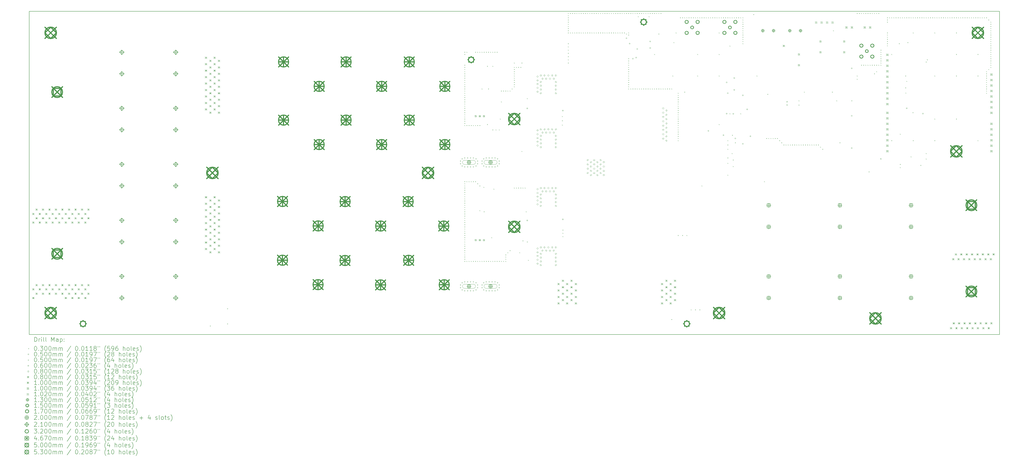
<source format=gbr>
%TF.GenerationSoftware,KiCad,Pcbnew,8.0.8-8.0.8-0~ubuntu22.04.1*%
%TF.CreationDate,2025-02-20T20:21:27-08:00*%
%TF.ProjectId,InverterBoostConverter,496e7665-7274-4657-9242-6f6f7374436f,rev?*%
%TF.SameCoordinates,Original*%
%TF.FileFunction,Drillmap*%
%TF.FilePolarity,Positive*%
%FSLAX45Y45*%
G04 Gerber Fmt 4.5, Leading zero omitted, Abs format (unit mm)*
G04 Created by KiCad (PCBNEW 8.0.8-8.0.8-0~ubuntu22.04.1) date 2025-02-20 20:21:27*
%MOMM*%
%LPD*%
G01*
G04 APERTURE LIST*
%ADD10C,0.200000*%
%ADD11C,0.100000*%
%ADD12C,0.102000*%
%ADD13C,0.130000*%
%ADD14C,0.150000*%
%ADD15C,0.170000*%
%ADD16C,0.210000*%
%ADD17C,0.320000*%
%ADD18C,0.467000*%
%ADD19C,0.500000*%
%ADD20C,0.530000*%
G04 APERTURE END LIST*
D10*
X0Y0D02*
X45000000Y0D01*
X45000000Y-15000000D01*
X0Y-15000000D01*
X0Y0D01*
D11*
X8385000Y-14585000D02*
X8415000Y-14615000D01*
X8415000Y-14585000D02*
X8385000Y-14615000D01*
X9185000Y-13785000D02*
X9215000Y-13815000D01*
X9215000Y-13785000D02*
X9185000Y-13815000D01*
X9185000Y-14485000D02*
X9215000Y-14515000D01*
X9215000Y-14485000D02*
X9185000Y-14515000D01*
X20185000Y-1885000D02*
X20215000Y-1915000D01*
X20215000Y-1885000D02*
X20185000Y-1915000D01*
X20185000Y-1985000D02*
X20215000Y-2015000D01*
X20215000Y-1985000D02*
X20185000Y-2015000D01*
X20185000Y-2485000D02*
X20215000Y-2515000D01*
X20215000Y-2485000D02*
X20185000Y-2515000D01*
X20185000Y-2585000D02*
X20215000Y-2615000D01*
X20215000Y-2585000D02*
X20185000Y-2615000D01*
X20185000Y-2685000D02*
X20215000Y-2715000D01*
X20215000Y-2685000D02*
X20185000Y-2715000D01*
X20185000Y-2785000D02*
X20215000Y-2815000D01*
X20215000Y-2785000D02*
X20185000Y-2815000D01*
X20185000Y-2885000D02*
X20215000Y-2915000D01*
X20215000Y-2885000D02*
X20185000Y-2915000D01*
X20185000Y-2985000D02*
X20215000Y-3015000D01*
X20215000Y-2985000D02*
X20185000Y-3015000D01*
X20185000Y-3085000D02*
X20215000Y-3115000D01*
X20215000Y-3085000D02*
X20185000Y-3115000D01*
X20185000Y-3185000D02*
X20215000Y-3215000D01*
X20215000Y-3185000D02*
X20185000Y-3215000D01*
X20185000Y-3285000D02*
X20215000Y-3315000D01*
X20215000Y-3285000D02*
X20185000Y-3315000D01*
X20185000Y-3385000D02*
X20215000Y-3415000D01*
X20215000Y-3385000D02*
X20185000Y-3415000D01*
X20185000Y-3485000D02*
X20215000Y-3515000D01*
X20215000Y-3485000D02*
X20185000Y-3515000D01*
X20185000Y-3585000D02*
X20215000Y-3615000D01*
X20215000Y-3585000D02*
X20185000Y-3615000D01*
X20185000Y-3685000D02*
X20215000Y-3715000D01*
X20215000Y-3685000D02*
X20185000Y-3715000D01*
X20185000Y-3785000D02*
X20215000Y-3815000D01*
X20215000Y-3785000D02*
X20185000Y-3815000D01*
X20185000Y-3885000D02*
X20215000Y-3915000D01*
X20215000Y-3885000D02*
X20185000Y-3915000D01*
X20185000Y-3985000D02*
X20215000Y-4015000D01*
X20215000Y-3985000D02*
X20185000Y-4015000D01*
X20185000Y-4085000D02*
X20215000Y-4115000D01*
X20215000Y-4085000D02*
X20185000Y-4115000D01*
X20185000Y-4185000D02*
X20215000Y-4215000D01*
X20215000Y-4185000D02*
X20185000Y-4215000D01*
X20185000Y-4285000D02*
X20215000Y-4315000D01*
X20215000Y-4285000D02*
X20185000Y-4315000D01*
X20185000Y-4385000D02*
X20215000Y-4415000D01*
X20215000Y-4385000D02*
X20185000Y-4415000D01*
X20185000Y-4485000D02*
X20215000Y-4515000D01*
X20215000Y-4485000D02*
X20185000Y-4515000D01*
X20185000Y-4585000D02*
X20215000Y-4615000D01*
X20215000Y-4585000D02*
X20185000Y-4615000D01*
X20185000Y-4685000D02*
X20215000Y-4715000D01*
X20215000Y-4685000D02*
X20185000Y-4715000D01*
X20185000Y-4785000D02*
X20215000Y-4815000D01*
X20215000Y-4785000D02*
X20185000Y-4815000D01*
X20185000Y-4885000D02*
X20215000Y-4915000D01*
X20215000Y-4885000D02*
X20185000Y-4915000D01*
X20185000Y-4985000D02*
X20215000Y-5015000D01*
X20215000Y-4985000D02*
X20185000Y-5015000D01*
X20185000Y-5085000D02*
X20215000Y-5115000D01*
X20215000Y-5085000D02*
X20185000Y-5115000D01*
X20185000Y-5185000D02*
X20215000Y-5215000D01*
X20215000Y-5185000D02*
X20185000Y-5215000D01*
X20185000Y-5285000D02*
X20215000Y-5315000D01*
X20215000Y-5285000D02*
X20185000Y-5315000D01*
X20185000Y-7885000D02*
X20215000Y-7915000D01*
X20215000Y-7885000D02*
X20185000Y-7915000D01*
X20185000Y-7985000D02*
X20215000Y-8015000D01*
X20215000Y-7985000D02*
X20185000Y-8015000D01*
X20185000Y-8085000D02*
X20215000Y-8115000D01*
X20215000Y-8085000D02*
X20185000Y-8115000D01*
X20185000Y-8185000D02*
X20215000Y-8215000D01*
X20215000Y-8185000D02*
X20185000Y-8215000D01*
X20185000Y-8285000D02*
X20215000Y-8315000D01*
X20215000Y-8285000D02*
X20185000Y-8315000D01*
X20185000Y-8385000D02*
X20215000Y-8415000D01*
X20215000Y-8385000D02*
X20185000Y-8415000D01*
X20185000Y-8485000D02*
X20215000Y-8515000D01*
X20215000Y-8485000D02*
X20185000Y-8515000D01*
X20185000Y-8585000D02*
X20215000Y-8615000D01*
X20215000Y-8585000D02*
X20185000Y-8615000D01*
X20185000Y-8685000D02*
X20215000Y-8715000D01*
X20215000Y-8685000D02*
X20185000Y-8715000D01*
X20185000Y-8785000D02*
X20215000Y-8815000D01*
X20215000Y-8785000D02*
X20185000Y-8815000D01*
X20185000Y-8885000D02*
X20215000Y-8915000D01*
X20215000Y-8885000D02*
X20185000Y-8915000D01*
X20185000Y-8985000D02*
X20215000Y-9015000D01*
X20215000Y-8985000D02*
X20185000Y-9015000D01*
X20185000Y-9085000D02*
X20215000Y-9115000D01*
X20215000Y-9085000D02*
X20185000Y-9115000D01*
X20185000Y-9185000D02*
X20215000Y-9215000D01*
X20215000Y-9185000D02*
X20185000Y-9215000D01*
X20185000Y-9285000D02*
X20215000Y-9315000D01*
X20215000Y-9285000D02*
X20185000Y-9315000D01*
X20185000Y-9385000D02*
X20215000Y-9415000D01*
X20215000Y-9385000D02*
X20185000Y-9415000D01*
X20185000Y-9485000D02*
X20215000Y-9515000D01*
X20215000Y-9485000D02*
X20185000Y-9515000D01*
X20185000Y-9585000D02*
X20215000Y-9615000D01*
X20215000Y-9585000D02*
X20185000Y-9615000D01*
X20185000Y-9685000D02*
X20215000Y-9715000D01*
X20215000Y-9685000D02*
X20185000Y-9715000D01*
X20185000Y-9785000D02*
X20215000Y-9815000D01*
X20215000Y-9785000D02*
X20185000Y-9815000D01*
X20185000Y-9885000D02*
X20215000Y-9915000D01*
X20215000Y-9885000D02*
X20185000Y-9915000D01*
X20185000Y-9985000D02*
X20215000Y-10015000D01*
X20215000Y-9985000D02*
X20185000Y-10015000D01*
X20185000Y-10085000D02*
X20215000Y-10115000D01*
X20215000Y-10085000D02*
X20185000Y-10115000D01*
X20185000Y-10185000D02*
X20215000Y-10215000D01*
X20215000Y-10185000D02*
X20185000Y-10215000D01*
X20185000Y-10285000D02*
X20215000Y-10315000D01*
X20215000Y-10285000D02*
X20185000Y-10315000D01*
X20185000Y-10385000D02*
X20215000Y-10415000D01*
X20215000Y-10385000D02*
X20185000Y-10415000D01*
X20185000Y-10485000D02*
X20215000Y-10515000D01*
X20215000Y-10485000D02*
X20185000Y-10515000D01*
X20185000Y-10585000D02*
X20215000Y-10615000D01*
X20215000Y-10585000D02*
X20185000Y-10615000D01*
X20185000Y-10685000D02*
X20215000Y-10715000D01*
X20215000Y-10685000D02*
X20185000Y-10715000D01*
X20185000Y-10785000D02*
X20215000Y-10815000D01*
X20215000Y-10785000D02*
X20185000Y-10815000D01*
X20185000Y-10885000D02*
X20215000Y-10915000D01*
X20215000Y-10885000D02*
X20185000Y-10915000D01*
X20185000Y-10985000D02*
X20215000Y-11015000D01*
X20215000Y-10985000D02*
X20185000Y-11015000D01*
X20185000Y-11085000D02*
X20215000Y-11115000D01*
X20215000Y-11085000D02*
X20185000Y-11115000D01*
X20185000Y-11185000D02*
X20215000Y-11215000D01*
X20215000Y-11185000D02*
X20185000Y-11215000D01*
X20185000Y-11285000D02*
X20215000Y-11315000D01*
X20215000Y-11285000D02*
X20185000Y-11315000D01*
X20185000Y-11385000D02*
X20215000Y-11415000D01*
X20215000Y-11385000D02*
X20185000Y-11415000D01*
X20185000Y-11485000D02*
X20215000Y-11515000D01*
X20215000Y-11485000D02*
X20185000Y-11515000D01*
X20185000Y-11585000D02*
X20215000Y-11615000D01*
X20215000Y-11585000D02*
X20185000Y-11615000D01*
X20285000Y-1885000D02*
X20315000Y-1915000D01*
X20315000Y-1885000D02*
X20285000Y-1915000D01*
X20285000Y-5285000D02*
X20315000Y-5315000D01*
X20315000Y-5285000D02*
X20285000Y-5315000D01*
X20285000Y-7885000D02*
X20315000Y-7915000D01*
X20315000Y-7885000D02*
X20285000Y-7915000D01*
X20285000Y-11585000D02*
X20315000Y-11615000D01*
X20315000Y-11585000D02*
X20285000Y-11615000D01*
X20385000Y-5285000D02*
X20415000Y-5315000D01*
X20415000Y-5285000D02*
X20385000Y-5315000D01*
X20385000Y-7885000D02*
X20415000Y-7915000D01*
X20415000Y-7885000D02*
X20385000Y-7915000D01*
X20385000Y-11585000D02*
X20415000Y-11615000D01*
X20415000Y-11585000D02*
X20385000Y-11615000D01*
X20485000Y-5285000D02*
X20515000Y-5315000D01*
X20515000Y-5285000D02*
X20485000Y-5315000D01*
X20485000Y-7885000D02*
X20515000Y-7915000D01*
X20515000Y-7885000D02*
X20485000Y-7915000D01*
X20485000Y-11585000D02*
X20515000Y-11615000D01*
X20515000Y-11585000D02*
X20485000Y-11615000D01*
X20585000Y-5285000D02*
X20615000Y-5315000D01*
X20615000Y-5285000D02*
X20585000Y-5315000D01*
X20585000Y-7885000D02*
X20615000Y-7915000D01*
X20615000Y-7885000D02*
X20585000Y-7915000D01*
X20585000Y-11585000D02*
X20615000Y-11615000D01*
X20615000Y-11585000D02*
X20585000Y-11615000D01*
X20685000Y-1885000D02*
X20715000Y-1915000D01*
X20715000Y-1885000D02*
X20685000Y-1915000D01*
X20685000Y-5285000D02*
X20715000Y-5315000D01*
X20715000Y-5285000D02*
X20685000Y-5315000D01*
X20685000Y-7885000D02*
X20715000Y-7915000D01*
X20715000Y-7885000D02*
X20685000Y-7915000D01*
X20685000Y-11585000D02*
X20715000Y-11615000D01*
X20715000Y-11585000D02*
X20685000Y-11615000D01*
X20785000Y-1885000D02*
X20815000Y-1915000D01*
X20815000Y-1885000D02*
X20785000Y-1915000D01*
X20785000Y-5285000D02*
X20815000Y-5315000D01*
X20815000Y-5285000D02*
X20785000Y-5315000D01*
X20785000Y-7985000D02*
X20815000Y-8015000D01*
X20815000Y-7985000D02*
X20785000Y-8015000D01*
X20785000Y-11585000D02*
X20815000Y-11615000D01*
X20815000Y-11585000D02*
X20785000Y-11615000D01*
X20885000Y-1885000D02*
X20915000Y-1915000D01*
X20915000Y-1885000D02*
X20885000Y-1915000D01*
X20885000Y-5285000D02*
X20915000Y-5315000D01*
X20915000Y-5285000D02*
X20885000Y-5315000D01*
X20885000Y-8085000D02*
X20915000Y-8115000D01*
X20915000Y-8085000D02*
X20885000Y-8115000D01*
X20885000Y-9235000D02*
X20915000Y-9265000D01*
X20915000Y-9235000D02*
X20885000Y-9265000D01*
X20885000Y-11585000D02*
X20915000Y-11615000D01*
X20915000Y-11585000D02*
X20885000Y-11615000D01*
X20985000Y-1885000D02*
X21015000Y-1915000D01*
X21015000Y-1885000D02*
X20985000Y-1915000D01*
X20985000Y-3585000D02*
X21015000Y-3615000D01*
X21015000Y-3585000D02*
X20985000Y-3615000D01*
X20985000Y-11585000D02*
X21015000Y-11615000D01*
X21015000Y-11585000D02*
X20985000Y-11615000D01*
X21071500Y-8148500D02*
X21101500Y-8178500D01*
X21101500Y-8148500D02*
X21071500Y-8178500D01*
X21085000Y-1885000D02*
X21115000Y-1915000D01*
X21115000Y-1885000D02*
X21085000Y-1915000D01*
X21085000Y-9285000D02*
X21115000Y-9315000D01*
X21115000Y-9285000D02*
X21085000Y-9315000D01*
X21085000Y-11585000D02*
X21115000Y-11615000D01*
X21115000Y-11585000D02*
X21085000Y-11615000D01*
X21185000Y-1885000D02*
X21215000Y-1915000D01*
X21215000Y-1885000D02*
X21185000Y-1915000D01*
X21185000Y-11585000D02*
X21215000Y-11615000D01*
X21215000Y-11585000D02*
X21185000Y-11615000D01*
X21235000Y-2535000D02*
X21265000Y-2565000D01*
X21265000Y-2535000D02*
X21235000Y-2565000D01*
X21235000Y-5235000D02*
X21265000Y-5265000D01*
X21265000Y-5235000D02*
X21235000Y-5265000D01*
X21285000Y-1885000D02*
X21315000Y-1915000D01*
X21315000Y-1885000D02*
X21285000Y-1915000D01*
X21285000Y-3585000D02*
X21315000Y-3615000D01*
X21315000Y-3585000D02*
X21285000Y-3615000D01*
X21285000Y-11585000D02*
X21315000Y-11615000D01*
X21315000Y-11585000D02*
X21285000Y-11615000D01*
X21385000Y-1885000D02*
X21415000Y-1915000D01*
X21415000Y-1885000D02*
X21385000Y-1915000D01*
X21385000Y-11585000D02*
X21415000Y-11615000D01*
X21415000Y-11585000D02*
X21385000Y-11615000D01*
X21435000Y-10485000D02*
X21465000Y-10515000D01*
X21465000Y-10485000D02*
X21435000Y-10515000D01*
X21485000Y-1885000D02*
X21515000Y-1915000D01*
X21515000Y-1885000D02*
X21485000Y-1915000D01*
X21485000Y-2535000D02*
X21515000Y-2565000D01*
X21515000Y-2535000D02*
X21485000Y-2565000D01*
X21485000Y-5485000D02*
X21515000Y-5515000D01*
X21515000Y-5485000D02*
X21485000Y-5515000D01*
X21485000Y-11585000D02*
X21515000Y-11615000D01*
X21515000Y-11585000D02*
X21485000Y-11615000D01*
X21535000Y-8235000D02*
X21565000Y-8265000D01*
X21565000Y-8235000D02*
X21535000Y-8265000D01*
X21585000Y-1885000D02*
X21615000Y-1915000D01*
X21615000Y-1885000D02*
X21585000Y-1915000D01*
X21585000Y-11585000D02*
X21615000Y-11615000D01*
X21615000Y-11585000D02*
X21585000Y-11615000D01*
X21635000Y-5485000D02*
X21665000Y-5515000D01*
X21665000Y-5485000D02*
X21635000Y-5515000D01*
X21685000Y-1885000D02*
X21715000Y-1915000D01*
X21715000Y-1885000D02*
X21685000Y-1915000D01*
X21685000Y-11585000D02*
X21715000Y-11615000D01*
X21715000Y-11585000D02*
X21685000Y-11615000D01*
X21785000Y-5485000D02*
X21815000Y-5515000D01*
X21815000Y-5485000D02*
X21785000Y-5515000D01*
X21785000Y-11585000D02*
X21815000Y-11615000D01*
X21815000Y-11585000D02*
X21785000Y-11615000D01*
X21835000Y-4985000D02*
X21865000Y-5015000D01*
X21865000Y-4985000D02*
X21835000Y-5015000D01*
X21885000Y-3685000D02*
X21915000Y-3715000D01*
X21915000Y-3685000D02*
X21885000Y-3715000D01*
X21885000Y-4185000D02*
X21915000Y-4215000D01*
X21915000Y-4185000D02*
X21885000Y-4215000D01*
X21885000Y-11585000D02*
X21915000Y-11615000D01*
X21915000Y-11585000D02*
X21885000Y-11615000D01*
X21985000Y-3685000D02*
X22015000Y-3715000D01*
X22015000Y-3685000D02*
X21985000Y-3715000D01*
X21985000Y-11585000D02*
X22015000Y-11615000D01*
X22015000Y-11585000D02*
X21985000Y-11615000D01*
X22085000Y-3685000D02*
X22115000Y-3715000D01*
X22115000Y-3685000D02*
X22085000Y-3715000D01*
X22085000Y-11285000D02*
X22115000Y-11315000D01*
X22115000Y-11285000D02*
X22085000Y-11315000D01*
X22085000Y-11385000D02*
X22115000Y-11415000D01*
X22115000Y-11385000D02*
X22085000Y-11415000D01*
X22085000Y-11485000D02*
X22115000Y-11515000D01*
X22115000Y-11485000D02*
X22085000Y-11515000D01*
X22085000Y-11585000D02*
X22115000Y-11615000D01*
X22115000Y-11585000D02*
X22085000Y-11615000D01*
X22185000Y-3685000D02*
X22215000Y-3715000D01*
X22215000Y-3685000D02*
X22185000Y-3715000D01*
X22185000Y-11185000D02*
X22215000Y-11215000D01*
X22215000Y-11185000D02*
X22185000Y-11215000D01*
X22285000Y-3685000D02*
X22315000Y-3715000D01*
X22315000Y-3685000D02*
X22285000Y-3715000D01*
X22285000Y-11085000D02*
X22315000Y-11115000D01*
X22315000Y-11085000D02*
X22285000Y-11115000D01*
X22385000Y-3585000D02*
X22415000Y-3615000D01*
X22415000Y-3585000D02*
X22385000Y-3615000D01*
X22485000Y-2385000D02*
X22515000Y-2415000D01*
X22515000Y-2385000D02*
X22485000Y-2415000D01*
X22485000Y-2585000D02*
X22515000Y-2615000D01*
X22515000Y-2585000D02*
X22485000Y-2615000D01*
X22485000Y-2685000D02*
X22515000Y-2715000D01*
X22515000Y-2685000D02*
X22485000Y-2715000D01*
X22485000Y-2785000D02*
X22515000Y-2815000D01*
X22515000Y-2785000D02*
X22485000Y-2815000D01*
X22485000Y-2885000D02*
X22515000Y-2915000D01*
X22515000Y-2885000D02*
X22485000Y-2915000D01*
X22485000Y-2985000D02*
X22515000Y-3015000D01*
X22515000Y-2985000D02*
X22485000Y-3015000D01*
X22485000Y-3085000D02*
X22515000Y-3115000D01*
X22515000Y-3085000D02*
X22485000Y-3115000D01*
X22485000Y-3185000D02*
X22515000Y-3215000D01*
X22515000Y-3185000D02*
X22485000Y-3215000D01*
X22485000Y-3285000D02*
X22515000Y-3315000D01*
X22515000Y-3285000D02*
X22485000Y-3315000D01*
X22485000Y-3385000D02*
X22515000Y-3415000D01*
X22515000Y-3385000D02*
X22485000Y-3415000D01*
X22485000Y-3485000D02*
X22515000Y-3515000D01*
X22515000Y-3485000D02*
X22485000Y-3515000D01*
X22485000Y-8185000D02*
X22515000Y-8215000D01*
X22515000Y-8185000D02*
X22485000Y-8215000D01*
X22585000Y-2585000D02*
X22615000Y-2615000D01*
X22615000Y-2585000D02*
X22585000Y-2615000D01*
X22585000Y-8185000D02*
X22615000Y-8215000D01*
X22615000Y-8185000D02*
X22585000Y-8215000D01*
X22685000Y-2585000D02*
X22715000Y-2615000D01*
X22715000Y-2585000D02*
X22685000Y-2615000D01*
X22685000Y-8185000D02*
X22715000Y-8215000D01*
X22715000Y-8185000D02*
X22685000Y-8215000D01*
X22735000Y-11185000D02*
X22765000Y-11215000D01*
X22765000Y-11185000D02*
X22735000Y-11215000D01*
X22785000Y-2585000D02*
X22815000Y-2615000D01*
X22815000Y-2585000D02*
X22785000Y-2615000D01*
X22785000Y-8185000D02*
X22815000Y-8215000D01*
X22815000Y-8185000D02*
X22785000Y-8215000D01*
X22835000Y-2385000D02*
X22865000Y-2415000D01*
X22865000Y-2385000D02*
X22835000Y-2415000D01*
X22835000Y-6485000D02*
X22865000Y-6515000D01*
X22865000Y-6485000D02*
X22835000Y-6515000D01*
X22885000Y-8185000D02*
X22915000Y-8215000D01*
X22915000Y-8185000D02*
X22885000Y-8215000D01*
X22885000Y-10635000D02*
X22915000Y-10665000D01*
X22915000Y-10635000D02*
X22885000Y-10665000D01*
X22985000Y-8185000D02*
X23015000Y-8215000D01*
X23015000Y-8185000D02*
X22985000Y-8215000D01*
X23035000Y-9285000D02*
X23065000Y-9315000D01*
X23065000Y-9285000D02*
X23035000Y-9315000D01*
X23085000Y-4035000D02*
X23115000Y-4065000D01*
X23115000Y-4035000D02*
X23085000Y-4065000D01*
X23085000Y-10685000D02*
X23115000Y-10715000D01*
X23115000Y-10685000D02*
X23085000Y-10715000D01*
X23135000Y-11535000D02*
X23165000Y-11565000D01*
X23165000Y-11535000D02*
X23135000Y-11565000D01*
X24710000Y-4862500D02*
X24740000Y-4892500D01*
X24740000Y-4862500D02*
X24710000Y-4892500D01*
X24710000Y-5062500D02*
X24740000Y-5092500D01*
X24740000Y-5062500D02*
X24710000Y-5092500D01*
X24710000Y-5262500D02*
X24740000Y-5292500D01*
X24740000Y-5262500D02*
X24710000Y-5292500D01*
X24735000Y-10135000D02*
X24765000Y-10165000D01*
X24765000Y-10135000D02*
X24735000Y-10165000D01*
X24735000Y-10285000D02*
X24765000Y-10315000D01*
X24765000Y-10285000D02*
X24735000Y-10315000D01*
X24735000Y-10435000D02*
X24765000Y-10465000D01*
X24765000Y-10435000D02*
X24735000Y-10465000D01*
X24985000Y-85000D02*
X25015000Y-115000D01*
X25015000Y-85000D02*
X24985000Y-115000D01*
X24985000Y-185000D02*
X25015000Y-215000D01*
X25015000Y-185000D02*
X24985000Y-215000D01*
X24985000Y-285000D02*
X25015000Y-315000D01*
X25015000Y-285000D02*
X24985000Y-315000D01*
X24985000Y-385000D02*
X25015000Y-415000D01*
X25015000Y-385000D02*
X24985000Y-415000D01*
X24985000Y-485000D02*
X25015000Y-515000D01*
X25015000Y-485000D02*
X24985000Y-515000D01*
X24985000Y-585000D02*
X25015000Y-615000D01*
X25015000Y-585000D02*
X24985000Y-615000D01*
X24985000Y-685000D02*
X25015000Y-715000D01*
X25015000Y-685000D02*
X24985000Y-715000D01*
X24985000Y-785000D02*
X25015000Y-815000D01*
X25015000Y-785000D02*
X24985000Y-815000D01*
X24985000Y-885000D02*
X25015000Y-915000D01*
X25015000Y-885000D02*
X24985000Y-915000D01*
X24985000Y-985000D02*
X25015000Y-1015000D01*
X25015000Y-985000D02*
X24985000Y-1015000D01*
X24985000Y-1485000D02*
X25015000Y-1515000D01*
X25015000Y-1485000D02*
X24985000Y-1515000D01*
X24985000Y-1635000D02*
X25015000Y-1665000D01*
X25015000Y-1635000D02*
X24985000Y-1665000D01*
X24985000Y-1785000D02*
X25015000Y-1815000D01*
X25015000Y-1785000D02*
X24985000Y-1815000D01*
X24985000Y-1935000D02*
X25015000Y-1965000D01*
X25015000Y-1935000D02*
X24985000Y-1965000D01*
X24985000Y-2085000D02*
X25015000Y-2115000D01*
X25015000Y-2085000D02*
X24985000Y-2115000D01*
X24985000Y-2235000D02*
X25015000Y-2265000D01*
X25015000Y-2235000D02*
X24985000Y-2265000D01*
X24985000Y-2385000D02*
X25015000Y-2415000D01*
X25015000Y-2385000D02*
X24985000Y-2415000D01*
X25085000Y-85000D02*
X25115000Y-115000D01*
X25115000Y-85000D02*
X25085000Y-115000D01*
X25085000Y-985000D02*
X25115000Y-1015000D01*
X25115000Y-985000D02*
X25085000Y-1015000D01*
X25185000Y-85000D02*
X25215000Y-115000D01*
X25215000Y-85000D02*
X25185000Y-115000D01*
X25185000Y-985000D02*
X25215000Y-1015000D01*
X25215000Y-985000D02*
X25185000Y-1015000D01*
X25285000Y-85000D02*
X25315000Y-115000D01*
X25315000Y-85000D02*
X25285000Y-115000D01*
X25285000Y-985000D02*
X25315000Y-1015000D01*
X25315000Y-985000D02*
X25285000Y-1015000D01*
X25385000Y-85000D02*
X25415000Y-115000D01*
X25415000Y-85000D02*
X25385000Y-115000D01*
X25385000Y-985000D02*
X25415000Y-1015000D01*
X25415000Y-985000D02*
X25385000Y-1015000D01*
X25485000Y-85000D02*
X25515000Y-115000D01*
X25515000Y-85000D02*
X25485000Y-115000D01*
X25485000Y-985000D02*
X25515000Y-1015000D01*
X25515000Y-985000D02*
X25485000Y-1015000D01*
X25585000Y-85000D02*
X25615000Y-115000D01*
X25615000Y-85000D02*
X25585000Y-115000D01*
X25585000Y-985000D02*
X25615000Y-1015000D01*
X25615000Y-985000D02*
X25585000Y-1015000D01*
X25685000Y-85000D02*
X25715000Y-115000D01*
X25715000Y-85000D02*
X25685000Y-115000D01*
X25685000Y-985000D02*
X25715000Y-1015000D01*
X25715000Y-985000D02*
X25685000Y-1015000D01*
X25785000Y-85000D02*
X25815000Y-115000D01*
X25815000Y-85000D02*
X25785000Y-115000D01*
X25785000Y-985000D02*
X25815000Y-1015000D01*
X25815000Y-985000D02*
X25785000Y-1015000D01*
X25885000Y-85000D02*
X25915000Y-115000D01*
X25915000Y-85000D02*
X25885000Y-115000D01*
X25885000Y-985000D02*
X25915000Y-1015000D01*
X25915000Y-985000D02*
X25885000Y-1015000D01*
X25985000Y-85000D02*
X26015000Y-115000D01*
X26015000Y-85000D02*
X25985000Y-115000D01*
X25985000Y-985000D02*
X26015000Y-1015000D01*
X26015000Y-985000D02*
X25985000Y-1015000D01*
X26085000Y-85000D02*
X26115000Y-115000D01*
X26115000Y-85000D02*
X26085000Y-115000D01*
X26085000Y-985000D02*
X26115000Y-1015000D01*
X26115000Y-985000D02*
X26085000Y-1015000D01*
X26185000Y-85000D02*
X26215000Y-115000D01*
X26215000Y-85000D02*
X26185000Y-115000D01*
X26185000Y-985000D02*
X26215000Y-1015000D01*
X26215000Y-985000D02*
X26185000Y-1015000D01*
X26285000Y-85000D02*
X26315000Y-115000D01*
X26315000Y-85000D02*
X26285000Y-115000D01*
X26285000Y-985000D02*
X26315000Y-1015000D01*
X26315000Y-985000D02*
X26285000Y-1015000D01*
X26385000Y-85000D02*
X26415000Y-115000D01*
X26415000Y-85000D02*
X26385000Y-115000D01*
X26385000Y-985000D02*
X26415000Y-1015000D01*
X26415000Y-985000D02*
X26385000Y-1015000D01*
X26485000Y-85000D02*
X26515000Y-115000D01*
X26515000Y-85000D02*
X26485000Y-115000D01*
X26485000Y-985000D02*
X26515000Y-1015000D01*
X26515000Y-985000D02*
X26485000Y-1015000D01*
X26585000Y-85000D02*
X26615000Y-115000D01*
X26615000Y-85000D02*
X26585000Y-115000D01*
X26585000Y-985000D02*
X26615000Y-1015000D01*
X26615000Y-985000D02*
X26585000Y-1015000D01*
X26685000Y-85000D02*
X26715000Y-115000D01*
X26715000Y-85000D02*
X26685000Y-115000D01*
X26685000Y-985000D02*
X26715000Y-1015000D01*
X26715000Y-985000D02*
X26685000Y-1015000D01*
X26785000Y-85000D02*
X26815000Y-115000D01*
X26815000Y-85000D02*
X26785000Y-115000D01*
X26785000Y-985000D02*
X26815000Y-1015000D01*
X26815000Y-985000D02*
X26785000Y-1015000D01*
X26885000Y-85000D02*
X26915000Y-115000D01*
X26915000Y-85000D02*
X26885000Y-115000D01*
X26885000Y-985000D02*
X26915000Y-1015000D01*
X26915000Y-985000D02*
X26885000Y-1015000D01*
X26985000Y-85000D02*
X27015000Y-115000D01*
X27015000Y-85000D02*
X26985000Y-115000D01*
X26985000Y-985000D02*
X27015000Y-1015000D01*
X27015000Y-985000D02*
X26985000Y-1015000D01*
X27085000Y-85000D02*
X27115000Y-115000D01*
X27115000Y-85000D02*
X27085000Y-115000D01*
X27085000Y-985000D02*
X27115000Y-1015000D01*
X27115000Y-985000D02*
X27085000Y-1015000D01*
X27185000Y-85000D02*
X27215000Y-115000D01*
X27215000Y-85000D02*
X27185000Y-115000D01*
X27185000Y-985000D02*
X27215000Y-1015000D01*
X27215000Y-985000D02*
X27185000Y-1015000D01*
X27285000Y-85000D02*
X27315000Y-115000D01*
X27315000Y-85000D02*
X27285000Y-115000D01*
X27285000Y-985000D02*
X27315000Y-1015000D01*
X27315000Y-985000D02*
X27285000Y-1015000D01*
X27385000Y-85000D02*
X27415000Y-115000D01*
X27415000Y-85000D02*
X27385000Y-115000D01*
X27385000Y-985000D02*
X27415000Y-1015000D01*
X27415000Y-985000D02*
X27385000Y-1015000D01*
X27485000Y-85000D02*
X27515000Y-115000D01*
X27515000Y-85000D02*
X27485000Y-115000D01*
X27485000Y-985000D02*
X27515000Y-1015000D01*
X27515000Y-985000D02*
X27485000Y-1015000D01*
X27585000Y-85000D02*
X27615000Y-115000D01*
X27615000Y-85000D02*
X27585000Y-115000D01*
X27585000Y-985000D02*
X27615000Y-1015000D01*
X27615000Y-985000D02*
X27585000Y-1015000D01*
X27685000Y-85000D02*
X27715000Y-115000D01*
X27715000Y-85000D02*
X27685000Y-115000D01*
X27685000Y-1035000D02*
X27715000Y-1065000D01*
X27715000Y-1035000D02*
X27685000Y-1065000D01*
X27785000Y-85000D02*
X27815000Y-115000D01*
X27815000Y-85000D02*
X27785000Y-115000D01*
X27785000Y-985000D02*
X27815000Y-1015000D01*
X27815000Y-985000D02*
X27785000Y-1015000D01*
X27785000Y-1085000D02*
X27815000Y-1115000D01*
X27815000Y-1085000D02*
X27785000Y-1115000D01*
X27785000Y-2185000D02*
X27815000Y-2215000D01*
X27815000Y-2185000D02*
X27785000Y-2215000D01*
X27785000Y-2285000D02*
X27815000Y-2315000D01*
X27815000Y-2285000D02*
X27785000Y-2315000D01*
X27785000Y-2385000D02*
X27815000Y-2415000D01*
X27815000Y-2385000D02*
X27785000Y-2415000D01*
X27785000Y-2485000D02*
X27815000Y-2515000D01*
X27815000Y-2485000D02*
X27785000Y-2515000D01*
X27785000Y-2585000D02*
X27815000Y-2615000D01*
X27815000Y-2585000D02*
X27785000Y-2615000D01*
X27785000Y-2685000D02*
X27815000Y-2715000D01*
X27815000Y-2685000D02*
X27785000Y-2715000D01*
X27785000Y-2785000D02*
X27815000Y-2815000D01*
X27815000Y-2785000D02*
X27785000Y-2815000D01*
X27785000Y-2885000D02*
X27815000Y-2915000D01*
X27815000Y-2885000D02*
X27785000Y-2915000D01*
X27785000Y-2985000D02*
X27815000Y-3015000D01*
X27815000Y-2985000D02*
X27785000Y-3015000D01*
X27785000Y-3085000D02*
X27815000Y-3115000D01*
X27815000Y-3085000D02*
X27785000Y-3115000D01*
X27785000Y-3185000D02*
X27815000Y-3215000D01*
X27815000Y-3185000D02*
X27785000Y-3215000D01*
X27785000Y-3285000D02*
X27815000Y-3315000D01*
X27815000Y-3285000D02*
X27785000Y-3315000D01*
X27785000Y-3385000D02*
X27815000Y-3415000D01*
X27815000Y-3385000D02*
X27785000Y-3415000D01*
X27785000Y-3485000D02*
X27815000Y-3515000D01*
X27815000Y-3485000D02*
X27785000Y-3515000D01*
X27785000Y-3585000D02*
X27815000Y-3615000D01*
X27815000Y-3585000D02*
X27785000Y-3615000D01*
X27885000Y-85000D02*
X27915000Y-115000D01*
X27915000Y-85000D02*
X27885000Y-115000D01*
X27885000Y-3585000D02*
X27915000Y-3615000D01*
X27915000Y-3585000D02*
X27885000Y-3615000D01*
X27985000Y-85000D02*
X28015000Y-115000D01*
X28015000Y-85000D02*
X27985000Y-115000D01*
X27985000Y-3585000D02*
X28015000Y-3615000D01*
X28015000Y-3585000D02*
X27985000Y-3615000D01*
X28085000Y-85000D02*
X28115000Y-115000D01*
X28115000Y-85000D02*
X28085000Y-115000D01*
X28085000Y-3585000D02*
X28115000Y-3615000D01*
X28115000Y-3585000D02*
X28085000Y-3615000D01*
X28185000Y-85000D02*
X28215000Y-115000D01*
X28215000Y-85000D02*
X28185000Y-115000D01*
X28185000Y-3585000D02*
X28215000Y-3615000D01*
X28215000Y-3585000D02*
X28185000Y-3615000D01*
X28235000Y-235000D02*
X28265000Y-265000D01*
X28265000Y-235000D02*
X28235000Y-265000D01*
X28285000Y-85000D02*
X28315000Y-115000D01*
X28315000Y-85000D02*
X28285000Y-115000D01*
X28285000Y-3585000D02*
X28315000Y-3615000D01*
X28315000Y-3585000D02*
X28285000Y-3615000D01*
X28385000Y-85000D02*
X28415000Y-115000D01*
X28415000Y-85000D02*
X28385000Y-115000D01*
X28385000Y-3585000D02*
X28415000Y-3615000D01*
X28415000Y-3585000D02*
X28385000Y-3615000D01*
X28485000Y-85000D02*
X28515000Y-115000D01*
X28515000Y-85000D02*
X28485000Y-115000D01*
X28485000Y-3585000D02*
X28515000Y-3615000D01*
X28515000Y-3585000D02*
X28485000Y-3615000D01*
X28585000Y-85000D02*
X28615000Y-115000D01*
X28615000Y-85000D02*
X28585000Y-115000D01*
X28585000Y-3585000D02*
X28615000Y-3615000D01*
X28615000Y-3585000D02*
X28585000Y-3615000D01*
X28685000Y-85000D02*
X28715000Y-115000D01*
X28715000Y-85000D02*
X28685000Y-115000D01*
X28685000Y-3585000D02*
X28715000Y-3615000D01*
X28715000Y-3585000D02*
X28685000Y-3615000D01*
X28735000Y-235000D02*
X28765000Y-265000D01*
X28765000Y-235000D02*
X28735000Y-265000D01*
X28785000Y-85000D02*
X28815000Y-115000D01*
X28815000Y-85000D02*
X28785000Y-115000D01*
X28785000Y-3585000D02*
X28815000Y-3615000D01*
X28815000Y-3585000D02*
X28785000Y-3615000D01*
X28885000Y-85000D02*
X28915000Y-115000D01*
X28915000Y-85000D02*
X28885000Y-115000D01*
X28885000Y-3585000D02*
X28915000Y-3615000D01*
X28915000Y-3585000D02*
X28885000Y-3615000D01*
X28985000Y-85000D02*
X29015000Y-115000D01*
X29015000Y-85000D02*
X28985000Y-115000D01*
X28985000Y-1985000D02*
X29015000Y-2015000D01*
X29015000Y-1985000D02*
X28985000Y-2015000D01*
X28985000Y-3585000D02*
X29015000Y-3615000D01*
X29015000Y-3585000D02*
X28985000Y-3615000D01*
X29085000Y-85000D02*
X29115000Y-115000D01*
X29115000Y-85000D02*
X29085000Y-115000D01*
X29085000Y-3585000D02*
X29115000Y-3615000D01*
X29115000Y-3585000D02*
X29085000Y-3615000D01*
X29185000Y-85000D02*
X29215000Y-115000D01*
X29215000Y-85000D02*
X29185000Y-115000D01*
X29185000Y-1035000D02*
X29215000Y-1065000D01*
X29215000Y-1035000D02*
X29185000Y-1065000D01*
X29185000Y-3585000D02*
X29215000Y-3615000D01*
X29215000Y-3585000D02*
X29185000Y-3615000D01*
X29285000Y-85000D02*
X29315000Y-115000D01*
X29315000Y-85000D02*
X29285000Y-115000D01*
X29285000Y-3585000D02*
X29315000Y-3615000D01*
X29315000Y-3585000D02*
X29285000Y-3615000D01*
X29385000Y-3585000D02*
X29415000Y-3615000D01*
X29415000Y-3585000D02*
X29385000Y-3615000D01*
X29485000Y-3585000D02*
X29515000Y-3615000D01*
X29515000Y-3585000D02*
X29485000Y-3615000D01*
X29585000Y-3585000D02*
X29615000Y-3615000D01*
X29615000Y-3585000D02*
X29585000Y-3615000D01*
X29685000Y-3585000D02*
X29715000Y-3615000D01*
X29715000Y-3585000D02*
X29685000Y-3615000D01*
X29785000Y-3585000D02*
X29815000Y-3615000D01*
X29815000Y-3585000D02*
X29785000Y-3615000D01*
X29785000Y-14285000D02*
X29815000Y-14315000D01*
X29815000Y-14285000D02*
X29785000Y-14315000D01*
X29835000Y-2985000D02*
X29865000Y-3015000D01*
X29865000Y-2985000D02*
X29835000Y-3015000D01*
X29885000Y-1435000D02*
X29915000Y-1465000D01*
X29915000Y-1435000D02*
X29885000Y-1465000D01*
X29985000Y-985000D02*
X30015000Y-1015000D01*
X30015000Y-985000D02*
X29985000Y-1015000D01*
X30085000Y-3785000D02*
X30115000Y-3815000D01*
X30115000Y-3785000D02*
X30085000Y-3815000D01*
X30085000Y-3885000D02*
X30115000Y-3915000D01*
X30115000Y-3885000D02*
X30085000Y-3915000D01*
X30085000Y-3985000D02*
X30115000Y-4015000D01*
X30115000Y-3985000D02*
X30085000Y-4015000D01*
X30085000Y-4085000D02*
X30115000Y-4115000D01*
X30115000Y-4085000D02*
X30085000Y-4115000D01*
X30085000Y-4185000D02*
X30115000Y-4215000D01*
X30115000Y-4185000D02*
X30085000Y-4215000D01*
X30085000Y-4285000D02*
X30115000Y-4315000D01*
X30115000Y-4285000D02*
X30085000Y-4315000D01*
X30085000Y-4385000D02*
X30115000Y-4415000D01*
X30115000Y-4385000D02*
X30085000Y-4415000D01*
X30085000Y-4485000D02*
X30115000Y-4515000D01*
X30115000Y-4485000D02*
X30085000Y-4515000D01*
X30085000Y-4585000D02*
X30115000Y-4615000D01*
X30115000Y-4585000D02*
X30085000Y-4615000D01*
X30085000Y-4685000D02*
X30115000Y-4715000D01*
X30115000Y-4685000D02*
X30085000Y-4715000D01*
X30085000Y-4785000D02*
X30115000Y-4815000D01*
X30115000Y-4785000D02*
X30085000Y-4815000D01*
X30085000Y-4885000D02*
X30115000Y-4915000D01*
X30115000Y-4885000D02*
X30085000Y-4915000D01*
X30085000Y-4985000D02*
X30115000Y-5015000D01*
X30115000Y-4985000D02*
X30085000Y-5015000D01*
X30085000Y-5085000D02*
X30115000Y-5115000D01*
X30115000Y-5085000D02*
X30085000Y-5115000D01*
X30085000Y-5185000D02*
X30115000Y-5215000D01*
X30115000Y-5185000D02*
X30085000Y-5215000D01*
X30085000Y-5285000D02*
X30115000Y-5315000D01*
X30115000Y-5285000D02*
X30085000Y-5315000D01*
X30085000Y-5385000D02*
X30115000Y-5415000D01*
X30115000Y-5385000D02*
X30085000Y-5415000D01*
X30085000Y-5485000D02*
X30115000Y-5515000D01*
X30115000Y-5485000D02*
X30085000Y-5515000D01*
X30085000Y-5585000D02*
X30115000Y-5615000D01*
X30115000Y-5585000D02*
X30085000Y-5615000D01*
X30085000Y-5685000D02*
X30115000Y-5715000D01*
X30115000Y-5685000D02*
X30085000Y-5715000D01*
X30085000Y-5785000D02*
X30115000Y-5815000D01*
X30115000Y-5785000D02*
X30085000Y-5815000D01*
X30085000Y-5885000D02*
X30115000Y-5915000D01*
X30115000Y-5885000D02*
X30085000Y-5915000D01*
X30085000Y-5985000D02*
X30115000Y-6015000D01*
X30115000Y-5985000D02*
X30085000Y-6015000D01*
X30085000Y-10385000D02*
X30115000Y-10415000D01*
X30115000Y-10385000D02*
X30085000Y-10415000D01*
X30185000Y-285000D02*
X30215000Y-315000D01*
X30215000Y-285000D02*
X30185000Y-315000D01*
X30285000Y-285000D02*
X30315000Y-315000D01*
X30315000Y-285000D02*
X30285000Y-315000D01*
X30285000Y-10385000D02*
X30315000Y-10415000D01*
X30315000Y-10385000D02*
X30285000Y-10415000D01*
X30385000Y-285000D02*
X30415000Y-315000D01*
X30415000Y-285000D02*
X30385000Y-315000D01*
X30385000Y-3735000D02*
X30415000Y-3765000D01*
X30415000Y-3735000D02*
X30385000Y-3765000D01*
X30485000Y-285000D02*
X30515000Y-315000D01*
X30515000Y-285000D02*
X30485000Y-315000D01*
X30485000Y-10385000D02*
X30515000Y-10415000D01*
X30515000Y-10385000D02*
X30485000Y-10415000D01*
X30585000Y-285000D02*
X30615000Y-315000D01*
X30615000Y-285000D02*
X30585000Y-315000D01*
X30685000Y-285000D02*
X30715000Y-315000D01*
X30715000Y-285000D02*
X30685000Y-315000D01*
X30685000Y-13835000D02*
X30715000Y-13865000D01*
X30715000Y-13835000D02*
X30685000Y-13865000D01*
X30785000Y-285000D02*
X30815000Y-315000D01*
X30815000Y-285000D02*
X30785000Y-315000D01*
X30885000Y-285000D02*
X30915000Y-315000D01*
X30915000Y-285000D02*
X30885000Y-315000D01*
X30885000Y-13835000D02*
X30915000Y-13865000D01*
X30915000Y-13835000D02*
X30885000Y-13865000D01*
X30985000Y-285000D02*
X31015000Y-315000D01*
X31015000Y-285000D02*
X30985000Y-315000D01*
X30985000Y-1985000D02*
X31015000Y-2015000D01*
X31015000Y-1985000D02*
X30985000Y-2015000D01*
X30985000Y-2985000D02*
X31015000Y-3015000D01*
X31015000Y-2985000D02*
X30985000Y-3015000D01*
X31085000Y-285000D02*
X31115000Y-315000D01*
X31115000Y-285000D02*
X31085000Y-315000D01*
X31085000Y-13835000D02*
X31115000Y-13865000D01*
X31115000Y-13835000D02*
X31085000Y-13865000D01*
X31185000Y-285000D02*
X31215000Y-315000D01*
X31215000Y-285000D02*
X31185000Y-315000D01*
X31185000Y-8085000D02*
X31215000Y-8115000D01*
X31215000Y-8085000D02*
X31185000Y-8115000D01*
X31285000Y-285000D02*
X31315000Y-315000D01*
X31315000Y-285000D02*
X31285000Y-315000D01*
X31385000Y-285000D02*
X31415000Y-315000D01*
X31415000Y-285000D02*
X31385000Y-315000D01*
X31485000Y-285000D02*
X31515000Y-315000D01*
X31515000Y-285000D02*
X31485000Y-315000D01*
X31585000Y-285000D02*
X31615000Y-315000D01*
X31615000Y-285000D02*
X31585000Y-315000D01*
X31685000Y-285000D02*
X31715000Y-315000D01*
X31715000Y-285000D02*
X31685000Y-315000D01*
X31785000Y-285000D02*
X31815000Y-315000D01*
X31815000Y-285000D02*
X31785000Y-315000D01*
X31885000Y-285000D02*
X31915000Y-315000D01*
X31915000Y-285000D02*
X31885000Y-315000D01*
X31985000Y-285000D02*
X32015000Y-315000D01*
X32015000Y-285000D02*
X31985000Y-315000D01*
X31985000Y-985000D02*
X32015000Y-1015000D01*
X32015000Y-985000D02*
X31985000Y-1015000D01*
X31985000Y-1985000D02*
X32015000Y-2015000D01*
X32015000Y-1985000D02*
X31985000Y-2015000D01*
X31985000Y-2985000D02*
X32015000Y-3015000D01*
X32015000Y-2985000D02*
X31985000Y-3015000D01*
X31985000Y-5235000D02*
X32015000Y-5265000D01*
X32015000Y-5235000D02*
X31985000Y-5265000D01*
X32085000Y-285000D02*
X32115000Y-315000D01*
X32115000Y-285000D02*
X32085000Y-315000D01*
X32185000Y-285000D02*
X32215000Y-315000D01*
X32215000Y-285000D02*
X32185000Y-315000D01*
X32285000Y-285000D02*
X32315000Y-315000D01*
X32315000Y-285000D02*
X32285000Y-315000D01*
X32385000Y-285000D02*
X32415000Y-315000D01*
X32415000Y-285000D02*
X32385000Y-315000D01*
X32385000Y-5985000D02*
X32415000Y-6015000D01*
X32415000Y-5985000D02*
X32385000Y-6015000D01*
X32385000Y-6185000D02*
X32415000Y-6215000D01*
X32415000Y-6185000D02*
X32385000Y-6215000D01*
X32385000Y-6385000D02*
X32415000Y-6415000D01*
X32415000Y-6385000D02*
X32385000Y-6415000D01*
X32385000Y-6785000D02*
X32415000Y-6815000D01*
X32415000Y-6785000D02*
X32385000Y-6815000D01*
X32385000Y-7035000D02*
X32415000Y-7065000D01*
X32415000Y-7035000D02*
X32385000Y-7065000D01*
X32385000Y-7585000D02*
X32415000Y-7615000D01*
X32415000Y-7585000D02*
X32385000Y-7615000D01*
X32482465Y-1598374D02*
X32512465Y-1628374D01*
X32512465Y-1598374D02*
X32482465Y-1628374D01*
X32485000Y-285000D02*
X32515000Y-315000D01*
X32515000Y-285000D02*
X32485000Y-315000D01*
X32485000Y-4735000D02*
X32515000Y-4765000D01*
X32515000Y-4735000D02*
X32485000Y-4765000D01*
X32585000Y-285000D02*
X32615000Y-315000D01*
X32615000Y-285000D02*
X32585000Y-315000D01*
X32585000Y-6585000D02*
X32615000Y-6615000D01*
X32615000Y-6585000D02*
X32585000Y-6615000D01*
X32598500Y-5735000D02*
X32628500Y-5765000D01*
X32628500Y-5735000D02*
X32598500Y-5765000D01*
X32635000Y-6885000D02*
X32665000Y-6915000D01*
X32665000Y-6885000D02*
X32635000Y-6915000D01*
X32635000Y-7185000D02*
X32665000Y-7215000D01*
X32665000Y-7185000D02*
X32635000Y-7215000D01*
X32685000Y-285000D02*
X32715000Y-315000D01*
X32715000Y-285000D02*
X32685000Y-315000D01*
X32735000Y-6085000D02*
X32765000Y-6115000D01*
X32765000Y-6085000D02*
X32735000Y-6115000D01*
X32785000Y-285000D02*
X32815000Y-315000D01*
X32815000Y-285000D02*
X32785000Y-315000D01*
X32885000Y-285000D02*
X32915000Y-315000D01*
X32915000Y-285000D02*
X32885000Y-315000D01*
X32985000Y-285000D02*
X33015000Y-315000D01*
X33015000Y-285000D02*
X32985000Y-315000D01*
X32985000Y-4735000D02*
X33015000Y-4765000D01*
X33015000Y-4735000D02*
X32985000Y-4765000D01*
X33085000Y-285000D02*
X33115000Y-315000D01*
X33115000Y-285000D02*
X33085000Y-315000D01*
X33085000Y-385000D02*
X33115000Y-415000D01*
X33115000Y-385000D02*
X33085000Y-415000D01*
X33085000Y-485000D02*
X33115000Y-515000D01*
X33115000Y-485000D02*
X33085000Y-515000D01*
X33085000Y-585000D02*
X33115000Y-615000D01*
X33115000Y-585000D02*
X33085000Y-615000D01*
X33085000Y-685000D02*
X33115000Y-715000D01*
X33115000Y-685000D02*
X33085000Y-715000D01*
X33085000Y-785000D02*
X33115000Y-815000D01*
X33115000Y-785000D02*
X33085000Y-815000D01*
X33085000Y-885000D02*
X33115000Y-915000D01*
X33115000Y-885000D02*
X33085000Y-915000D01*
X33085000Y-985000D02*
X33115000Y-1015000D01*
X33115000Y-985000D02*
X33085000Y-1015000D01*
X33085000Y-1085000D02*
X33115000Y-1115000D01*
X33115000Y-1085000D02*
X33085000Y-1115000D01*
X33085000Y-1185000D02*
X33115000Y-1215000D01*
X33115000Y-1185000D02*
X33085000Y-1215000D01*
X33085000Y-1285000D02*
X33115000Y-1315000D01*
X33115000Y-1285000D02*
X33085000Y-1315000D01*
X33085000Y-1385000D02*
X33115000Y-1415000D01*
X33115000Y-1385000D02*
X33085000Y-1415000D01*
X33085000Y-1485000D02*
X33115000Y-1515000D01*
X33115000Y-1485000D02*
X33085000Y-1515000D01*
X33585000Y-135000D02*
X33615000Y-165000D01*
X33615000Y-135000D02*
X33585000Y-165000D01*
X33735000Y-2985000D02*
X33765000Y-3015000D01*
X33765000Y-2985000D02*
X33735000Y-3015000D01*
X34085000Y-7885000D02*
X34115000Y-7915000D01*
X34115000Y-7885000D02*
X34085000Y-7915000D01*
X34185000Y-5885000D02*
X34215000Y-5915000D01*
X34215000Y-5885000D02*
X34185000Y-5915000D01*
X34235000Y-3835000D02*
X34265000Y-3865000D01*
X34265000Y-3835000D02*
X34235000Y-3865000D01*
X34285000Y-5885000D02*
X34315000Y-5915000D01*
X34315000Y-5885000D02*
X34285000Y-5915000D01*
X34385000Y-5885000D02*
X34415000Y-5915000D01*
X34415000Y-5885000D02*
X34385000Y-5915000D01*
X34485000Y-5885000D02*
X34515000Y-5915000D01*
X34515000Y-5885000D02*
X34485000Y-5915000D01*
X34585000Y-5885000D02*
X34615000Y-5915000D01*
X34615000Y-5885000D02*
X34585000Y-5915000D01*
X34685000Y-5885000D02*
X34715000Y-5915000D01*
X34715000Y-5885000D02*
X34685000Y-5915000D01*
X34785000Y-5985000D02*
X34815000Y-6015000D01*
X34815000Y-5985000D02*
X34785000Y-6015000D01*
X34885000Y-6085000D02*
X34915000Y-6115000D01*
X34915000Y-6085000D02*
X34885000Y-6115000D01*
X34985000Y-6185000D02*
X35015000Y-6215000D01*
X35015000Y-6185000D02*
X34985000Y-6215000D01*
X35085000Y-6185000D02*
X35115000Y-6215000D01*
X35115000Y-6185000D02*
X35085000Y-6215000D01*
X35185000Y-6185000D02*
X35215000Y-6215000D01*
X35215000Y-6185000D02*
X35185000Y-6215000D01*
X35285000Y-6185000D02*
X35315000Y-6215000D01*
X35315000Y-6185000D02*
X35285000Y-6215000D01*
X35385000Y-6185000D02*
X35415000Y-6215000D01*
X35415000Y-6185000D02*
X35385000Y-6215000D01*
X35485000Y-6185000D02*
X35515000Y-6215000D01*
X35515000Y-6185000D02*
X35485000Y-6215000D01*
X35585000Y-6185000D02*
X35615000Y-6215000D01*
X35615000Y-6185000D02*
X35585000Y-6215000D01*
X35685000Y-4135000D02*
X35715000Y-4165000D01*
X35715000Y-4135000D02*
X35685000Y-4165000D01*
X35685000Y-4335000D02*
X35715000Y-4365000D01*
X35715000Y-4335000D02*
X35685000Y-4365000D01*
X35685000Y-6185000D02*
X35715000Y-6215000D01*
X35715000Y-6185000D02*
X35685000Y-6215000D01*
X35785000Y-6185000D02*
X35815000Y-6215000D01*
X35815000Y-6185000D02*
X35785000Y-6215000D01*
X35885000Y-6185000D02*
X35915000Y-6215000D01*
X35915000Y-6185000D02*
X35885000Y-6215000D01*
X35935000Y-3735000D02*
X35965000Y-3765000D01*
X35965000Y-3735000D02*
X35935000Y-3765000D01*
X35985000Y-6185000D02*
X36015000Y-6215000D01*
X36015000Y-6185000D02*
X35985000Y-6215000D01*
X36085000Y-6185000D02*
X36115000Y-6215000D01*
X36115000Y-6185000D02*
X36085000Y-6215000D01*
X36185000Y-6185000D02*
X36215000Y-6215000D01*
X36215000Y-6185000D02*
X36185000Y-6215000D01*
X36285000Y-6185000D02*
X36315000Y-6215000D01*
X36315000Y-6185000D02*
X36285000Y-6215000D01*
X36385000Y-6185000D02*
X36415000Y-6215000D01*
X36415000Y-6185000D02*
X36385000Y-6215000D01*
X36485000Y-6185000D02*
X36515000Y-6215000D01*
X36515000Y-6185000D02*
X36485000Y-6215000D01*
X36585000Y-6185000D02*
X36615000Y-6215000D01*
X36615000Y-6185000D02*
X36585000Y-6215000D01*
X36685000Y-6285000D02*
X36715000Y-6315000D01*
X36715000Y-6285000D02*
X36685000Y-6315000D01*
X36785000Y-6385000D02*
X36815000Y-6415000D01*
X36815000Y-6385000D02*
X36785000Y-6415000D01*
X37235000Y-3735000D02*
X37265000Y-3765000D01*
X37265000Y-3735000D02*
X37235000Y-3765000D01*
X37285000Y-885000D02*
X37315000Y-915000D01*
X37315000Y-885000D02*
X37285000Y-915000D01*
X37435000Y-4135000D02*
X37465000Y-4165000D01*
X37465000Y-4135000D02*
X37435000Y-4165000D01*
X37585000Y-6085000D02*
X37615000Y-6115000D01*
X37615000Y-6085000D02*
X37585000Y-6115000D01*
X38135000Y-4135000D02*
X38165000Y-4165000D01*
X38165000Y-4135000D02*
X38135000Y-4165000D01*
X38385000Y-85000D02*
X38415000Y-115000D01*
X38415000Y-85000D02*
X38385000Y-115000D01*
X38385000Y-2985000D02*
X38415000Y-3015000D01*
X38415000Y-2985000D02*
X38385000Y-3015000D01*
X38385000Y-3135000D02*
X38415000Y-3165000D01*
X38415000Y-3135000D02*
X38385000Y-3165000D01*
X38485000Y-85000D02*
X38515000Y-115000D01*
X38515000Y-85000D02*
X38485000Y-115000D01*
X38585000Y-85000D02*
X38615000Y-115000D01*
X38615000Y-85000D02*
X38585000Y-115000D01*
X38585000Y-2485000D02*
X38615000Y-2515000D01*
X38615000Y-2485000D02*
X38585000Y-2515000D01*
X38685000Y-85000D02*
X38715000Y-115000D01*
X38715000Y-85000D02*
X38685000Y-115000D01*
X38685000Y-2485000D02*
X38715000Y-2515000D01*
X38715000Y-2485000D02*
X38685000Y-2515000D01*
X38785000Y-85000D02*
X38815000Y-115000D01*
X38815000Y-85000D02*
X38785000Y-115000D01*
X38785000Y-2485000D02*
X38815000Y-2515000D01*
X38815000Y-2485000D02*
X38785000Y-2515000D01*
X38885000Y-85000D02*
X38915000Y-115000D01*
X38915000Y-85000D02*
X38885000Y-115000D01*
X38885000Y-2485000D02*
X38915000Y-2515000D01*
X38915000Y-2485000D02*
X38885000Y-2515000D01*
X38935000Y-7435000D02*
X38965000Y-7465000D01*
X38965000Y-7435000D02*
X38935000Y-7465000D01*
X38985000Y-85000D02*
X39015000Y-115000D01*
X39015000Y-85000D02*
X38985000Y-115000D01*
X38985000Y-2485000D02*
X39015000Y-2515000D01*
X39015000Y-2485000D02*
X38985000Y-2515000D01*
X39085000Y-85000D02*
X39115000Y-115000D01*
X39115000Y-85000D02*
X39085000Y-115000D01*
X39085000Y-2485000D02*
X39115000Y-2515000D01*
X39115000Y-2485000D02*
X39085000Y-2515000D01*
X39185000Y-85000D02*
X39215000Y-115000D01*
X39215000Y-85000D02*
X39185000Y-115000D01*
X39185000Y-2485000D02*
X39215000Y-2515000D01*
X39215000Y-2485000D02*
X39185000Y-2515000D01*
X39185000Y-2885000D02*
X39215000Y-2915000D01*
X39215000Y-2885000D02*
X39185000Y-2915000D01*
X39285000Y-85000D02*
X39315000Y-115000D01*
X39315000Y-85000D02*
X39285000Y-115000D01*
X39285000Y-2485000D02*
X39315000Y-2515000D01*
X39315000Y-2485000D02*
X39285000Y-2515000D01*
X39285000Y-2785000D02*
X39315000Y-2815000D01*
X39315000Y-2785000D02*
X39285000Y-2815000D01*
X39385000Y-85000D02*
X39415000Y-115000D01*
X39415000Y-85000D02*
X39385000Y-115000D01*
X39385000Y-2485000D02*
X39415000Y-2515000D01*
X39415000Y-2485000D02*
X39385000Y-2515000D01*
X39485000Y-1785000D02*
X39515000Y-1815000D01*
X39515000Y-1785000D02*
X39485000Y-1815000D01*
X39485000Y-1885000D02*
X39515000Y-1915000D01*
X39515000Y-1885000D02*
X39485000Y-1915000D01*
X39485000Y-1985000D02*
X39515000Y-2015000D01*
X39515000Y-1985000D02*
X39485000Y-2015000D01*
X39485000Y-2085000D02*
X39515000Y-2115000D01*
X39515000Y-2085000D02*
X39485000Y-2115000D01*
X39485000Y-2185000D02*
X39515000Y-2215000D01*
X39515000Y-2185000D02*
X39485000Y-2215000D01*
X39485000Y-2285000D02*
X39515000Y-2315000D01*
X39515000Y-2285000D02*
X39485000Y-2315000D01*
X39485000Y-2385000D02*
X39515000Y-2415000D01*
X39515000Y-2385000D02*
X39485000Y-2415000D01*
X39485000Y-2485000D02*
X39515000Y-2515000D01*
X39515000Y-2485000D02*
X39485000Y-2515000D01*
X39785000Y-285000D02*
X39815000Y-315000D01*
X39815000Y-285000D02*
X39785000Y-315000D01*
X39785000Y-385000D02*
X39815000Y-415000D01*
X39815000Y-385000D02*
X39785000Y-415000D01*
X39785000Y-485000D02*
X39815000Y-515000D01*
X39815000Y-485000D02*
X39785000Y-515000D01*
X39785000Y-985000D02*
X39815000Y-1015000D01*
X39815000Y-985000D02*
X39785000Y-1015000D01*
X39785000Y-1085000D02*
X39815000Y-1115000D01*
X39815000Y-1085000D02*
X39785000Y-1115000D01*
X39785000Y-1185000D02*
X39815000Y-1215000D01*
X39815000Y-1185000D02*
X39785000Y-1215000D01*
X39785000Y-1285000D02*
X39815000Y-1315000D01*
X39815000Y-1285000D02*
X39785000Y-1315000D01*
X39785000Y-1385000D02*
X39815000Y-1415000D01*
X39815000Y-1385000D02*
X39785000Y-1415000D01*
X39785000Y-1485000D02*
X39815000Y-1515000D01*
X39815000Y-1485000D02*
X39785000Y-1515000D01*
X39785000Y-1585000D02*
X39815000Y-1615000D01*
X39815000Y-1585000D02*
X39785000Y-1615000D01*
X39885000Y-285000D02*
X39915000Y-315000D01*
X39915000Y-285000D02*
X39885000Y-315000D01*
X39985000Y-285000D02*
X40015000Y-315000D01*
X40015000Y-285000D02*
X39985000Y-315000D01*
X39985000Y-1985000D02*
X40015000Y-2015000D01*
X40015000Y-1985000D02*
X39985000Y-2015000D01*
X39985000Y-5985000D02*
X40015000Y-6015000D01*
X40015000Y-5985000D02*
X39985000Y-6015000D01*
X40085000Y-285000D02*
X40115000Y-315000D01*
X40115000Y-285000D02*
X40085000Y-315000D01*
X40185000Y-285000D02*
X40215000Y-315000D01*
X40215000Y-285000D02*
X40185000Y-315000D01*
X40285000Y-285000D02*
X40315000Y-315000D01*
X40315000Y-285000D02*
X40285000Y-315000D01*
X40337931Y-1485586D02*
X40367931Y-1515586D01*
X40367931Y-1485586D02*
X40337931Y-1515586D01*
X40385000Y-285000D02*
X40415000Y-315000D01*
X40415000Y-285000D02*
X40385000Y-315000D01*
X40385000Y-5685000D02*
X40415000Y-5715000D01*
X40415000Y-5685000D02*
X40385000Y-5715000D01*
X40385000Y-7085000D02*
X40415000Y-7115000D01*
X40415000Y-7085000D02*
X40385000Y-7115000D01*
X40385000Y-7235000D02*
X40415000Y-7265000D01*
X40415000Y-7235000D02*
X40385000Y-7265000D01*
X40485000Y-285000D02*
X40515000Y-315000D01*
X40515000Y-285000D02*
X40485000Y-315000D01*
X40585000Y-285000D02*
X40615000Y-315000D01*
X40615000Y-285000D02*
X40585000Y-315000D01*
X40635000Y-2985000D02*
X40665000Y-3015000D01*
X40665000Y-2985000D02*
X40635000Y-3015000D01*
X40635000Y-3535000D02*
X40665000Y-3565000D01*
X40665000Y-3535000D02*
X40635000Y-3565000D01*
X40640209Y-3774666D02*
X40670209Y-3804666D01*
X40670209Y-3774666D02*
X40640209Y-3804666D01*
X40685000Y-285000D02*
X40715000Y-315000D01*
X40715000Y-285000D02*
X40685000Y-315000D01*
X40685000Y-3235000D02*
X40715000Y-3265000D01*
X40715000Y-3235000D02*
X40685000Y-3265000D01*
X40735000Y-1435000D02*
X40765000Y-1465000D01*
X40765000Y-1435000D02*
X40735000Y-1465000D01*
X40785000Y-285000D02*
X40815000Y-315000D01*
X40815000Y-285000D02*
X40785000Y-315000D01*
X40885000Y-285000D02*
X40915000Y-315000D01*
X40915000Y-285000D02*
X40885000Y-315000D01*
X40885000Y-6735000D02*
X40915000Y-6765000D01*
X40915000Y-6735000D02*
X40885000Y-6765000D01*
X40972157Y-4687071D02*
X41002157Y-4717071D01*
X41002157Y-4687071D02*
X40972157Y-4717071D01*
X40985000Y-285000D02*
X41015000Y-315000D01*
X41015000Y-285000D02*
X40985000Y-315000D01*
X40985000Y-985000D02*
X41015000Y-1015000D01*
X41015000Y-985000D02*
X40985000Y-1015000D01*
X40985000Y-5985000D02*
X41015000Y-6015000D01*
X41015000Y-5985000D02*
X40985000Y-6015000D01*
X41085000Y-285000D02*
X41115000Y-315000D01*
X41115000Y-285000D02*
X41085000Y-315000D01*
X41185000Y-285000D02*
X41215000Y-315000D01*
X41215000Y-285000D02*
X41185000Y-315000D01*
X41285000Y-285000D02*
X41315000Y-315000D01*
X41315000Y-285000D02*
X41285000Y-315000D01*
X41335000Y-7135000D02*
X41365000Y-7165000D01*
X41365000Y-7135000D02*
X41335000Y-7165000D01*
X41385000Y-285000D02*
X41415000Y-315000D01*
X41415000Y-285000D02*
X41385000Y-315000D01*
X41485000Y-285000D02*
X41515000Y-315000D01*
X41515000Y-285000D02*
X41485000Y-315000D01*
X41585000Y-285000D02*
X41615000Y-315000D01*
X41615000Y-285000D02*
X41585000Y-315000D01*
X41585000Y-2335000D02*
X41615000Y-2365000D01*
X41615000Y-2335000D02*
X41585000Y-2365000D01*
X41585000Y-6585000D02*
X41615000Y-6615000D01*
X41615000Y-6585000D02*
X41585000Y-6615000D01*
X41585000Y-6835000D02*
X41615000Y-6865000D01*
X41615000Y-6835000D02*
X41585000Y-6865000D01*
X41635000Y-2235000D02*
X41665000Y-2265000D01*
X41665000Y-2235000D02*
X41635000Y-2265000D01*
X41685000Y-285000D02*
X41715000Y-315000D01*
X41715000Y-285000D02*
X41685000Y-315000D01*
X41785000Y-285000D02*
X41815000Y-315000D01*
X41815000Y-285000D02*
X41785000Y-315000D01*
X41885000Y-285000D02*
X41915000Y-315000D01*
X41915000Y-285000D02*
X41885000Y-315000D01*
X41985000Y-285000D02*
X42015000Y-315000D01*
X42015000Y-285000D02*
X41985000Y-315000D01*
X41985000Y-985000D02*
X42015000Y-1015000D01*
X42015000Y-985000D02*
X41985000Y-1015000D01*
X41985000Y-2985000D02*
X42015000Y-3015000D01*
X42015000Y-2985000D02*
X41985000Y-3015000D01*
X41985000Y-4985000D02*
X42015000Y-5015000D01*
X42015000Y-4985000D02*
X41985000Y-5015000D01*
X41985000Y-5985000D02*
X42015000Y-6015000D01*
X42015000Y-5985000D02*
X41985000Y-6015000D01*
X42085000Y-285000D02*
X42115000Y-315000D01*
X42115000Y-285000D02*
X42085000Y-315000D01*
X42185000Y-285000D02*
X42215000Y-315000D01*
X42215000Y-285000D02*
X42185000Y-315000D01*
X42285000Y-285000D02*
X42315000Y-315000D01*
X42315000Y-285000D02*
X42285000Y-315000D01*
X42385000Y-285000D02*
X42415000Y-315000D01*
X42415000Y-285000D02*
X42385000Y-315000D01*
X42485000Y-285000D02*
X42515000Y-315000D01*
X42515000Y-285000D02*
X42485000Y-315000D01*
X42585000Y-285000D02*
X42615000Y-315000D01*
X42615000Y-285000D02*
X42585000Y-315000D01*
X42685000Y-285000D02*
X42715000Y-315000D01*
X42715000Y-285000D02*
X42685000Y-315000D01*
X42785000Y-285000D02*
X42815000Y-315000D01*
X42815000Y-285000D02*
X42785000Y-315000D01*
X42885000Y-285000D02*
X42915000Y-315000D01*
X42915000Y-285000D02*
X42885000Y-315000D01*
X42985000Y-285000D02*
X43015000Y-315000D01*
X43015000Y-285000D02*
X42985000Y-315000D01*
X42985000Y-985000D02*
X43015000Y-1015000D01*
X43015000Y-985000D02*
X42985000Y-1015000D01*
X42985000Y-1985000D02*
X43015000Y-2015000D01*
X43015000Y-1985000D02*
X42985000Y-2015000D01*
X42985000Y-2985000D02*
X43015000Y-3015000D01*
X43015000Y-2985000D02*
X42985000Y-3015000D01*
X42985000Y-4985000D02*
X43015000Y-5015000D01*
X43015000Y-4985000D02*
X42985000Y-5015000D01*
X43085000Y-285000D02*
X43115000Y-315000D01*
X43115000Y-285000D02*
X43085000Y-315000D01*
X43185000Y-285000D02*
X43215000Y-315000D01*
X43215000Y-285000D02*
X43185000Y-315000D01*
X43285000Y-285000D02*
X43315000Y-315000D01*
X43315000Y-285000D02*
X43285000Y-315000D01*
X43385000Y-285000D02*
X43415000Y-315000D01*
X43415000Y-285000D02*
X43385000Y-315000D01*
X43485000Y-285000D02*
X43515000Y-315000D01*
X43515000Y-285000D02*
X43485000Y-315000D01*
X43585000Y-285000D02*
X43615000Y-315000D01*
X43615000Y-285000D02*
X43585000Y-315000D01*
X43685000Y-285000D02*
X43715000Y-315000D01*
X43715000Y-285000D02*
X43685000Y-315000D01*
X43785000Y-285000D02*
X43815000Y-315000D01*
X43815000Y-285000D02*
X43785000Y-315000D01*
X43885000Y-285000D02*
X43915000Y-315000D01*
X43915000Y-285000D02*
X43885000Y-315000D01*
X43985000Y-285000D02*
X44015000Y-315000D01*
X44015000Y-285000D02*
X43985000Y-315000D01*
X43985000Y-1985000D02*
X44015000Y-2015000D01*
X44015000Y-1985000D02*
X43985000Y-2015000D01*
X43985000Y-2985000D02*
X44015000Y-3015000D01*
X44015000Y-2985000D02*
X43985000Y-3015000D01*
X43985000Y-5985000D02*
X44015000Y-6015000D01*
X44015000Y-5985000D02*
X43985000Y-6015000D01*
X44085000Y-285000D02*
X44115000Y-315000D01*
X44115000Y-285000D02*
X44085000Y-315000D01*
X44185000Y-285000D02*
X44215000Y-315000D01*
X44215000Y-285000D02*
X44185000Y-315000D01*
X44285000Y-285000D02*
X44315000Y-315000D01*
X44315000Y-285000D02*
X44285000Y-315000D01*
X44385000Y-285000D02*
X44415000Y-315000D01*
X44415000Y-285000D02*
X44385000Y-315000D01*
X44385000Y-2785000D02*
X44415000Y-2815000D01*
X44415000Y-2785000D02*
X44385000Y-2815000D01*
X44385000Y-2885000D02*
X44415000Y-2915000D01*
X44415000Y-2885000D02*
X44385000Y-2915000D01*
X44385000Y-2985000D02*
X44415000Y-3015000D01*
X44415000Y-2985000D02*
X44385000Y-3015000D01*
X44385000Y-3085000D02*
X44415000Y-3115000D01*
X44415000Y-3085000D02*
X44385000Y-3115000D01*
X44385000Y-3185000D02*
X44415000Y-3215000D01*
X44415000Y-3185000D02*
X44385000Y-3215000D01*
X44385000Y-3285000D02*
X44415000Y-3315000D01*
X44415000Y-3285000D02*
X44385000Y-3315000D01*
X44385000Y-3385000D02*
X44415000Y-3415000D01*
X44415000Y-3385000D02*
X44385000Y-3415000D01*
X44385000Y-3485000D02*
X44415000Y-3515000D01*
X44415000Y-3485000D02*
X44385000Y-3515000D01*
X44385000Y-3585000D02*
X44415000Y-3615000D01*
X44415000Y-3585000D02*
X44385000Y-3615000D01*
X44385000Y-3685000D02*
X44415000Y-3715000D01*
X44415000Y-3685000D02*
X44385000Y-3715000D01*
X44385000Y-3785000D02*
X44415000Y-3815000D01*
X44415000Y-3785000D02*
X44385000Y-3815000D01*
X44485000Y-385000D02*
X44515000Y-415000D01*
X44515000Y-385000D02*
X44485000Y-415000D01*
X44485000Y-2685000D02*
X44515000Y-2715000D01*
X44515000Y-2685000D02*
X44485000Y-2715000D01*
X44585000Y-485000D02*
X44615000Y-515000D01*
X44615000Y-485000D02*
X44585000Y-515000D01*
X44585000Y-585000D02*
X44615000Y-615000D01*
X44615000Y-585000D02*
X44585000Y-615000D01*
X44585000Y-685000D02*
X44615000Y-715000D01*
X44615000Y-685000D02*
X44585000Y-715000D01*
X44585000Y-785000D02*
X44615000Y-815000D01*
X44615000Y-785000D02*
X44585000Y-815000D01*
X44585000Y-885000D02*
X44615000Y-915000D01*
X44615000Y-885000D02*
X44585000Y-915000D01*
X44585000Y-985000D02*
X44615000Y-1015000D01*
X44615000Y-985000D02*
X44585000Y-1015000D01*
X44585000Y-1085000D02*
X44615000Y-1115000D01*
X44615000Y-1085000D02*
X44585000Y-1115000D01*
X44585000Y-1185000D02*
X44615000Y-1215000D01*
X44615000Y-1185000D02*
X44585000Y-1215000D01*
X44585000Y-1285000D02*
X44615000Y-1315000D01*
X44615000Y-1285000D02*
X44585000Y-1315000D01*
X44585000Y-1385000D02*
X44615000Y-1415000D01*
X44615000Y-1385000D02*
X44585000Y-1415000D01*
X44585000Y-1485000D02*
X44615000Y-1515000D01*
X44615000Y-1485000D02*
X44585000Y-1515000D01*
X44585000Y-1585000D02*
X44615000Y-1615000D01*
X44615000Y-1585000D02*
X44585000Y-1615000D01*
X44585000Y-1685000D02*
X44615000Y-1715000D01*
X44615000Y-1685000D02*
X44585000Y-1715000D01*
X44585000Y-1785000D02*
X44615000Y-1815000D01*
X44615000Y-1785000D02*
X44585000Y-1815000D01*
X44585000Y-1885000D02*
X44615000Y-1915000D01*
X44615000Y-1885000D02*
X44585000Y-1915000D01*
X44585000Y-1985000D02*
X44615000Y-2015000D01*
X44615000Y-1985000D02*
X44585000Y-2015000D01*
X44585000Y-2085000D02*
X44615000Y-2115000D01*
X44615000Y-2085000D02*
X44585000Y-2115000D01*
X44585000Y-2185000D02*
X44615000Y-2215000D01*
X44615000Y-2185000D02*
X44585000Y-2215000D01*
X44585000Y-2285000D02*
X44615000Y-2315000D01*
X44615000Y-2285000D02*
X44585000Y-2315000D01*
X44585000Y-2385000D02*
X44615000Y-2415000D01*
X44615000Y-2385000D02*
X44585000Y-2415000D01*
X44585000Y-2485000D02*
X44615000Y-2515000D01*
X44615000Y-2485000D02*
X44585000Y-2515000D01*
X44585000Y-2585000D02*
X44615000Y-2615000D01*
X44615000Y-2585000D02*
X44585000Y-2615000D01*
X27725000Y-1250000D02*
G75*
G02*
X27675000Y-1250000I-25000J0D01*
G01*
X27675000Y-1250000D02*
G75*
G02*
X27725000Y-1250000I25000J0D01*
G01*
X27875000Y-1500000D02*
G75*
G02*
X27825000Y-1500000I-25000J0D01*
G01*
X27825000Y-1500000D02*
G75*
G02*
X27875000Y-1500000I25000J0D01*
G01*
X28025000Y-2200000D02*
G75*
G02*
X27975000Y-2200000I-25000J0D01*
G01*
X27975000Y-2200000D02*
G75*
G02*
X28025000Y-2200000I25000J0D01*
G01*
X28175000Y-2150000D02*
G75*
G02*
X28125000Y-2150000I-25000J0D01*
G01*
X28125000Y-2150000D02*
G75*
G02*
X28175000Y-2150000I25000J0D01*
G01*
X28225000Y-1750000D02*
G75*
G02*
X28175000Y-1750000I-25000J0D01*
G01*
X28175000Y-1750000D02*
G75*
G02*
X28225000Y-1750000I25000J0D01*
G01*
X28825000Y-1400000D02*
G75*
G02*
X28775000Y-1400000I-25000J0D01*
G01*
X28775000Y-1400000D02*
G75*
G02*
X28825000Y-1400000I25000J0D01*
G01*
X28826433Y-1704316D02*
G75*
G02*
X28776433Y-1704316I-25000J0D01*
G01*
X28776433Y-1704316D02*
G75*
G02*
X28826433Y-1704316I25000J0D01*
G01*
X31525000Y-5550000D02*
G75*
G02*
X31475000Y-5550000I-25000J0D01*
G01*
X31475000Y-5550000D02*
G75*
G02*
X31525000Y-5550000I25000J0D01*
G01*
X32225000Y-5750000D02*
G75*
G02*
X32175000Y-5750000I-25000J0D01*
G01*
X32175000Y-5750000D02*
G75*
G02*
X32225000Y-5750000I25000J0D01*
G01*
X32375000Y-3300000D02*
G75*
G02*
X32325000Y-3300000I-25000J0D01*
G01*
X32325000Y-3300000D02*
G75*
G02*
X32375000Y-3300000I25000J0D01*
G01*
X32375000Y-4750000D02*
G75*
G02*
X32325000Y-4750000I-25000J0D01*
G01*
X32325000Y-4750000D02*
G75*
G02*
X32375000Y-4750000I25000J0D01*
G01*
X32425000Y-3800000D02*
G75*
G02*
X32375000Y-3800000I-25000J0D01*
G01*
X32375000Y-3800000D02*
G75*
G02*
X32425000Y-3800000I25000J0D01*
G01*
X32680909Y-4754234D02*
G75*
G02*
X32630909Y-4754234I-25000J0D01*
G01*
X32630909Y-4754234D02*
G75*
G02*
X32680909Y-4754234I25000J0D01*
G01*
X32725000Y-3100000D02*
G75*
G02*
X32675000Y-3100000I-25000J0D01*
G01*
X32675000Y-3100000D02*
G75*
G02*
X32725000Y-3100000I25000J0D01*
G01*
X32725000Y-3650000D02*
G75*
G02*
X32675000Y-3650000I-25000J0D01*
G01*
X32675000Y-3650000D02*
G75*
G02*
X32725000Y-3650000I25000J0D01*
G01*
X32775000Y-5900000D02*
G75*
G02*
X32725000Y-5900000I-25000J0D01*
G01*
X32725000Y-5900000D02*
G75*
G02*
X32775000Y-5900000I25000J0D01*
G01*
X33125000Y-3900000D02*
G75*
G02*
X33075000Y-3900000I-25000J0D01*
G01*
X33075000Y-3900000D02*
G75*
G02*
X33125000Y-3900000I25000J0D01*
G01*
X33125000Y-6150000D02*
G75*
G02*
X33075000Y-6150000I-25000J0D01*
G01*
X33075000Y-6150000D02*
G75*
G02*
X33125000Y-6150000I25000J0D01*
G01*
X33325000Y-4550000D02*
G75*
G02*
X33275000Y-4550000I-25000J0D01*
G01*
X33275000Y-4550000D02*
G75*
G02*
X33325000Y-4550000I25000J0D01*
G01*
X33475000Y-5800000D02*
G75*
G02*
X33425000Y-5800000I-25000J0D01*
G01*
X33425000Y-5800000D02*
G75*
G02*
X33475000Y-5800000I25000J0D01*
G01*
X35175000Y-4200000D02*
G75*
G02*
X35125000Y-4200000I-25000J0D01*
G01*
X35125000Y-4200000D02*
G75*
G02*
X35175000Y-4200000I25000J0D01*
G01*
X35175000Y-4350000D02*
G75*
G02*
X35125000Y-4350000I-25000J0D01*
G01*
X35125000Y-4350000D02*
G75*
G02*
X35175000Y-4350000I25000J0D01*
G01*
X38175000Y-2650000D02*
G75*
G02*
X38125000Y-2650000I-25000J0D01*
G01*
X38125000Y-2650000D02*
G75*
G02*
X38175000Y-2650000I25000J0D01*
G01*
X38175000Y-4850000D02*
G75*
G02*
X38125000Y-4850000I-25000J0D01*
G01*
X38125000Y-4850000D02*
G75*
G02*
X38175000Y-4850000I25000J0D01*
G01*
X38175000Y-6350000D02*
G75*
G02*
X38125000Y-6350000I-25000J0D01*
G01*
X38125000Y-6350000D02*
G75*
G02*
X38175000Y-6350000I25000J0D01*
G01*
X39525000Y-6850000D02*
G75*
G02*
X39475000Y-6850000I-25000J0D01*
G01*
X39475000Y-6850000D02*
G75*
G02*
X39525000Y-6850000I25000J0D01*
G01*
X40725000Y-4500000D02*
G75*
G02*
X40675000Y-4500000I-25000J0D01*
G01*
X40675000Y-4500000D02*
G75*
G02*
X40725000Y-4500000I25000J0D01*
G01*
X41475000Y-4750000D02*
G75*
G02*
X41425000Y-4750000I-25000J0D01*
G01*
X41425000Y-4750000D02*
G75*
G02*
X41475000Y-4750000I25000J0D01*
G01*
X20004000Y-6919500D02*
X20004000Y-6969500D01*
X19979000Y-6944500D02*
X20029000Y-6944500D01*
X20004000Y-7045500D02*
X20004000Y-7095500D01*
X19979000Y-7070500D02*
X20029000Y-7070500D01*
X20004000Y-12669500D02*
X20004000Y-12719500D01*
X19979000Y-12694500D02*
X20029000Y-12694500D01*
X20004000Y-12795500D02*
X20004000Y-12845500D01*
X19979000Y-12820500D02*
X20029000Y-12820500D01*
X20079000Y-6816500D02*
X20079000Y-6866500D01*
X20054000Y-6841500D02*
X20104000Y-6841500D01*
X20079000Y-7148500D02*
X20079000Y-7198500D01*
X20054000Y-7173500D02*
X20104000Y-7173500D01*
X20079000Y-12566500D02*
X20079000Y-12616500D01*
X20054000Y-12591500D02*
X20104000Y-12591500D01*
X20079000Y-12898500D02*
X20079000Y-12948500D01*
X20054000Y-12923500D02*
X20104000Y-12923500D01*
X20199000Y-6777500D02*
X20199000Y-6827500D01*
X20174000Y-6802500D02*
X20224000Y-6802500D01*
X20199000Y-7187500D02*
X20199000Y-7237500D01*
X20174000Y-7212500D02*
X20224000Y-7212500D01*
X20199000Y-12527500D02*
X20199000Y-12577500D01*
X20174000Y-12552500D02*
X20224000Y-12552500D01*
X20199000Y-12937500D02*
X20199000Y-12987500D01*
X20174000Y-12962500D02*
X20224000Y-12962500D01*
X20332000Y-6777500D02*
X20332000Y-6827500D01*
X20307000Y-6802500D02*
X20357000Y-6802500D01*
X20332000Y-7187500D02*
X20332000Y-7237500D01*
X20307000Y-7212500D02*
X20357000Y-7212500D01*
X20332000Y-12527500D02*
X20332000Y-12577500D01*
X20307000Y-12552500D02*
X20357000Y-12552500D01*
X20332000Y-12937500D02*
X20332000Y-12987500D01*
X20307000Y-12962500D02*
X20357000Y-12962500D01*
X20466000Y-6777500D02*
X20466000Y-6827500D01*
X20441000Y-6802500D02*
X20491000Y-6802500D01*
X20466000Y-7187500D02*
X20466000Y-7237500D01*
X20441000Y-7212500D02*
X20491000Y-7212500D01*
X20466000Y-12527500D02*
X20466000Y-12577500D01*
X20441000Y-12552500D02*
X20491000Y-12552500D01*
X20466000Y-12937500D02*
X20466000Y-12987500D01*
X20441000Y-12962500D02*
X20491000Y-12962500D01*
X20599000Y-6777500D02*
X20599000Y-6827500D01*
X20574000Y-6802500D02*
X20624000Y-6802500D01*
X20599000Y-7187500D02*
X20599000Y-7237500D01*
X20574000Y-7212500D02*
X20624000Y-7212500D01*
X20599000Y-12527500D02*
X20599000Y-12577500D01*
X20574000Y-12552500D02*
X20624000Y-12552500D01*
X20599000Y-12937500D02*
X20599000Y-12987500D01*
X20574000Y-12962500D02*
X20624000Y-12962500D01*
X20719000Y-6816500D02*
X20719000Y-6866500D01*
X20694000Y-6841500D02*
X20744000Y-6841500D01*
X20719000Y-7148500D02*
X20719000Y-7198500D01*
X20694000Y-7173500D02*
X20744000Y-7173500D01*
X20719000Y-12566500D02*
X20719000Y-12616500D01*
X20694000Y-12591500D02*
X20744000Y-12591500D01*
X20719000Y-12898500D02*
X20719000Y-12948500D01*
X20694000Y-12923500D02*
X20744000Y-12923500D01*
X20794000Y-6919500D02*
X20794000Y-6969500D01*
X20769000Y-6944500D02*
X20819000Y-6944500D01*
X20794000Y-7045500D02*
X20794000Y-7095500D01*
X20769000Y-7070500D02*
X20819000Y-7070500D01*
X20794000Y-12669500D02*
X20794000Y-12719500D01*
X20769000Y-12694500D02*
X20819000Y-12694500D01*
X20794000Y-12795500D02*
X20794000Y-12845500D01*
X20769000Y-12820500D02*
X20819000Y-12820500D01*
X21004000Y-6919500D02*
X21004000Y-6969500D01*
X20979000Y-6944500D02*
X21029000Y-6944500D01*
X21004000Y-7045500D02*
X21004000Y-7095500D01*
X20979000Y-7070500D02*
X21029000Y-7070500D01*
X21004000Y-12669500D02*
X21004000Y-12719500D01*
X20979000Y-12694500D02*
X21029000Y-12694500D01*
X21004000Y-12795500D02*
X21004000Y-12845500D01*
X20979000Y-12820500D02*
X21029000Y-12820500D01*
X21079000Y-6816500D02*
X21079000Y-6866500D01*
X21054000Y-6841500D02*
X21104000Y-6841500D01*
X21079000Y-7148500D02*
X21079000Y-7198500D01*
X21054000Y-7173500D02*
X21104000Y-7173500D01*
X21079000Y-12566500D02*
X21079000Y-12616500D01*
X21054000Y-12591500D02*
X21104000Y-12591500D01*
X21079000Y-12898500D02*
X21079000Y-12948500D01*
X21054000Y-12923500D02*
X21104000Y-12923500D01*
X21199000Y-6777500D02*
X21199000Y-6827500D01*
X21174000Y-6802500D02*
X21224000Y-6802500D01*
X21199000Y-7187500D02*
X21199000Y-7237500D01*
X21174000Y-7212500D02*
X21224000Y-7212500D01*
X21199000Y-12527500D02*
X21199000Y-12577500D01*
X21174000Y-12552500D02*
X21224000Y-12552500D01*
X21199000Y-12937500D02*
X21199000Y-12987500D01*
X21174000Y-12962500D02*
X21224000Y-12962500D01*
X21332000Y-6777500D02*
X21332000Y-6827500D01*
X21307000Y-6802500D02*
X21357000Y-6802500D01*
X21332000Y-7187500D02*
X21332000Y-7237500D01*
X21307000Y-7212500D02*
X21357000Y-7212500D01*
X21332000Y-12527500D02*
X21332000Y-12577500D01*
X21307000Y-12552500D02*
X21357000Y-12552500D01*
X21332000Y-12937500D02*
X21332000Y-12987500D01*
X21307000Y-12962500D02*
X21357000Y-12962500D01*
X21466000Y-6777500D02*
X21466000Y-6827500D01*
X21441000Y-6802500D02*
X21491000Y-6802500D01*
X21466000Y-7187500D02*
X21466000Y-7237500D01*
X21441000Y-7212500D02*
X21491000Y-7212500D01*
X21466000Y-12527500D02*
X21466000Y-12577500D01*
X21441000Y-12552500D02*
X21491000Y-12552500D01*
X21466000Y-12937500D02*
X21466000Y-12987500D01*
X21441000Y-12962500D02*
X21491000Y-12962500D01*
X21599000Y-6777500D02*
X21599000Y-6827500D01*
X21574000Y-6802500D02*
X21624000Y-6802500D01*
X21599000Y-7187500D02*
X21599000Y-7237500D01*
X21574000Y-7212500D02*
X21624000Y-7212500D01*
X21599000Y-12527500D02*
X21599000Y-12577500D01*
X21574000Y-12552500D02*
X21624000Y-12552500D01*
X21599000Y-12937500D02*
X21599000Y-12987500D01*
X21574000Y-12962500D02*
X21624000Y-12962500D01*
X21719000Y-6816500D02*
X21719000Y-6866500D01*
X21694000Y-6841500D02*
X21744000Y-6841500D01*
X21719000Y-7148500D02*
X21719000Y-7198500D01*
X21694000Y-7173500D02*
X21744000Y-7173500D01*
X21719000Y-12566500D02*
X21719000Y-12616500D01*
X21694000Y-12591500D02*
X21744000Y-12591500D01*
X21719000Y-12898500D02*
X21719000Y-12948500D01*
X21694000Y-12923500D02*
X21744000Y-12923500D01*
X21794000Y-6919500D02*
X21794000Y-6969500D01*
X21769000Y-6944500D02*
X21819000Y-6944500D01*
X21794000Y-7045500D02*
X21794000Y-7095500D01*
X21769000Y-7070500D02*
X21819000Y-7070500D01*
X21794000Y-12669500D02*
X21794000Y-12719500D01*
X21769000Y-12694500D02*
X21819000Y-12694500D01*
X21794000Y-12795500D02*
X21794000Y-12845500D01*
X21769000Y-12820500D02*
X21819000Y-12820500D01*
X23121213Y-4521213D02*
X23121213Y-4478787D01*
X23078787Y-4478787D01*
X23078787Y-4521213D01*
X23121213Y-4521213D01*
X23121213Y-9721213D02*
X23121213Y-9678787D01*
X23078787Y-9678787D01*
X23078787Y-9721213D01*
X23121213Y-9721213D01*
X24771213Y-4621213D02*
X24771213Y-4578787D01*
X24728787Y-4578787D01*
X24728787Y-4621213D01*
X24771213Y-4621213D01*
X24771213Y-9671213D02*
X24771213Y-9628787D01*
X24728787Y-9628787D01*
X24728787Y-9671213D01*
X24771213Y-9671213D01*
X23575000Y-3065000D02*
X23615000Y-3025000D01*
X23575000Y-2985000D01*
X23535000Y-3025000D01*
X23575000Y-3065000D01*
X23575000Y-3240000D02*
X23615000Y-3200000D01*
X23575000Y-3160000D01*
X23535000Y-3200000D01*
X23575000Y-3240000D01*
X23575000Y-3415000D02*
X23615000Y-3375000D01*
X23575000Y-3335000D01*
X23535000Y-3375000D01*
X23575000Y-3415000D01*
X23575000Y-3590000D02*
X23615000Y-3550000D01*
X23575000Y-3510000D01*
X23535000Y-3550000D01*
X23575000Y-3590000D01*
X23575000Y-3765000D02*
X23615000Y-3725000D01*
X23575000Y-3685000D01*
X23535000Y-3725000D01*
X23575000Y-3765000D01*
X23575000Y-5565000D02*
X23615000Y-5525000D01*
X23575000Y-5485000D01*
X23535000Y-5525000D01*
X23575000Y-5565000D01*
X23575000Y-5740000D02*
X23615000Y-5700000D01*
X23575000Y-5660000D01*
X23535000Y-5700000D01*
X23575000Y-5740000D01*
X23575000Y-5915000D02*
X23615000Y-5875000D01*
X23575000Y-5835000D01*
X23535000Y-5875000D01*
X23575000Y-5915000D01*
X23575000Y-6090000D02*
X23615000Y-6050000D01*
X23575000Y-6010000D01*
X23535000Y-6050000D01*
X23575000Y-6090000D01*
X23575000Y-6265000D02*
X23615000Y-6225000D01*
X23575000Y-6185000D01*
X23535000Y-6225000D01*
X23575000Y-6265000D01*
X23575000Y-8290000D02*
X23615000Y-8250000D01*
X23575000Y-8210000D01*
X23535000Y-8250000D01*
X23575000Y-8290000D01*
X23575000Y-8465000D02*
X23615000Y-8425000D01*
X23575000Y-8385000D01*
X23535000Y-8425000D01*
X23575000Y-8465000D01*
X23575000Y-8640000D02*
X23615000Y-8600000D01*
X23575000Y-8560000D01*
X23535000Y-8600000D01*
X23575000Y-8640000D01*
X23575000Y-8815000D02*
X23615000Y-8775000D01*
X23575000Y-8735000D01*
X23535000Y-8775000D01*
X23575000Y-8815000D01*
X23575000Y-8990000D02*
X23615000Y-8950000D01*
X23575000Y-8910000D01*
X23535000Y-8950000D01*
X23575000Y-8990000D01*
X23575000Y-11040000D02*
X23615000Y-11000000D01*
X23575000Y-10960000D01*
X23535000Y-11000000D01*
X23575000Y-11040000D01*
X23575000Y-11215000D02*
X23615000Y-11175000D01*
X23575000Y-11135000D01*
X23535000Y-11175000D01*
X23575000Y-11215000D01*
X23575000Y-11390000D02*
X23615000Y-11350000D01*
X23575000Y-11310000D01*
X23535000Y-11350000D01*
X23575000Y-11390000D01*
X23575000Y-11565000D02*
X23615000Y-11525000D01*
X23575000Y-11485000D01*
X23535000Y-11525000D01*
X23575000Y-11565000D01*
X23575000Y-11740000D02*
X23615000Y-11700000D01*
X23575000Y-11660000D01*
X23535000Y-11700000D01*
X23575000Y-11740000D01*
X23725000Y-3015000D02*
X23765000Y-2975000D01*
X23725000Y-2935000D01*
X23685000Y-2975000D01*
X23725000Y-3015000D01*
X23725000Y-3315000D02*
X23765000Y-3275000D01*
X23725000Y-3235000D01*
X23685000Y-3275000D01*
X23725000Y-3315000D01*
X23725000Y-3490000D02*
X23765000Y-3450000D01*
X23725000Y-3410000D01*
X23685000Y-3450000D01*
X23725000Y-3490000D01*
X23725000Y-3665000D02*
X23765000Y-3625000D01*
X23725000Y-3585000D01*
X23685000Y-3625000D01*
X23725000Y-3665000D01*
X23725000Y-3840000D02*
X23765000Y-3800000D01*
X23725000Y-3760000D01*
X23685000Y-3800000D01*
X23725000Y-3840000D01*
X23725000Y-5515000D02*
X23765000Y-5475000D01*
X23725000Y-5435000D01*
X23685000Y-5475000D01*
X23725000Y-5515000D01*
X23725000Y-5815000D02*
X23765000Y-5775000D01*
X23725000Y-5735000D01*
X23685000Y-5775000D01*
X23725000Y-5815000D01*
X23725000Y-5990000D02*
X23765000Y-5950000D01*
X23725000Y-5910000D01*
X23685000Y-5950000D01*
X23725000Y-5990000D01*
X23725000Y-6165000D02*
X23765000Y-6125000D01*
X23725000Y-6085000D01*
X23685000Y-6125000D01*
X23725000Y-6165000D01*
X23725000Y-6340000D02*
X23765000Y-6300000D01*
X23725000Y-6260000D01*
X23685000Y-6300000D01*
X23725000Y-6340000D01*
X23725000Y-8240000D02*
X23765000Y-8200000D01*
X23725000Y-8160000D01*
X23685000Y-8200000D01*
X23725000Y-8240000D01*
X23725000Y-8540000D02*
X23765000Y-8500000D01*
X23725000Y-8460000D01*
X23685000Y-8500000D01*
X23725000Y-8540000D01*
X23725000Y-8715000D02*
X23765000Y-8675000D01*
X23725000Y-8635000D01*
X23685000Y-8675000D01*
X23725000Y-8715000D01*
X23725000Y-8890000D02*
X23765000Y-8850000D01*
X23725000Y-8810000D01*
X23685000Y-8850000D01*
X23725000Y-8890000D01*
X23725000Y-9065000D02*
X23765000Y-9025000D01*
X23725000Y-8985000D01*
X23685000Y-9025000D01*
X23725000Y-9065000D01*
X23725000Y-10990000D02*
X23765000Y-10950000D01*
X23725000Y-10910000D01*
X23685000Y-10950000D01*
X23725000Y-10990000D01*
X23725000Y-11290000D02*
X23765000Y-11250000D01*
X23725000Y-11210000D01*
X23685000Y-11250000D01*
X23725000Y-11290000D01*
X23725000Y-11465000D02*
X23765000Y-11425000D01*
X23725000Y-11385000D01*
X23685000Y-11425000D01*
X23725000Y-11465000D01*
X23725000Y-11640000D02*
X23765000Y-11600000D01*
X23725000Y-11560000D01*
X23685000Y-11600000D01*
X23725000Y-11640000D01*
X23725000Y-11815000D02*
X23765000Y-11775000D01*
X23725000Y-11735000D01*
X23685000Y-11775000D01*
X23725000Y-11815000D01*
X23800000Y-3165000D02*
X23840000Y-3125000D01*
X23800000Y-3085000D01*
X23760000Y-3125000D01*
X23800000Y-3165000D01*
X23800000Y-5665000D02*
X23840000Y-5625000D01*
X23800000Y-5585000D01*
X23760000Y-5625000D01*
X23800000Y-5665000D01*
X23800000Y-8390000D02*
X23840000Y-8350000D01*
X23800000Y-8310000D01*
X23760000Y-8350000D01*
X23800000Y-8390000D01*
X23800000Y-11140000D02*
X23840000Y-11100000D01*
X23800000Y-11060000D01*
X23760000Y-11100000D01*
X23800000Y-11140000D01*
X23900000Y-3015000D02*
X23940000Y-2975000D01*
X23900000Y-2935000D01*
X23860000Y-2975000D01*
X23900000Y-3015000D01*
X23900000Y-5515000D02*
X23940000Y-5475000D01*
X23900000Y-5435000D01*
X23860000Y-5475000D01*
X23900000Y-5515000D01*
X23900000Y-8240000D02*
X23940000Y-8200000D01*
X23900000Y-8160000D01*
X23860000Y-8200000D01*
X23900000Y-8240000D01*
X23900000Y-10990000D02*
X23940000Y-10950000D01*
X23900000Y-10910000D01*
X23860000Y-10950000D01*
X23900000Y-10990000D01*
X23975000Y-3165000D02*
X24015000Y-3125000D01*
X23975000Y-3085000D01*
X23935000Y-3125000D01*
X23975000Y-3165000D01*
X23975000Y-5665000D02*
X24015000Y-5625000D01*
X23975000Y-5585000D01*
X23935000Y-5625000D01*
X23975000Y-5665000D01*
X23975000Y-8390000D02*
X24015000Y-8350000D01*
X23975000Y-8310000D01*
X23935000Y-8350000D01*
X23975000Y-8390000D01*
X23975000Y-11140000D02*
X24015000Y-11100000D01*
X23975000Y-11060000D01*
X23935000Y-11100000D01*
X23975000Y-11140000D01*
X24075000Y-3015000D02*
X24115000Y-2975000D01*
X24075000Y-2935000D01*
X24035000Y-2975000D01*
X24075000Y-3015000D01*
X24075000Y-5515000D02*
X24115000Y-5475000D01*
X24075000Y-5435000D01*
X24035000Y-5475000D01*
X24075000Y-5515000D01*
X24075000Y-8240000D02*
X24115000Y-8200000D01*
X24075000Y-8160000D01*
X24035000Y-8200000D01*
X24075000Y-8240000D01*
X24075000Y-10990000D02*
X24115000Y-10950000D01*
X24075000Y-10910000D01*
X24035000Y-10950000D01*
X24075000Y-10990000D01*
X24150000Y-3165000D02*
X24190000Y-3125000D01*
X24150000Y-3085000D01*
X24110000Y-3125000D01*
X24150000Y-3165000D01*
X24150000Y-5665000D02*
X24190000Y-5625000D01*
X24150000Y-5585000D01*
X24110000Y-5625000D01*
X24150000Y-5665000D01*
X24150000Y-8390000D02*
X24190000Y-8350000D01*
X24150000Y-8310000D01*
X24110000Y-8350000D01*
X24150000Y-8390000D01*
X24150000Y-11140000D02*
X24190000Y-11100000D01*
X24150000Y-11060000D01*
X24110000Y-11100000D01*
X24150000Y-11140000D01*
X24250000Y-3015000D02*
X24290000Y-2975000D01*
X24250000Y-2935000D01*
X24210000Y-2975000D01*
X24250000Y-3015000D01*
X24250000Y-5515000D02*
X24290000Y-5475000D01*
X24250000Y-5435000D01*
X24210000Y-5475000D01*
X24250000Y-5515000D01*
X24250000Y-8240000D02*
X24290000Y-8200000D01*
X24250000Y-8160000D01*
X24210000Y-8200000D01*
X24250000Y-8240000D01*
X24250000Y-10990000D02*
X24290000Y-10950000D01*
X24250000Y-10910000D01*
X24210000Y-10950000D01*
X24250000Y-10990000D01*
X24325000Y-3165000D02*
X24365000Y-3125000D01*
X24325000Y-3085000D01*
X24285000Y-3125000D01*
X24325000Y-3165000D01*
X24325000Y-5665000D02*
X24365000Y-5625000D01*
X24325000Y-5585000D01*
X24285000Y-5625000D01*
X24325000Y-5665000D01*
X24325000Y-8390000D02*
X24365000Y-8350000D01*
X24325000Y-8310000D01*
X24285000Y-8350000D01*
X24325000Y-8390000D01*
X24325000Y-11140000D02*
X24365000Y-11100000D01*
X24325000Y-11060000D01*
X24285000Y-11100000D01*
X24325000Y-11140000D01*
X24425000Y-3015000D02*
X24465000Y-2975000D01*
X24425000Y-2935000D01*
X24385000Y-2975000D01*
X24425000Y-3015000D01*
X24425000Y-3315000D02*
X24465000Y-3275000D01*
X24425000Y-3235000D01*
X24385000Y-3275000D01*
X24425000Y-3315000D01*
X24425000Y-3490000D02*
X24465000Y-3450000D01*
X24425000Y-3410000D01*
X24385000Y-3450000D01*
X24425000Y-3490000D01*
X24425000Y-3665000D02*
X24465000Y-3625000D01*
X24425000Y-3585000D01*
X24385000Y-3625000D01*
X24425000Y-3665000D01*
X24425000Y-3840000D02*
X24465000Y-3800000D01*
X24425000Y-3760000D01*
X24385000Y-3800000D01*
X24425000Y-3840000D01*
X24425000Y-5515000D02*
X24465000Y-5475000D01*
X24425000Y-5435000D01*
X24385000Y-5475000D01*
X24425000Y-5515000D01*
X24425000Y-5815000D02*
X24465000Y-5775000D01*
X24425000Y-5735000D01*
X24385000Y-5775000D01*
X24425000Y-5815000D01*
X24425000Y-5990000D02*
X24465000Y-5950000D01*
X24425000Y-5910000D01*
X24385000Y-5950000D01*
X24425000Y-5990000D01*
X24425000Y-6165000D02*
X24465000Y-6125000D01*
X24425000Y-6085000D01*
X24385000Y-6125000D01*
X24425000Y-6165000D01*
X24425000Y-6340000D02*
X24465000Y-6300000D01*
X24425000Y-6260000D01*
X24385000Y-6300000D01*
X24425000Y-6340000D01*
X24425000Y-8240000D02*
X24465000Y-8200000D01*
X24425000Y-8160000D01*
X24385000Y-8200000D01*
X24425000Y-8240000D01*
X24425000Y-8540000D02*
X24465000Y-8500000D01*
X24425000Y-8460000D01*
X24385000Y-8500000D01*
X24425000Y-8540000D01*
X24425000Y-8715000D02*
X24465000Y-8675000D01*
X24425000Y-8635000D01*
X24385000Y-8675000D01*
X24425000Y-8715000D01*
X24425000Y-8890000D02*
X24465000Y-8850000D01*
X24425000Y-8810000D01*
X24385000Y-8850000D01*
X24425000Y-8890000D01*
X24425000Y-9065000D02*
X24465000Y-9025000D01*
X24425000Y-8985000D01*
X24385000Y-9025000D01*
X24425000Y-9065000D01*
X24425000Y-10990000D02*
X24465000Y-10950000D01*
X24425000Y-10910000D01*
X24385000Y-10950000D01*
X24425000Y-10990000D01*
X24425000Y-11290000D02*
X24465000Y-11250000D01*
X24425000Y-11210000D01*
X24385000Y-11250000D01*
X24425000Y-11290000D01*
X24425000Y-11465000D02*
X24465000Y-11425000D01*
X24425000Y-11385000D01*
X24385000Y-11425000D01*
X24425000Y-11465000D01*
X24425000Y-11640000D02*
X24465000Y-11600000D01*
X24425000Y-11560000D01*
X24385000Y-11600000D01*
X24425000Y-11640000D01*
X24425000Y-11815000D02*
X24465000Y-11775000D01*
X24425000Y-11735000D01*
X24385000Y-11775000D01*
X24425000Y-11815000D01*
X25900000Y-6940000D02*
X25940000Y-6900000D01*
X25900000Y-6860000D01*
X25860000Y-6900000D01*
X25900000Y-6940000D01*
X25900000Y-7140000D02*
X25940000Y-7100000D01*
X25900000Y-7060000D01*
X25860000Y-7100000D01*
X25900000Y-7140000D01*
X25900000Y-7340000D02*
X25940000Y-7300000D01*
X25900000Y-7260000D01*
X25860000Y-7300000D01*
X25900000Y-7340000D01*
X25900000Y-7540000D02*
X25940000Y-7500000D01*
X25900000Y-7460000D01*
X25860000Y-7500000D01*
X25900000Y-7540000D01*
X26050000Y-7040000D02*
X26090000Y-7000000D01*
X26050000Y-6960000D01*
X26010000Y-7000000D01*
X26050000Y-7040000D01*
X26050000Y-7240000D02*
X26090000Y-7200000D01*
X26050000Y-7160000D01*
X26010000Y-7200000D01*
X26050000Y-7240000D01*
X26050000Y-7440000D02*
X26090000Y-7400000D01*
X26050000Y-7360000D01*
X26010000Y-7400000D01*
X26050000Y-7440000D01*
X26050000Y-7640000D02*
X26090000Y-7600000D01*
X26050000Y-7560000D01*
X26010000Y-7600000D01*
X26050000Y-7640000D01*
X26200000Y-6940000D02*
X26240000Y-6900000D01*
X26200000Y-6860000D01*
X26160000Y-6900000D01*
X26200000Y-6940000D01*
X26200000Y-7140000D02*
X26240000Y-7100000D01*
X26200000Y-7060000D01*
X26160000Y-7100000D01*
X26200000Y-7140000D01*
X26200000Y-7340000D02*
X26240000Y-7300000D01*
X26200000Y-7260000D01*
X26160000Y-7300000D01*
X26200000Y-7340000D01*
X26200000Y-7540000D02*
X26240000Y-7500000D01*
X26200000Y-7460000D01*
X26160000Y-7500000D01*
X26200000Y-7540000D01*
X26350000Y-7040000D02*
X26390000Y-7000000D01*
X26350000Y-6960000D01*
X26310000Y-7000000D01*
X26350000Y-7040000D01*
X26350000Y-7240000D02*
X26390000Y-7200000D01*
X26350000Y-7160000D01*
X26310000Y-7200000D01*
X26350000Y-7240000D01*
X26350000Y-7440000D02*
X26390000Y-7400000D01*
X26350000Y-7360000D01*
X26310000Y-7400000D01*
X26350000Y-7440000D01*
X26350000Y-7640000D02*
X26390000Y-7600000D01*
X26350000Y-7560000D01*
X26310000Y-7600000D01*
X26350000Y-7640000D01*
X26500000Y-6940000D02*
X26540000Y-6900000D01*
X26500000Y-6860000D01*
X26460000Y-6900000D01*
X26500000Y-6940000D01*
X26500000Y-7140000D02*
X26540000Y-7100000D01*
X26500000Y-7060000D01*
X26460000Y-7100000D01*
X26500000Y-7140000D01*
X26500000Y-7340000D02*
X26540000Y-7300000D01*
X26500000Y-7260000D01*
X26460000Y-7300000D01*
X26500000Y-7340000D01*
X26500000Y-7540000D02*
X26540000Y-7500000D01*
X26500000Y-7460000D01*
X26460000Y-7500000D01*
X26500000Y-7540000D01*
X26650000Y-7040000D02*
X26690000Y-7000000D01*
X26650000Y-6960000D01*
X26610000Y-7000000D01*
X26650000Y-7040000D01*
X26650000Y-7240000D02*
X26690000Y-7200000D01*
X26650000Y-7160000D01*
X26610000Y-7200000D01*
X26650000Y-7240000D01*
X26650000Y-7440000D02*
X26690000Y-7400000D01*
X26650000Y-7360000D01*
X26610000Y-7400000D01*
X26650000Y-7440000D01*
X26650000Y-7640000D02*
X26690000Y-7600000D01*
X26650000Y-7560000D01*
X26610000Y-7600000D01*
X26650000Y-7640000D01*
X29400000Y-4540000D02*
X29440000Y-4500000D01*
X29400000Y-4460000D01*
X29360000Y-4500000D01*
X29400000Y-4540000D01*
X29400000Y-4740000D02*
X29440000Y-4700000D01*
X29400000Y-4660000D01*
X29360000Y-4700000D01*
X29400000Y-4740000D01*
X29400000Y-4940000D02*
X29440000Y-4900000D01*
X29400000Y-4860000D01*
X29360000Y-4900000D01*
X29400000Y-4940000D01*
X29400000Y-5140000D02*
X29440000Y-5100000D01*
X29400000Y-5060000D01*
X29360000Y-5100000D01*
X29400000Y-5140000D01*
X29400000Y-5340000D02*
X29440000Y-5300000D01*
X29400000Y-5260000D01*
X29360000Y-5300000D01*
X29400000Y-5340000D01*
X29400000Y-5540000D02*
X29440000Y-5500000D01*
X29400000Y-5460000D01*
X29360000Y-5500000D01*
X29400000Y-5540000D01*
X29400000Y-5740000D02*
X29440000Y-5700000D01*
X29400000Y-5660000D01*
X29360000Y-5700000D01*
X29400000Y-5740000D01*
X29400000Y-5940000D02*
X29440000Y-5900000D01*
X29400000Y-5860000D01*
X29360000Y-5900000D01*
X29400000Y-5940000D01*
X29550000Y-4640000D02*
X29590000Y-4600000D01*
X29550000Y-4560000D01*
X29510000Y-4600000D01*
X29550000Y-4640000D01*
X29550000Y-4840000D02*
X29590000Y-4800000D01*
X29550000Y-4760000D01*
X29510000Y-4800000D01*
X29550000Y-4840000D01*
X29550000Y-5040000D02*
X29590000Y-5000000D01*
X29550000Y-4960000D01*
X29510000Y-5000000D01*
X29550000Y-5040000D01*
X29550000Y-5240000D02*
X29590000Y-5200000D01*
X29550000Y-5160000D01*
X29510000Y-5200000D01*
X29550000Y-5240000D01*
X29550000Y-5440000D02*
X29590000Y-5400000D01*
X29550000Y-5360000D01*
X29510000Y-5400000D01*
X29550000Y-5440000D01*
X29550000Y-5640000D02*
X29590000Y-5600000D01*
X29550000Y-5560000D01*
X29510000Y-5600000D01*
X29550000Y-5640000D01*
X29550000Y-5840000D02*
X29590000Y-5800000D01*
X29550000Y-5760000D01*
X29510000Y-5800000D01*
X29550000Y-5840000D01*
X29550000Y-6040000D02*
X29590000Y-6000000D01*
X29550000Y-5960000D01*
X29510000Y-6000000D01*
X29550000Y-6040000D01*
X20668000Y-4827500D02*
X20748000Y-4907500D01*
X20748000Y-4827500D02*
X20668000Y-4907500D01*
X20748000Y-4867500D02*
G75*
G02*
X20668000Y-4867500I-40000J0D01*
G01*
X20668000Y-4867500D02*
G75*
G02*
X20748000Y-4867500I40000J0D01*
G01*
X20668000Y-10577500D02*
X20748000Y-10657500D01*
X20748000Y-10577500D02*
X20668000Y-10657500D01*
X20748000Y-10617500D02*
G75*
G02*
X20668000Y-10617500I-40000J0D01*
G01*
X20668000Y-10617500D02*
G75*
G02*
X20748000Y-10617500I40000J0D01*
G01*
X20859000Y-4827500D02*
X20939000Y-4907500D01*
X20939000Y-4827500D02*
X20859000Y-4907500D01*
X20939000Y-4867500D02*
G75*
G02*
X20859000Y-4867500I-40000J0D01*
G01*
X20859000Y-4867500D02*
G75*
G02*
X20939000Y-4867500I40000J0D01*
G01*
X20859000Y-10577500D02*
X20939000Y-10657500D01*
X20939000Y-10577500D02*
X20859000Y-10657500D01*
X20939000Y-10617500D02*
G75*
G02*
X20859000Y-10617500I-40000J0D01*
G01*
X20859000Y-10617500D02*
G75*
G02*
X20939000Y-10617500I40000J0D01*
G01*
X21050000Y-4827500D02*
X21130000Y-4907500D01*
X21130000Y-4827500D02*
X21050000Y-4907500D01*
X21130000Y-4867500D02*
G75*
G02*
X21050000Y-4867500I-40000J0D01*
G01*
X21050000Y-4867500D02*
G75*
G02*
X21130000Y-4867500I40000J0D01*
G01*
X21050000Y-10577500D02*
X21130000Y-10657500D01*
X21130000Y-10577500D02*
X21050000Y-10657500D01*
X21130000Y-10617500D02*
G75*
G02*
X21050000Y-10617500I-40000J0D01*
G01*
X21050000Y-10617500D02*
G75*
G02*
X21130000Y-10617500I40000J0D01*
G01*
X35660000Y-1960000D02*
X35740000Y-2040000D01*
X35740000Y-1960000D02*
X35660000Y-2040000D01*
X35740000Y-2000000D02*
G75*
G02*
X35660000Y-2000000I-40000J0D01*
G01*
X35660000Y-2000000D02*
G75*
G02*
X35740000Y-2000000I40000J0D01*
G01*
X35660000Y-2460000D02*
X35740000Y-2540000D01*
X35740000Y-2460000D02*
X35660000Y-2540000D01*
X35740000Y-2500000D02*
G75*
G02*
X35660000Y-2500000I-40000J0D01*
G01*
X35660000Y-2500000D02*
G75*
G02*
X35740000Y-2500000I40000J0D01*
G01*
X36660000Y-1360000D02*
X36740000Y-1440000D01*
X36740000Y-1360000D02*
X36660000Y-1440000D01*
X36740000Y-1400000D02*
G75*
G02*
X36660000Y-1400000I-40000J0D01*
G01*
X36660000Y-1400000D02*
G75*
G02*
X36740000Y-1400000I40000J0D01*
G01*
X36660000Y-1860000D02*
X36740000Y-1940000D01*
X36740000Y-1860000D02*
X36660000Y-1940000D01*
X36740000Y-1900000D02*
G75*
G02*
X36660000Y-1900000I-40000J0D01*
G01*
X36660000Y-1900000D02*
G75*
G02*
X36740000Y-1900000I40000J0D01*
G01*
X37760000Y-1360000D02*
X37840000Y-1440000D01*
X37840000Y-1360000D02*
X37760000Y-1440000D01*
X37840000Y-1400000D02*
G75*
G02*
X37760000Y-1400000I-40000J0D01*
G01*
X37760000Y-1400000D02*
G75*
G02*
X37840000Y-1400000I40000J0D01*
G01*
X37760000Y-1860000D02*
X37840000Y-1940000D01*
X37840000Y-1860000D02*
X37760000Y-1940000D01*
X37840000Y-1900000D02*
G75*
G02*
X37760000Y-1900000I-40000J0D01*
G01*
X37760000Y-1900000D02*
G75*
G02*
X37840000Y-1900000I40000J0D01*
G01*
X140000Y-9350000D02*
X240000Y-9450000D01*
X240000Y-9350000D02*
X140000Y-9450000D01*
X190000Y-9350000D02*
X190000Y-9450000D01*
X140000Y-9400000D02*
X240000Y-9400000D01*
X140000Y-9750000D02*
X240000Y-9850000D01*
X240000Y-9750000D02*
X140000Y-9850000D01*
X190000Y-9750000D02*
X190000Y-9850000D01*
X140000Y-9800000D02*
X240000Y-9800000D01*
X140000Y-12850000D02*
X240000Y-12950000D01*
X240000Y-12850000D02*
X140000Y-12950000D01*
X190000Y-12850000D02*
X190000Y-12950000D01*
X140000Y-12900000D02*
X240000Y-12900000D01*
X140000Y-13250000D02*
X240000Y-13350000D01*
X240000Y-13250000D02*
X140000Y-13350000D01*
X190000Y-13250000D02*
X190000Y-13350000D01*
X140000Y-13300000D02*
X240000Y-13300000D01*
X290000Y-9150000D02*
X390000Y-9250000D01*
X390000Y-9150000D02*
X290000Y-9250000D01*
X340000Y-9150000D02*
X340000Y-9250000D01*
X290000Y-9200000D02*
X390000Y-9200000D01*
X290000Y-9550000D02*
X390000Y-9650000D01*
X390000Y-9550000D02*
X290000Y-9650000D01*
X340000Y-9550000D02*
X340000Y-9650000D01*
X290000Y-9600000D02*
X390000Y-9600000D01*
X290000Y-12650000D02*
X390000Y-12750000D01*
X390000Y-12650000D02*
X290000Y-12750000D01*
X340000Y-12650000D02*
X340000Y-12750000D01*
X290000Y-12700000D02*
X390000Y-12700000D01*
X290000Y-13050000D02*
X390000Y-13150000D01*
X390000Y-13050000D02*
X290000Y-13150000D01*
X340000Y-13050000D02*
X340000Y-13150000D01*
X290000Y-13100000D02*
X390000Y-13100000D01*
X440000Y-9350000D02*
X540000Y-9450000D01*
X540000Y-9350000D02*
X440000Y-9450000D01*
X490000Y-9350000D02*
X490000Y-9450000D01*
X440000Y-9400000D02*
X540000Y-9400000D01*
X440000Y-9750000D02*
X540000Y-9850000D01*
X540000Y-9750000D02*
X440000Y-9850000D01*
X490000Y-9750000D02*
X490000Y-9850000D01*
X440000Y-9800000D02*
X540000Y-9800000D01*
X440000Y-12850000D02*
X540000Y-12950000D01*
X540000Y-12850000D02*
X440000Y-12950000D01*
X490000Y-12850000D02*
X490000Y-12950000D01*
X440000Y-12900000D02*
X540000Y-12900000D01*
X590000Y-9150000D02*
X690000Y-9250000D01*
X690000Y-9150000D02*
X590000Y-9250000D01*
X640000Y-9150000D02*
X640000Y-9250000D01*
X590000Y-9200000D02*
X690000Y-9200000D01*
X590000Y-9550000D02*
X690000Y-9650000D01*
X690000Y-9550000D02*
X590000Y-9650000D01*
X640000Y-9550000D02*
X640000Y-9650000D01*
X590000Y-9600000D02*
X690000Y-9600000D01*
X590000Y-12650000D02*
X690000Y-12750000D01*
X690000Y-12650000D02*
X590000Y-12750000D01*
X640000Y-12650000D02*
X640000Y-12750000D01*
X590000Y-12700000D02*
X690000Y-12700000D01*
X590000Y-13050000D02*
X690000Y-13150000D01*
X690000Y-13050000D02*
X590000Y-13150000D01*
X640000Y-13050000D02*
X640000Y-13150000D01*
X590000Y-13100000D02*
X690000Y-13100000D01*
X740000Y-9350000D02*
X840000Y-9450000D01*
X840000Y-9350000D02*
X740000Y-9450000D01*
X790000Y-9350000D02*
X790000Y-9450000D01*
X740000Y-9400000D02*
X840000Y-9400000D01*
X740000Y-9750000D02*
X840000Y-9850000D01*
X840000Y-9750000D02*
X740000Y-9850000D01*
X790000Y-9750000D02*
X790000Y-9850000D01*
X740000Y-9800000D02*
X840000Y-9800000D01*
X740000Y-12850000D02*
X840000Y-12950000D01*
X840000Y-12850000D02*
X740000Y-12950000D01*
X790000Y-12850000D02*
X790000Y-12950000D01*
X740000Y-12900000D02*
X840000Y-12900000D01*
X890000Y-9150000D02*
X990000Y-9250000D01*
X990000Y-9150000D02*
X890000Y-9250000D01*
X940000Y-9150000D02*
X940000Y-9250000D01*
X890000Y-9200000D02*
X990000Y-9200000D01*
X890000Y-9550000D02*
X990000Y-9650000D01*
X990000Y-9550000D02*
X890000Y-9650000D01*
X940000Y-9550000D02*
X940000Y-9650000D01*
X890000Y-9600000D02*
X990000Y-9600000D01*
X890000Y-12650000D02*
X990000Y-12750000D01*
X990000Y-12650000D02*
X890000Y-12750000D01*
X940000Y-12650000D02*
X940000Y-12750000D01*
X890000Y-12700000D02*
X990000Y-12700000D01*
X890000Y-13050000D02*
X990000Y-13150000D01*
X990000Y-13050000D02*
X890000Y-13150000D01*
X940000Y-13050000D02*
X940000Y-13150000D01*
X890000Y-13100000D02*
X990000Y-13100000D01*
X1040000Y-9350000D02*
X1140000Y-9450000D01*
X1140000Y-9350000D02*
X1040000Y-9450000D01*
X1090000Y-9350000D02*
X1090000Y-9450000D01*
X1040000Y-9400000D02*
X1140000Y-9400000D01*
X1040000Y-9750000D02*
X1140000Y-9850000D01*
X1140000Y-9750000D02*
X1040000Y-9850000D01*
X1090000Y-9750000D02*
X1090000Y-9850000D01*
X1040000Y-9800000D02*
X1140000Y-9800000D01*
X1040000Y-12850000D02*
X1140000Y-12950000D01*
X1140000Y-12850000D02*
X1040000Y-12950000D01*
X1090000Y-12850000D02*
X1090000Y-12950000D01*
X1040000Y-12900000D02*
X1140000Y-12900000D01*
X1190000Y-9150000D02*
X1290000Y-9250000D01*
X1290000Y-9150000D02*
X1190000Y-9250000D01*
X1240000Y-9150000D02*
X1240000Y-9250000D01*
X1190000Y-9200000D02*
X1290000Y-9200000D01*
X1190000Y-9550000D02*
X1290000Y-9650000D01*
X1290000Y-9550000D02*
X1190000Y-9650000D01*
X1240000Y-9550000D02*
X1240000Y-9650000D01*
X1190000Y-9600000D02*
X1290000Y-9600000D01*
X1190000Y-12650000D02*
X1290000Y-12750000D01*
X1290000Y-12650000D02*
X1190000Y-12750000D01*
X1240000Y-12650000D02*
X1240000Y-12750000D01*
X1190000Y-12700000D02*
X1290000Y-12700000D01*
X1190000Y-13050000D02*
X1290000Y-13150000D01*
X1290000Y-13050000D02*
X1190000Y-13150000D01*
X1240000Y-13050000D02*
X1240000Y-13150000D01*
X1190000Y-13100000D02*
X1290000Y-13100000D01*
X1340000Y-9350000D02*
X1440000Y-9450000D01*
X1440000Y-9350000D02*
X1340000Y-9450000D01*
X1390000Y-9350000D02*
X1390000Y-9450000D01*
X1340000Y-9400000D02*
X1440000Y-9400000D01*
X1340000Y-9750000D02*
X1440000Y-9850000D01*
X1440000Y-9750000D02*
X1340000Y-9850000D01*
X1390000Y-9750000D02*
X1390000Y-9850000D01*
X1340000Y-9800000D02*
X1440000Y-9800000D01*
X1340000Y-12850000D02*
X1440000Y-12950000D01*
X1440000Y-12850000D02*
X1340000Y-12950000D01*
X1390000Y-12850000D02*
X1390000Y-12950000D01*
X1340000Y-12900000D02*
X1440000Y-12900000D01*
X1490000Y-9150000D02*
X1590000Y-9250000D01*
X1590000Y-9150000D02*
X1490000Y-9250000D01*
X1540000Y-9150000D02*
X1540000Y-9250000D01*
X1490000Y-9200000D02*
X1590000Y-9200000D01*
X1490000Y-9550000D02*
X1590000Y-9650000D01*
X1590000Y-9550000D02*
X1490000Y-9650000D01*
X1540000Y-9550000D02*
X1540000Y-9650000D01*
X1490000Y-9600000D02*
X1590000Y-9600000D01*
X1490000Y-12650000D02*
X1590000Y-12750000D01*
X1590000Y-12650000D02*
X1490000Y-12750000D01*
X1540000Y-12650000D02*
X1540000Y-12750000D01*
X1490000Y-12700000D02*
X1590000Y-12700000D01*
X1490000Y-13050000D02*
X1590000Y-13150000D01*
X1590000Y-13050000D02*
X1490000Y-13150000D01*
X1540000Y-13050000D02*
X1540000Y-13150000D01*
X1490000Y-13100000D02*
X1590000Y-13100000D01*
X1650000Y-9350000D02*
X1750000Y-9450000D01*
X1750000Y-9350000D02*
X1650000Y-9450000D01*
X1700000Y-9350000D02*
X1700000Y-9450000D01*
X1650000Y-9400000D02*
X1750000Y-9400000D01*
X1650000Y-9750000D02*
X1750000Y-9850000D01*
X1750000Y-9750000D02*
X1650000Y-9850000D01*
X1700000Y-9750000D02*
X1700000Y-9850000D01*
X1650000Y-9800000D02*
X1750000Y-9800000D01*
X1650000Y-12850000D02*
X1750000Y-12950000D01*
X1750000Y-12850000D02*
X1650000Y-12950000D01*
X1700000Y-12850000D02*
X1700000Y-12950000D01*
X1650000Y-12900000D02*
X1750000Y-12900000D01*
X1650000Y-13250000D02*
X1750000Y-13350000D01*
X1750000Y-13250000D02*
X1650000Y-13350000D01*
X1700000Y-13250000D02*
X1700000Y-13350000D01*
X1650000Y-13300000D02*
X1750000Y-13300000D01*
X1800000Y-9150000D02*
X1900000Y-9250000D01*
X1900000Y-9150000D02*
X1800000Y-9250000D01*
X1850000Y-9150000D02*
X1850000Y-9250000D01*
X1800000Y-9200000D02*
X1900000Y-9200000D01*
X1800000Y-9550000D02*
X1900000Y-9650000D01*
X1900000Y-9550000D02*
X1800000Y-9650000D01*
X1850000Y-9550000D02*
X1850000Y-9650000D01*
X1800000Y-9600000D02*
X1900000Y-9600000D01*
X1800000Y-12650000D02*
X1900000Y-12750000D01*
X1900000Y-12650000D02*
X1800000Y-12750000D01*
X1850000Y-12650000D02*
X1850000Y-12750000D01*
X1800000Y-12700000D02*
X1900000Y-12700000D01*
X1800000Y-13050000D02*
X1900000Y-13150000D01*
X1900000Y-13050000D02*
X1800000Y-13150000D01*
X1850000Y-13050000D02*
X1850000Y-13150000D01*
X1800000Y-13100000D02*
X1900000Y-13100000D01*
X1950000Y-9350000D02*
X2050000Y-9450000D01*
X2050000Y-9350000D02*
X1950000Y-9450000D01*
X2000000Y-9350000D02*
X2000000Y-9450000D01*
X1950000Y-9400000D02*
X2050000Y-9400000D01*
X1950000Y-9750000D02*
X2050000Y-9850000D01*
X2050000Y-9750000D02*
X1950000Y-9850000D01*
X2000000Y-9750000D02*
X2000000Y-9850000D01*
X1950000Y-9800000D02*
X2050000Y-9800000D01*
X1950000Y-12850000D02*
X2050000Y-12950000D01*
X2050000Y-12850000D02*
X1950000Y-12950000D01*
X2000000Y-12850000D02*
X2000000Y-12950000D01*
X1950000Y-12900000D02*
X2050000Y-12900000D01*
X1950000Y-13250000D02*
X2050000Y-13350000D01*
X2050000Y-13250000D02*
X1950000Y-13350000D01*
X2000000Y-13250000D02*
X2000000Y-13350000D01*
X1950000Y-13300000D02*
X2050000Y-13300000D01*
X2100000Y-9150000D02*
X2200000Y-9250000D01*
X2200000Y-9150000D02*
X2100000Y-9250000D01*
X2150000Y-9150000D02*
X2150000Y-9250000D01*
X2100000Y-9200000D02*
X2200000Y-9200000D01*
X2100000Y-9550000D02*
X2200000Y-9650000D01*
X2200000Y-9550000D02*
X2100000Y-9650000D01*
X2150000Y-9550000D02*
X2150000Y-9650000D01*
X2100000Y-9600000D02*
X2200000Y-9600000D01*
X2100000Y-12650000D02*
X2200000Y-12750000D01*
X2200000Y-12650000D02*
X2100000Y-12750000D01*
X2150000Y-12650000D02*
X2150000Y-12750000D01*
X2100000Y-12700000D02*
X2200000Y-12700000D01*
X2100000Y-13050000D02*
X2200000Y-13150000D01*
X2200000Y-13050000D02*
X2100000Y-13150000D01*
X2150000Y-13050000D02*
X2150000Y-13150000D01*
X2100000Y-13100000D02*
X2200000Y-13100000D01*
X2250000Y-9350000D02*
X2350000Y-9450000D01*
X2350000Y-9350000D02*
X2250000Y-9450000D01*
X2300000Y-9350000D02*
X2300000Y-9450000D01*
X2250000Y-9400000D02*
X2350000Y-9400000D01*
X2250000Y-9750000D02*
X2350000Y-9850000D01*
X2350000Y-9750000D02*
X2250000Y-9850000D01*
X2300000Y-9750000D02*
X2300000Y-9850000D01*
X2250000Y-9800000D02*
X2350000Y-9800000D01*
X2250000Y-12850000D02*
X2350000Y-12950000D01*
X2350000Y-12850000D02*
X2250000Y-12950000D01*
X2300000Y-12850000D02*
X2300000Y-12950000D01*
X2250000Y-12900000D02*
X2350000Y-12900000D01*
X2250000Y-13250000D02*
X2350000Y-13350000D01*
X2350000Y-13250000D02*
X2250000Y-13350000D01*
X2300000Y-13250000D02*
X2300000Y-13350000D01*
X2250000Y-13300000D02*
X2350000Y-13300000D01*
X2400000Y-9150000D02*
X2500000Y-9250000D01*
X2500000Y-9150000D02*
X2400000Y-9250000D01*
X2450000Y-9150000D02*
X2450000Y-9250000D01*
X2400000Y-9200000D02*
X2500000Y-9200000D01*
X2400000Y-9550000D02*
X2500000Y-9650000D01*
X2500000Y-9550000D02*
X2400000Y-9650000D01*
X2450000Y-9550000D02*
X2450000Y-9650000D01*
X2400000Y-9600000D02*
X2500000Y-9600000D01*
X2400000Y-12650000D02*
X2500000Y-12750000D01*
X2500000Y-12650000D02*
X2400000Y-12750000D01*
X2450000Y-12650000D02*
X2450000Y-12750000D01*
X2400000Y-12700000D02*
X2500000Y-12700000D01*
X2400000Y-13050000D02*
X2500000Y-13150000D01*
X2500000Y-13050000D02*
X2400000Y-13150000D01*
X2450000Y-13050000D02*
X2450000Y-13150000D01*
X2400000Y-13100000D02*
X2500000Y-13100000D01*
X2550000Y-9350000D02*
X2650000Y-9450000D01*
X2650000Y-9350000D02*
X2550000Y-9450000D01*
X2600000Y-9350000D02*
X2600000Y-9450000D01*
X2550000Y-9400000D02*
X2650000Y-9400000D01*
X2550000Y-9750000D02*
X2650000Y-9850000D01*
X2650000Y-9750000D02*
X2550000Y-9850000D01*
X2600000Y-9750000D02*
X2600000Y-9850000D01*
X2550000Y-9800000D02*
X2650000Y-9800000D01*
X2550000Y-12850000D02*
X2650000Y-12950000D01*
X2650000Y-12850000D02*
X2550000Y-12950000D01*
X2600000Y-12850000D02*
X2600000Y-12950000D01*
X2550000Y-12900000D02*
X2650000Y-12900000D01*
X2550000Y-13250000D02*
X2650000Y-13350000D01*
X2650000Y-13250000D02*
X2550000Y-13350000D01*
X2600000Y-13250000D02*
X2600000Y-13350000D01*
X2550000Y-13300000D02*
X2650000Y-13300000D01*
X2700000Y-9150000D02*
X2800000Y-9250000D01*
X2800000Y-9150000D02*
X2700000Y-9250000D01*
X2750000Y-9150000D02*
X2750000Y-9250000D01*
X2700000Y-9200000D02*
X2800000Y-9200000D01*
X2700000Y-9550000D02*
X2800000Y-9650000D01*
X2800000Y-9550000D02*
X2700000Y-9650000D01*
X2750000Y-9550000D02*
X2750000Y-9650000D01*
X2700000Y-9600000D02*
X2800000Y-9600000D01*
X2700000Y-12650000D02*
X2800000Y-12750000D01*
X2800000Y-12650000D02*
X2700000Y-12750000D01*
X2750000Y-12650000D02*
X2750000Y-12750000D01*
X2700000Y-12700000D02*
X2800000Y-12700000D01*
X2700000Y-13050000D02*
X2800000Y-13150000D01*
X2800000Y-13050000D02*
X2700000Y-13150000D01*
X2750000Y-13050000D02*
X2750000Y-13150000D01*
X2700000Y-13100000D02*
X2800000Y-13100000D01*
X8150000Y-2100000D02*
X8250000Y-2200000D01*
X8250000Y-2100000D02*
X8150000Y-2200000D01*
X8200000Y-2100000D02*
X8200000Y-2200000D01*
X8150000Y-2150000D02*
X8250000Y-2150000D01*
X8150000Y-2400000D02*
X8250000Y-2500000D01*
X8250000Y-2400000D02*
X8150000Y-2500000D01*
X8200000Y-2400000D02*
X8200000Y-2500000D01*
X8150000Y-2450000D02*
X8250000Y-2450000D01*
X8150000Y-2700000D02*
X8250000Y-2800000D01*
X8250000Y-2700000D02*
X8150000Y-2800000D01*
X8200000Y-2700000D02*
X8200000Y-2800000D01*
X8150000Y-2750000D02*
X8250000Y-2750000D01*
X8150000Y-3000000D02*
X8250000Y-3100000D01*
X8250000Y-3000000D02*
X8150000Y-3100000D01*
X8200000Y-3000000D02*
X8200000Y-3100000D01*
X8150000Y-3050000D02*
X8250000Y-3050000D01*
X8150000Y-3300000D02*
X8250000Y-3400000D01*
X8250000Y-3300000D02*
X8150000Y-3400000D01*
X8200000Y-3300000D02*
X8200000Y-3400000D01*
X8150000Y-3350000D02*
X8250000Y-3350000D01*
X8150000Y-3600000D02*
X8250000Y-3700000D01*
X8250000Y-3600000D02*
X8150000Y-3700000D01*
X8200000Y-3600000D02*
X8200000Y-3700000D01*
X8150000Y-3650000D02*
X8250000Y-3650000D01*
X8150000Y-3900000D02*
X8250000Y-4000000D01*
X8250000Y-3900000D02*
X8150000Y-4000000D01*
X8200000Y-3900000D02*
X8200000Y-4000000D01*
X8150000Y-3950000D02*
X8250000Y-3950000D01*
X8150000Y-4200000D02*
X8250000Y-4300000D01*
X8250000Y-4200000D02*
X8150000Y-4300000D01*
X8200000Y-4200000D02*
X8200000Y-4300000D01*
X8150000Y-4250000D02*
X8250000Y-4250000D01*
X8150000Y-4500000D02*
X8250000Y-4600000D01*
X8250000Y-4500000D02*
X8150000Y-4600000D01*
X8200000Y-4500000D02*
X8200000Y-4600000D01*
X8150000Y-4550000D02*
X8250000Y-4550000D01*
X8150000Y-8575000D02*
X8250000Y-8675000D01*
X8250000Y-8575000D02*
X8150000Y-8675000D01*
X8200000Y-8575000D02*
X8200000Y-8675000D01*
X8150000Y-8625000D02*
X8250000Y-8625000D01*
X8150000Y-8875000D02*
X8250000Y-8975000D01*
X8250000Y-8875000D02*
X8150000Y-8975000D01*
X8200000Y-8875000D02*
X8200000Y-8975000D01*
X8150000Y-8925000D02*
X8250000Y-8925000D01*
X8150000Y-9175000D02*
X8250000Y-9275000D01*
X8250000Y-9175000D02*
X8150000Y-9275000D01*
X8200000Y-9175000D02*
X8200000Y-9275000D01*
X8150000Y-9225000D02*
X8250000Y-9225000D01*
X8150000Y-9475000D02*
X8250000Y-9575000D01*
X8250000Y-9475000D02*
X8150000Y-9575000D01*
X8200000Y-9475000D02*
X8200000Y-9575000D01*
X8150000Y-9525000D02*
X8250000Y-9525000D01*
X8150000Y-9775000D02*
X8250000Y-9875000D01*
X8250000Y-9775000D02*
X8150000Y-9875000D01*
X8200000Y-9775000D02*
X8200000Y-9875000D01*
X8150000Y-9825000D02*
X8250000Y-9825000D01*
X8150000Y-10075000D02*
X8250000Y-10175000D01*
X8250000Y-10075000D02*
X8150000Y-10175000D01*
X8200000Y-10075000D02*
X8200000Y-10175000D01*
X8150000Y-10125000D02*
X8250000Y-10125000D01*
X8150000Y-10375000D02*
X8250000Y-10475000D01*
X8250000Y-10375000D02*
X8150000Y-10475000D01*
X8200000Y-10375000D02*
X8200000Y-10475000D01*
X8150000Y-10425000D02*
X8250000Y-10425000D01*
X8150000Y-10675000D02*
X8250000Y-10775000D01*
X8250000Y-10675000D02*
X8150000Y-10775000D01*
X8200000Y-10675000D02*
X8200000Y-10775000D01*
X8150000Y-10725000D02*
X8250000Y-10725000D01*
X8150000Y-10975000D02*
X8250000Y-11075000D01*
X8250000Y-10975000D02*
X8150000Y-11075000D01*
X8200000Y-10975000D02*
X8200000Y-11075000D01*
X8150000Y-11025000D02*
X8250000Y-11025000D01*
X8350000Y-2250000D02*
X8450000Y-2350000D01*
X8450000Y-2250000D02*
X8350000Y-2350000D01*
X8400000Y-2250000D02*
X8400000Y-2350000D01*
X8350000Y-2300000D02*
X8450000Y-2300000D01*
X8350000Y-2550000D02*
X8450000Y-2650000D01*
X8450000Y-2550000D02*
X8350000Y-2650000D01*
X8400000Y-2550000D02*
X8400000Y-2650000D01*
X8350000Y-2600000D02*
X8450000Y-2600000D01*
X8350000Y-2850000D02*
X8450000Y-2950000D01*
X8450000Y-2850000D02*
X8350000Y-2950000D01*
X8400000Y-2850000D02*
X8400000Y-2950000D01*
X8350000Y-2900000D02*
X8450000Y-2900000D01*
X8350000Y-3150000D02*
X8450000Y-3250000D01*
X8450000Y-3150000D02*
X8350000Y-3250000D01*
X8400000Y-3150000D02*
X8400000Y-3250000D01*
X8350000Y-3200000D02*
X8450000Y-3200000D01*
X8350000Y-3450000D02*
X8450000Y-3550000D01*
X8450000Y-3450000D02*
X8350000Y-3550000D01*
X8400000Y-3450000D02*
X8400000Y-3550000D01*
X8350000Y-3500000D02*
X8450000Y-3500000D01*
X8350000Y-3750000D02*
X8450000Y-3850000D01*
X8450000Y-3750000D02*
X8350000Y-3850000D01*
X8400000Y-3750000D02*
X8400000Y-3850000D01*
X8350000Y-3800000D02*
X8450000Y-3800000D01*
X8350000Y-4050000D02*
X8450000Y-4150000D01*
X8450000Y-4050000D02*
X8350000Y-4150000D01*
X8400000Y-4050000D02*
X8400000Y-4150000D01*
X8350000Y-4100000D02*
X8450000Y-4100000D01*
X8350000Y-4350000D02*
X8450000Y-4450000D01*
X8450000Y-4350000D02*
X8350000Y-4450000D01*
X8400000Y-4350000D02*
X8400000Y-4450000D01*
X8350000Y-4400000D02*
X8450000Y-4400000D01*
X8350000Y-4650000D02*
X8450000Y-4750000D01*
X8450000Y-4650000D02*
X8350000Y-4750000D01*
X8400000Y-4650000D02*
X8400000Y-4750000D01*
X8350000Y-4700000D02*
X8450000Y-4700000D01*
X8350000Y-8725000D02*
X8450000Y-8825000D01*
X8450000Y-8725000D02*
X8350000Y-8825000D01*
X8400000Y-8725000D02*
X8400000Y-8825000D01*
X8350000Y-8775000D02*
X8450000Y-8775000D01*
X8350000Y-9025000D02*
X8450000Y-9125000D01*
X8450000Y-9025000D02*
X8350000Y-9125000D01*
X8400000Y-9025000D02*
X8400000Y-9125000D01*
X8350000Y-9075000D02*
X8450000Y-9075000D01*
X8350000Y-9325000D02*
X8450000Y-9425000D01*
X8450000Y-9325000D02*
X8350000Y-9425000D01*
X8400000Y-9325000D02*
X8400000Y-9425000D01*
X8350000Y-9375000D02*
X8450000Y-9375000D01*
X8350000Y-9625000D02*
X8450000Y-9725000D01*
X8450000Y-9625000D02*
X8350000Y-9725000D01*
X8400000Y-9625000D02*
X8400000Y-9725000D01*
X8350000Y-9675000D02*
X8450000Y-9675000D01*
X8350000Y-9925000D02*
X8450000Y-10025000D01*
X8450000Y-9925000D02*
X8350000Y-10025000D01*
X8400000Y-9925000D02*
X8400000Y-10025000D01*
X8350000Y-9975000D02*
X8450000Y-9975000D01*
X8350000Y-10225000D02*
X8450000Y-10325000D01*
X8450000Y-10225000D02*
X8350000Y-10325000D01*
X8400000Y-10225000D02*
X8400000Y-10325000D01*
X8350000Y-10275000D02*
X8450000Y-10275000D01*
X8350000Y-10525000D02*
X8450000Y-10625000D01*
X8450000Y-10525000D02*
X8350000Y-10625000D01*
X8400000Y-10525000D02*
X8400000Y-10625000D01*
X8350000Y-10575000D02*
X8450000Y-10575000D01*
X8350000Y-10825000D02*
X8450000Y-10925000D01*
X8450000Y-10825000D02*
X8350000Y-10925000D01*
X8400000Y-10825000D02*
X8400000Y-10925000D01*
X8350000Y-10875000D02*
X8450000Y-10875000D01*
X8350000Y-11125000D02*
X8450000Y-11225000D01*
X8450000Y-11125000D02*
X8350000Y-11225000D01*
X8400000Y-11125000D02*
X8400000Y-11225000D01*
X8350000Y-11175000D02*
X8450000Y-11175000D01*
X8550000Y-2100000D02*
X8650000Y-2200000D01*
X8650000Y-2100000D02*
X8550000Y-2200000D01*
X8600000Y-2100000D02*
X8600000Y-2200000D01*
X8550000Y-2150000D02*
X8650000Y-2150000D01*
X8550000Y-2400000D02*
X8650000Y-2500000D01*
X8650000Y-2400000D02*
X8550000Y-2500000D01*
X8600000Y-2400000D02*
X8600000Y-2500000D01*
X8550000Y-2450000D02*
X8650000Y-2450000D01*
X8550000Y-2700000D02*
X8650000Y-2800000D01*
X8650000Y-2700000D02*
X8550000Y-2800000D01*
X8600000Y-2700000D02*
X8600000Y-2800000D01*
X8550000Y-2750000D02*
X8650000Y-2750000D01*
X8550000Y-3000000D02*
X8650000Y-3100000D01*
X8650000Y-3000000D02*
X8550000Y-3100000D01*
X8600000Y-3000000D02*
X8600000Y-3100000D01*
X8550000Y-3050000D02*
X8650000Y-3050000D01*
X8550000Y-3300000D02*
X8650000Y-3400000D01*
X8650000Y-3300000D02*
X8550000Y-3400000D01*
X8600000Y-3300000D02*
X8600000Y-3400000D01*
X8550000Y-3350000D02*
X8650000Y-3350000D01*
X8550000Y-3600000D02*
X8650000Y-3700000D01*
X8650000Y-3600000D02*
X8550000Y-3700000D01*
X8600000Y-3600000D02*
X8600000Y-3700000D01*
X8550000Y-3650000D02*
X8650000Y-3650000D01*
X8550000Y-3900000D02*
X8650000Y-4000000D01*
X8650000Y-3900000D02*
X8550000Y-4000000D01*
X8600000Y-3900000D02*
X8600000Y-4000000D01*
X8550000Y-3950000D02*
X8650000Y-3950000D01*
X8550000Y-4200000D02*
X8650000Y-4300000D01*
X8650000Y-4200000D02*
X8550000Y-4300000D01*
X8600000Y-4200000D02*
X8600000Y-4300000D01*
X8550000Y-4250000D02*
X8650000Y-4250000D01*
X8550000Y-4500000D02*
X8650000Y-4600000D01*
X8650000Y-4500000D02*
X8550000Y-4600000D01*
X8600000Y-4500000D02*
X8600000Y-4600000D01*
X8550000Y-4550000D02*
X8650000Y-4550000D01*
X8550000Y-8575000D02*
X8650000Y-8675000D01*
X8650000Y-8575000D02*
X8550000Y-8675000D01*
X8600000Y-8575000D02*
X8600000Y-8675000D01*
X8550000Y-8625000D02*
X8650000Y-8625000D01*
X8550000Y-8875000D02*
X8650000Y-8975000D01*
X8650000Y-8875000D02*
X8550000Y-8975000D01*
X8600000Y-8875000D02*
X8600000Y-8975000D01*
X8550000Y-8925000D02*
X8650000Y-8925000D01*
X8550000Y-9175000D02*
X8650000Y-9275000D01*
X8650000Y-9175000D02*
X8550000Y-9275000D01*
X8600000Y-9175000D02*
X8600000Y-9275000D01*
X8550000Y-9225000D02*
X8650000Y-9225000D01*
X8550000Y-9475000D02*
X8650000Y-9575000D01*
X8650000Y-9475000D02*
X8550000Y-9575000D01*
X8600000Y-9475000D02*
X8600000Y-9575000D01*
X8550000Y-9525000D02*
X8650000Y-9525000D01*
X8550000Y-9775000D02*
X8650000Y-9875000D01*
X8650000Y-9775000D02*
X8550000Y-9875000D01*
X8600000Y-9775000D02*
X8600000Y-9875000D01*
X8550000Y-9825000D02*
X8650000Y-9825000D01*
X8550000Y-10075000D02*
X8650000Y-10175000D01*
X8650000Y-10075000D02*
X8550000Y-10175000D01*
X8600000Y-10075000D02*
X8600000Y-10175000D01*
X8550000Y-10125000D02*
X8650000Y-10125000D01*
X8550000Y-10375000D02*
X8650000Y-10475000D01*
X8650000Y-10375000D02*
X8550000Y-10475000D01*
X8600000Y-10375000D02*
X8600000Y-10475000D01*
X8550000Y-10425000D02*
X8650000Y-10425000D01*
X8550000Y-10675000D02*
X8650000Y-10775000D01*
X8650000Y-10675000D02*
X8550000Y-10775000D01*
X8600000Y-10675000D02*
X8600000Y-10775000D01*
X8550000Y-10725000D02*
X8650000Y-10725000D01*
X8550000Y-10975000D02*
X8650000Y-11075000D01*
X8650000Y-10975000D02*
X8550000Y-11075000D01*
X8600000Y-10975000D02*
X8600000Y-11075000D01*
X8550000Y-11025000D02*
X8650000Y-11025000D01*
X8750000Y-2250000D02*
X8850000Y-2350000D01*
X8850000Y-2250000D02*
X8750000Y-2350000D01*
X8800000Y-2250000D02*
X8800000Y-2350000D01*
X8750000Y-2300000D02*
X8850000Y-2300000D01*
X8750000Y-2550000D02*
X8850000Y-2650000D01*
X8850000Y-2550000D02*
X8750000Y-2650000D01*
X8800000Y-2550000D02*
X8800000Y-2650000D01*
X8750000Y-2600000D02*
X8850000Y-2600000D01*
X8750000Y-2850000D02*
X8850000Y-2950000D01*
X8850000Y-2850000D02*
X8750000Y-2950000D01*
X8800000Y-2850000D02*
X8800000Y-2950000D01*
X8750000Y-2900000D02*
X8850000Y-2900000D01*
X8750000Y-3150000D02*
X8850000Y-3250000D01*
X8850000Y-3150000D02*
X8750000Y-3250000D01*
X8800000Y-3150000D02*
X8800000Y-3250000D01*
X8750000Y-3200000D02*
X8850000Y-3200000D01*
X8750000Y-3450000D02*
X8850000Y-3550000D01*
X8850000Y-3450000D02*
X8750000Y-3550000D01*
X8800000Y-3450000D02*
X8800000Y-3550000D01*
X8750000Y-3500000D02*
X8850000Y-3500000D01*
X8750000Y-3750000D02*
X8850000Y-3850000D01*
X8850000Y-3750000D02*
X8750000Y-3850000D01*
X8800000Y-3750000D02*
X8800000Y-3850000D01*
X8750000Y-3800000D02*
X8850000Y-3800000D01*
X8750000Y-4050000D02*
X8850000Y-4150000D01*
X8850000Y-4050000D02*
X8750000Y-4150000D01*
X8800000Y-4050000D02*
X8800000Y-4150000D01*
X8750000Y-4100000D02*
X8850000Y-4100000D01*
X8750000Y-4350000D02*
X8850000Y-4450000D01*
X8850000Y-4350000D02*
X8750000Y-4450000D01*
X8800000Y-4350000D02*
X8800000Y-4450000D01*
X8750000Y-4400000D02*
X8850000Y-4400000D01*
X8750000Y-4650000D02*
X8850000Y-4750000D01*
X8850000Y-4650000D02*
X8750000Y-4750000D01*
X8800000Y-4650000D02*
X8800000Y-4750000D01*
X8750000Y-4700000D02*
X8850000Y-4700000D01*
X8750000Y-8725000D02*
X8850000Y-8825000D01*
X8850000Y-8725000D02*
X8750000Y-8825000D01*
X8800000Y-8725000D02*
X8800000Y-8825000D01*
X8750000Y-8775000D02*
X8850000Y-8775000D01*
X8750000Y-9025000D02*
X8850000Y-9125000D01*
X8850000Y-9025000D02*
X8750000Y-9125000D01*
X8800000Y-9025000D02*
X8800000Y-9125000D01*
X8750000Y-9075000D02*
X8850000Y-9075000D01*
X8750000Y-9325000D02*
X8850000Y-9425000D01*
X8850000Y-9325000D02*
X8750000Y-9425000D01*
X8800000Y-9325000D02*
X8800000Y-9425000D01*
X8750000Y-9375000D02*
X8850000Y-9375000D01*
X8750000Y-9625000D02*
X8850000Y-9725000D01*
X8850000Y-9625000D02*
X8750000Y-9725000D01*
X8800000Y-9625000D02*
X8800000Y-9725000D01*
X8750000Y-9675000D02*
X8850000Y-9675000D01*
X8750000Y-9925000D02*
X8850000Y-10025000D01*
X8850000Y-9925000D02*
X8750000Y-10025000D01*
X8800000Y-9925000D02*
X8800000Y-10025000D01*
X8750000Y-9975000D02*
X8850000Y-9975000D01*
X8750000Y-10225000D02*
X8850000Y-10325000D01*
X8850000Y-10225000D02*
X8750000Y-10325000D01*
X8800000Y-10225000D02*
X8800000Y-10325000D01*
X8750000Y-10275000D02*
X8850000Y-10275000D01*
X8750000Y-10525000D02*
X8850000Y-10625000D01*
X8850000Y-10525000D02*
X8750000Y-10625000D01*
X8800000Y-10525000D02*
X8800000Y-10625000D01*
X8750000Y-10575000D02*
X8850000Y-10575000D01*
X8750000Y-10825000D02*
X8850000Y-10925000D01*
X8850000Y-10825000D02*
X8750000Y-10925000D01*
X8800000Y-10825000D02*
X8800000Y-10925000D01*
X8750000Y-10875000D02*
X8850000Y-10875000D01*
X8750000Y-11125000D02*
X8850000Y-11225000D01*
X8850000Y-11125000D02*
X8750000Y-11225000D01*
X8800000Y-11125000D02*
X8800000Y-11225000D01*
X8750000Y-11175000D02*
X8850000Y-11175000D01*
X24500000Y-12600000D02*
X24600000Y-12700000D01*
X24600000Y-12600000D02*
X24500000Y-12700000D01*
X24550000Y-12600000D02*
X24550000Y-12700000D01*
X24500000Y-12650000D02*
X24600000Y-12650000D01*
X24500000Y-12900000D02*
X24600000Y-13000000D01*
X24600000Y-12900000D02*
X24500000Y-13000000D01*
X24550000Y-12900000D02*
X24550000Y-13000000D01*
X24500000Y-12950000D02*
X24600000Y-12950000D01*
X24500000Y-13200000D02*
X24600000Y-13300000D01*
X24600000Y-13200000D02*
X24500000Y-13300000D01*
X24550000Y-13200000D02*
X24550000Y-13300000D01*
X24500000Y-13250000D02*
X24600000Y-13250000D01*
X24500000Y-13500000D02*
X24600000Y-13600000D01*
X24600000Y-13500000D02*
X24500000Y-13600000D01*
X24550000Y-13500000D02*
X24550000Y-13600000D01*
X24500000Y-13550000D02*
X24600000Y-13550000D01*
X24700000Y-12450000D02*
X24800000Y-12550000D01*
X24800000Y-12450000D02*
X24700000Y-12550000D01*
X24750000Y-12450000D02*
X24750000Y-12550000D01*
X24700000Y-12500000D02*
X24800000Y-12500000D01*
X24700000Y-12750000D02*
X24800000Y-12850000D01*
X24800000Y-12750000D02*
X24700000Y-12850000D01*
X24750000Y-12750000D02*
X24750000Y-12850000D01*
X24700000Y-12800000D02*
X24800000Y-12800000D01*
X24700000Y-13050000D02*
X24800000Y-13150000D01*
X24800000Y-13050000D02*
X24700000Y-13150000D01*
X24750000Y-13050000D02*
X24750000Y-13150000D01*
X24700000Y-13100000D02*
X24800000Y-13100000D01*
X24700000Y-13350000D02*
X24800000Y-13450000D01*
X24800000Y-13350000D02*
X24700000Y-13450000D01*
X24750000Y-13350000D02*
X24750000Y-13450000D01*
X24700000Y-13400000D02*
X24800000Y-13400000D01*
X24900000Y-12600000D02*
X25000000Y-12700000D01*
X25000000Y-12600000D02*
X24900000Y-12700000D01*
X24950000Y-12600000D02*
X24950000Y-12700000D01*
X24900000Y-12650000D02*
X25000000Y-12650000D01*
X24900000Y-12900000D02*
X25000000Y-13000000D01*
X25000000Y-12900000D02*
X24900000Y-13000000D01*
X24950000Y-12900000D02*
X24950000Y-13000000D01*
X24900000Y-12950000D02*
X25000000Y-12950000D01*
X24900000Y-13200000D02*
X25000000Y-13300000D01*
X25000000Y-13200000D02*
X24900000Y-13300000D01*
X24950000Y-13200000D02*
X24950000Y-13300000D01*
X24900000Y-13250000D02*
X25000000Y-13250000D01*
X24900000Y-13500000D02*
X25000000Y-13600000D01*
X25000000Y-13500000D02*
X24900000Y-13600000D01*
X24950000Y-13500000D02*
X24950000Y-13600000D01*
X24900000Y-13550000D02*
X25000000Y-13550000D01*
X25100000Y-12450000D02*
X25200000Y-12550000D01*
X25200000Y-12450000D02*
X25100000Y-12550000D01*
X25150000Y-12450000D02*
X25150000Y-12550000D01*
X25100000Y-12500000D02*
X25200000Y-12500000D01*
X25100000Y-12750000D02*
X25200000Y-12850000D01*
X25200000Y-12750000D02*
X25100000Y-12850000D01*
X25150000Y-12750000D02*
X25150000Y-12850000D01*
X25100000Y-12800000D02*
X25200000Y-12800000D01*
X25100000Y-13050000D02*
X25200000Y-13150000D01*
X25200000Y-13050000D02*
X25100000Y-13150000D01*
X25150000Y-13050000D02*
X25150000Y-13150000D01*
X25100000Y-13100000D02*
X25200000Y-13100000D01*
X25100000Y-13350000D02*
X25200000Y-13450000D01*
X25200000Y-13350000D02*
X25100000Y-13450000D01*
X25150000Y-13350000D02*
X25150000Y-13450000D01*
X25100000Y-13400000D02*
X25200000Y-13400000D01*
X25300000Y-12600000D02*
X25400000Y-12700000D01*
X25400000Y-12600000D02*
X25300000Y-12700000D01*
X25350000Y-12600000D02*
X25350000Y-12700000D01*
X25300000Y-12650000D02*
X25400000Y-12650000D01*
X25300000Y-12900000D02*
X25400000Y-13000000D01*
X25400000Y-12900000D02*
X25300000Y-13000000D01*
X25350000Y-12900000D02*
X25350000Y-13000000D01*
X25300000Y-12950000D02*
X25400000Y-12950000D01*
X25300000Y-13200000D02*
X25400000Y-13300000D01*
X25400000Y-13200000D02*
X25300000Y-13300000D01*
X25350000Y-13200000D02*
X25350000Y-13300000D01*
X25300000Y-13250000D02*
X25400000Y-13250000D01*
X25300000Y-13500000D02*
X25400000Y-13600000D01*
X25400000Y-13500000D02*
X25300000Y-13600000D01*
X25350000Y-13500000D02*
X25350000Y-13600000D01*
X25300000Y-13550000D02*
X25400000Y-13550000D01*
X29300000Y-12600000D02*
X29400000Y-12700000D01*
X29400000Y-12600000D02*
X29300000Y-12700000D01*
X29350000Y-12600000D02*
X29350000Y-12700000D01*
X29300000Y-12650000D02*
X29400000Y-12650000D01*
X29300000Y-12900000D02*
X29400000Y-13000000D01*
X29400000Y-12900000D02*
X29300000Y-13000000D01*
X29350000Y-12900000D02*
X29350000Y-13000000D01*
X29300000Y-12950000D02*
X29400000Y-12950000D01*
X29300000Y-13200000D02*
X29400000Y-13300000D01*
X29400000Y-13200000D02*
X29300000Y-13300000D01*
X29350000Y-13200000D02*
X29350000Y-13300000D01*
X29300000Y-13250000D02*
X29400000Y-13250000D01*
X29300000Y-13500000D02*
X29400000Y-13600000D01*
X29400000Y-13500000D02*
X29300000Y-13600000D01*
X29350000Y-13500000D02*
X29350000Y-13600000D01*
X29300000Y-13550000D02*
X29400000Y-13550000D01*
X29500000Y-12450000D02*
X29600000Y-12550000D01*
X29600000Y-12450000D02*
X29500000Y-12550000D01*
X29550000Y-12450000D02*
X29550000Y-12550000D01*
X29500000Y-12500000D02*
X29600000Y-12500000D01*
X29500000Y-12750000D02*
X29600000Y-12850000D01*
X29600000Y-12750000D02*
X29500000Y-12850000D01*
X29550000Y-12750000D02*
X29550000Y-12850000D01*
X29500000Y-12800000D02*
X29600000Y-12800000D01*
X29500000Y-13050000D02*
X29600000Y-13150000D01*
X29600000Y-13050000D02*
X29500000Y-13150000D01*
X29550000Y-13050000D02*
X29550000Y-13150000D01*
X29500000Y-13100000D02*
X29600000Y-13100000D01*
X29500000Y-13350000D02*
X29600000Y-13450000D01*
X29600000Y-13350000D02*
X29500000Y-13450000D01*
X29550000Y-13350000D02*
X29550000Y-13450000D01*
X29500000Y-13400000D02*
X29600000Y-13400000D01*
X29700000Y-12600000D02*
X29800000Y-12700000D01*
X29800000Y-12600000D02*
X29700000Y-12700000D01*
X29750000Y-12600000D02*
X29750000Y-12700000D01*
X29700000Y-12650000D02*
X29800000Y-12650000D01*
X29700000Y-12900000D02*
X29800000Y-13000000D01*
X29800000Y-12900000D02*
X29700000Y-13000000D01*
X29750000Y-12900000D02*
X29750000Y-13000000D01*
X29700000Y-12950000D02*
X29800000Y-12950000D01*
X29700000Y-13200000D02*
X29800000Y-13300000D01*
X29800000Y-13200000D02*
X29700000Y-13300000D01*
X29750000Y-13200000D02*
X29750000Y-13300000D01*
X29700000Y-13250000D02*
X29800000Y-13250000D01*
X29700000Y-13500000D02*
X29800000Y-13600000D01*
X29800000Y-13500000D02*
X29700000Y-13600000D01*
X29750000Y-13500000D02*
X29750000Y-13600000D01*
X29700000Y-13550000D02*
X29800000Y-13550000D01*
X29900000Y-12450000D02*
X30000000Y-12550000D01*
X30000000Y-12450000D02*
X29900000Y-12550000D01*
X29950000Y-12450000D02*
X29950000Y-12550000D01*
X29900000Y-12500000D02*
X30000000Y-12500000D01*
X29900000Y-12750000D02*
X30000000Y-12850000D01*
X30000000Y-12750000D02*
X29900000Y-12850000D01*
X29950000Y-12750000D02*
X29950000Y-12850000D01*
X29900000Y-12800000D02*
X30000000Y-12800000D01*
X29900000Y-13050000D02*
X30000000Y-13150000D01*
X30000000Y-13050000D02*
X29900000Y-13150000D01*
X29950000Y-13050000D02*
X29950000Y-13150000D01*
X29900000Y-13100000D02*
X30000000Y-13100000D01*
X29900000Y-13350000D02*
X30000000Y-13450000D01*
X30000000Y-13350000D02*
X29900000Y-13450000D01*
X29950000Y-13350000D02*
X29950000Y-13450000D01*
X29900000Y-13400000D02*
X30000000Y-13400000D01*
X34950000Y-1550000D02*
X35050000Y-1650000D01*
X35050000Y-1550000D02*
X34950000Y-1650000D01*
X35000000Y-1550000D02*
X35000000Y-1650000D01*
X34950000Y-1600000D02*
X35050000Y-1600000D01*
X42701846Y-14651050D02*
X42801846Y-14751050D01*
X42801846Y-14651050D02*
X42701846Y-14751050D01*
X42751846Y-14651050D02*
X42751846Y-14751050D01*
X42701846Y-14701050D02*
X42801846Y-14701050D01*
X42801846Y-11451050D02*
X42901846Y-11551050D01*
X42901846Y-11451050D02*
X42801846Y-11551050D01*
X42851846Y-11451050D02*
X42851846Y-11551050D01*
X42801846Y-11501050D02*
X42901846Y-11501050D01*
X42826846Y-14426050D02*
X42926846Y-14526050D01*
X42926846Y-14426050D02*
X42826846Y-14526050D01*
X42876846Y-14426050D02*
X42876846Y-14526050D01*
X42826846Y-14476050D02*
X42926846Y-14476050D01*
X42926846Y-11226050D02*
X43026846Y-11326050D01*
X43026846Y-11226050D02*
X42926846Y-11326050D01*
X42976846Y-11226050D02*
X42976846Y-11326050D01*
X42926846Y-11276050D02*
X43026846Y-11276050D01*
X42951846Y-14651050D02*
X43051846Y-14751050D01*
X43051846Y-14651050D02*
X42951846Y-14751050D01*
X43001846Y-14651050D02*
X43001846Y-14751050D01*
X42951846Y-14701050D02*
X43051846Y-14701050D01*
X43051846Y-11451050D02*
X43151846Y-11551050D01*
X43151846Y-11451050D02*
X43051846Y-11551050D01*
X43101846Y-11451050D02*
X43101846Y-11551050D01*
X43051846Y-11501050D02*
X43151846Y-11501050D01*
X43076846Y-14426050D02*
X43176846Y-14526050D01*
X43176846Y-14426050D02*
X43076846Y-14526050D01*
X43126846Y-14426050D02*
X43126846Y-14526050D01*
X43076846Y-14476050D02*
X43176846Y-14476050D01*
X43176846Y-11226050D02*
X43276846Y-11326050D01*
X43276846Y-11226050D02*
X43176846Y-11326050D01*
X43226846Y-11226050D02*
X43226846Y-11326050D01*
X43176846Y-11276050D02*
X43276846Y-11276050D01*
X43201846Y-14651050D02*
X43301846Y-14751050D01*
X43301846Y-14651050D02*
X43201846Y-14751050D01*
X43251846Y-14651050D02*
X43251846Y-14751050D01*
X43201846Y-14701050D02*
X43301846Y-14701050D01*
X43301846Y-11451050D02*
X43401846Y-11551050D01*
X43401846Y-11451050D02*
X43301846Y-11551050D01*
X43351846Y-11451050D02*
X43351846Y-11551050D01*
X43301846Y-11501050D02*
X43401846Y-11501050D01*
X43326846Y-14426050D02*
X43426846Y-14526050D01*
X43426846Y-14426050D02*
X43326846Y-14526050D01*
X43376846Y-14426050D02*
X43376846Y-14526050D01*
X43326846Y-14476050D02*
X43426846Y-14476050D01*
X43426846Y-11226050D02*
X43526846Y-11326050D01*
X43526846Y-11226050D02*
X43426846Y-11326050D01*
X43476846Y-11226050D02*
X43476846Y-11326050D01*
X43426846Y-11276050D02*
X43526846Y-11276050D01*
X43451846Y-14651050D02*
X43551846Y-14751050D01*
X43551846Y-14651050D02*
X43451846Y-14751050D01*
X43501846Y-14651050D02*
X43501846Y-14751050D01*
X43451846Y-14701050D02*
X43551846Y-14701050D01*
X43551846Y-11451050D02*
X43651846Y-11551050D01*
X43651846Y-11451050D02*
X43551846Y-11551050D01*
X43601846Y-11451050D02*
X43601846Y-11551050D01*
X43551846Y-11501050D02*
X43651846Y-11501050D01*
X43576846Y-14426050D02*
X43676846Y-14526050D01*
X43676846Y-14426050D02*
X43576846Y-14526050D01*
X43626846Y-14426050D02*
X43626846Y-14526050D01*
X43576846Y-14476050D02*
X43676846Y-14476050D01*
X43676846Y-11226050D02*
X43776846Y-11326050D01*
X43776846Y-11226050D02*
X43676846Y-11326050D01*
X43726846Y-11226050D02*
X43726846Y-11326050D01*
X43676846Y-11276050D02*
X43776846Y-11276050D01*
X43701846Y-14651050D02*
X43801846Y-14751050D01*
X43801846Y-14651050D02*
X43701846Y-14751050D01*
X43751846Y-14651050D02*
X43751846Y-14751050D01*
X43701846Y-14701050D02*
X43801846Y-14701050D01*
X43801846Y-11451050D02*
X43901846Y-11551050D01*
X43901846Y-11451050D02*
X43801846Y-11551050D01*
X43851846Y-11451050D02*
X43851846Y-11551050D01*
X43801846Y-11501050D02*
X43901846Y-11501050D01*
X43826846Y-14426050D02*
X43926846Y-14526050D01*
X43926846Y-14426050D02*
X43826846Y-14526050D01*
X43876846Y-14426050D02*
X43876846Y-14526050D01*
X43826846Y-14476050D02*
X43926846Y-14476050D01*
X43926846Y-11226050D02*
X44026846Y-11326050D01*
X44026846Y-11226050D02*
X43926846Y-11326050D01*
X43976846Y-11226050D02*
X43976846Y-11326050D01*
X43926846Y-11276050D02*
X44026846Y-11276050D01*
X43948950Y-14650000D02*
X44048950Y-14750000D01*
X44048950Y-14650000D02*
X43948950Y-14750000D01*
X43998950Y-14650000D02*
X43998950Y-14750000D01*
X43948950Y-14700000D02*
X44048950Y-14700000D01*
X44048950Y-11450000D02*
X44148950Y-11550000D01*
X44148950Y-11450000D02*
X44048950Y-11550000D01*
X44098950Y-11450000D02*
X44098950Y-11550000D01*
X44048950Y-11500000D02*
X44148950Y-11500000D01*
X44073950Y-14425000D02*
X44173950Y-14525000D01*
X44173950Y-14425000D02*
X44073950Y-14525000D01*
X44123950Y-14425000D02*
X44123950Y-14525000D01*
X44073950Y-14475000D02*
X44173950Y-14475000D01*
X44173950Y-11225000D02*
X44273950Y-11325000D01*
X44273950Y-11225000D02*
X44173950Y-11325000D01*
X44223950Y-11225000D02*
X44223950Y-11325000D01*
X44173950Y-11275000D02*
X44273950Y-11275000D01*
X44201846Y-14651050D02*
X44301846Y-14751050D01*
X44301846Y-14651050D02*
X44201846Y-14751050D01*
X44251846Y-14651050D02*
X44251846Y-14751050D01*
X44201846Y-14701050D02*
X44301846Y-14701050D01*
X44301846Y-11451050D02*
X44401846Y-11551050D01*
X44401846Y-11451050D02*
X44301846Y-11551050D01*
X44351846Y-11451050D02*
X44351846Y-11551050D01*
X44301846Y-11501050D02*
X44401846Y-11501050D01*
X44326846Y-14426050D02*
X44426846Y-14526050D01*
X44426846Y-14426050D02*
X44326846Y-14526050D01*
X44376846Y-14426050D02*
X44376846Y-14526050D01*
X44326846Y-14476050D02*
X44426846Y-14476050D01*
X44426846Y-11226050D02*
X44526846Y-11326050D01*
X44526846Y-11226050D02*
X44426846Y-11326050D01*
X44476846Y-11226050D02*
X44476846Y-11326050D01*
X44426846Y-11276050D02*
X44526846Y-11276050D01*
X44450000Y-14650000D02*
X44550000Y-14750000D01*
X44550000Y-14650000D02*
X44450000Y-14750000D01*
X44500000Y-14650000D02*
X44500000Y-14750000D01*
X44450000Y-14700000D02*
X44550000Y-14700000D01*
X44550000Y-11450000D02*
X44650000Y-11550000D01*
X44650000Y-11450000D02*
X44550000Y-11550000D01*
X44600000Y-11450000D02*
X44600000Y-11550000D01*
X44550000Y-11500000D02*
X44650000Y-11500000D01*
X44575000Y-14425000D02*
X44675000Y-14525000D01*
X44675000Y-14425000D02*
X44575000Y-14525000D01*
X44625000Y-14425000D02*
X44625000Y-14525000D01*
X44575000Y-14475000D02*
X44675000Y-14475000D01*
X44675000Y-11225000D02*
X44775000Y-11325000D01*
X44775000Y-11225000D02*
X44675000Y-11325000D01*
X44725000Y-11225000D02*
X44725000Y-11325000D01*
X44675000Y-11275000D02*
X44775000Y-11275000D01*
X37850000Y-700000D02*
X37950000Y-800000D01*
X37950000Y-700000D02*
X37850000Y-800000D01*
X37935356Y-785356D02*
X37935356Y-714644D01*
X37864644Y-714644D01*
X37864644Y-785356D01*
X37935356Y-785356D01*
X38104000Y-700000D02*
X38204000Y-800000D01*
X38204000Y-700000D02*
X38104000Y-800000D01*
X38189356Y-785356D02*
X38189356Y-714644D01*
X38118644Y-714644D01*
X38118644Y-785356D01*
X38189356Y-785356D01*
X38696000Y-700000D02*
X38796000Y-800000D01*
X38796000Y-700000D02*
X38696000Y-800000D01*
X38781356Y-785356D02*
X38781356Y-714644D01*
X38710644Y-714644D01*
X38710644Y-785356D01*
X38781356Y-785356D01*
X38950000Y-700000D02*
X39050000Y-800000D01*
X39050000Y-700000D02*
X38950000Y-800000D01*
X39035356Y-785356D02*
X39035356Y-714644D01*
X38964644Y-714644D01*
X38964644Y-785356D01*
X39035356Y-785356D01*
X39750000Y-1968500D02*
X39850000Y-2068500D01*
X39850000Y-1968500D02*
X39750000Y-2068500D01*
X39835356Y-2053856D02*
X39835356Y-1983144D01*
X39764644Y-1983144D01*
X39764644Y-2053856D01*
X39835356Y-2053856D01*
X39750000Y-2222500D02*
X39850000Y-2322500D01*
X39850000Y-2222500D02*
X39750000Y-2322500D01*
X39835356Y-2307856D02*
X39835356Y-2237144D01*
X39764644Y-2237144D01*
X39764644Y-2307856D01*
X39835356Y-2307856D01*
X39750000Y-2476500D02*
X39850000Y-2576500D01*
X39850000Y-2476500D02*
X39750000Y-2576500D01*
X39835356Y-2561856D02*
X39835356Y-2491144D01*
X39764644Y-2491144D01*
X39764644Y-2561856D01*
X39835356Y-2561856D01*
X39750000Y-2730500D02*
X39850000Y-2830500D01*
X39850000Y-2730500D02*
X39750000Y-2830500D01*
X39835356Y-2815856D02*
X39835356Y-2745144D01*
X39764644Y-2745144D01*
X39764644Y-2815856D01*
X39835356Y-2815856D01*
X39750000Y-2984500D02*
X39850000Y-3084500D01*
X39850000Y-2984500D02*
X39750000Y-3084500D01*
X39835356Y-3069856D02*
X39835356Y-2999144D01*
X39764644Y-2999144D01*
X39764644Y-3069856D01*
X39835356Y-3069856D01*
X39750000Y-3238500D02*
X39850000Y-3338500D01*
X39850000Y-3238500D02*
X39750000Y-3338500D01*
X39835356Y-3323856D02*
X39835356Y-3253144D01*
X39764644Y-3253144D01*
X39764644Y-3323856D01*
X39835356Y-3323856D01*
X39750000Y-3492500D02*
X39850000Y-3592500D01*
X39850000Y-3492500D02*
X39750000Y-3592500D01*
X39835356Y-3577856D02*
X39835356Y-3507144D01*
X39764644Y-3507144D01*
X39764644Y-3577856D01*
X39835356Y-3577856D01*
X39750000Y-3746500D02*
X39850000Y-3846500D01*
X39850000Y-3746500D02*
X39750000Y-3846500D01*
X39835356Y-3831856D02*
X39835356Y-3761144D01*
X39764644Y-3761144D01*
X39764644Y-3831856D01*
X39835356Y-3831856D01*
X39750000Y-4000500D02*
X39850000Y-4100500D01*
X39850000Y-4000500D02*
X39750000Y-4100500D01*
X39835356Y-4085856D02*
X39835356Y-4015144D01*
X39764644Y-4015144D01*
X39764644Y-4085856D01*
X39835356Y-4085856D01*
X39750000Y-4254500D02*
X39850000Y-4354500D01*
X39850000Y-4254500D02*
X39750000Y-4354500D01*
X39835356Y-4339856D02*
X39835356Y-4269144D01*
X39764644Y-4269144D01*
X39764644Y-4339856D01*
X39835356Y-4339856D01*
X39750000Y-4660500D02*
X39850000Y-4760500D01*
X39850000Y-4660500D02*
X39750000Y-4760500D01*
X39835356Y-4745856D02*
X39835356Y-4675144D01*
X39764644Y-4675144D01*
X39764644Y-4745856D01*
X39835356Y-4745856D01*
X39750000Y-4914500D02*
X39850000Y-5014500D01*
X39850000Y-4914500D02*
X39750000Y-5014500D01*
X39835356Y-4999856D02*
X39835356Y-4929144D01*
X39764644Y-4929144D01*
X39764644Y-4999856D01*
X39835356Y-4999856D01*
X39750000Y-5168500D02*
X39850000Y-5268500D01*
X39850000Y-5168500D02*
X39750000Y-5268500D01*
X39835356Y-5253856D02*
X39835356Y-5183144D01*
X39764644Y-5183144D01*
X39764644Y-5253856D01*
X39835356Y-5253856D01*
X39750000Y-5422500D02*
X39850000Y-5522500D01*
X39850000Y-5422500D02*
X39750000Y-5522500D01*
X39835356Y-5507856D02*
X39835356Y-5437144D01*
X39764644Y-5437144D01*
X39764644Y-5507856D01*
X39835356Y-5507856D01*
X39750000Y-5676500D02*
X39850000Y-5776500D01*
X39850000Y-5676500D02*
X39750000Y-5776500D01*
X39835356Y-5761856D02*
X39835356Y-5691144D01*
X39764644Y-5691144D01*
X39764644Y-5761856D01*
X39835356Y-5761856D01*
X39750000Y-5930500D02*
X39850000Y-6030500D01*
X39850000Y-5930500D02*
X39750000Y-6030500D01*
X39835356Y-6015856D02*
X39835356Y-5945144D01*
X39764644Y-5945144D01*
X39764644Y-6015856D01*
X39835356Y-6015856D01*
X39750000Y-6184500D02*
X39850000Y-6284500D01*
X39850000Y-6184500D02*
X39750000Y-6284500D01*
X39835356Y-6269856D02*
X39835356Y-6199144D01*
X39764644Y-6199144D01*
X39764644Y-6269856D01*
X39835356Y-6269856D01*
X39750000Y-6438500D02*
X39850000Y-6538500D01*
X39850000Y-6438500D02*
X39750000Y-6538500D01*
X39835356Y-6523856D02*
X39835356Y-6453144D01*
X39764644Y-6453144D01*
X39764644Y-6523856D01*
X39835356Y-6523856D01*
X44576000Y-2882500D02*
X44676000Y-2982500D01*
X44676000Y-2882500D02*
X44576000Y-2982500D01*
X44661356Y-2967856D02*
X44661356Y-2897144D01*
X44590644Y-2897144D01*
X44590644Y-2967856D01*
X44661356Y-2967856D01*
X44576000Y-3136500D02*
X44676000Y-3236500D01*
X44676000Y-3136500D02*
X44576000Y-3236500D01*
X44661356Y-3221856D02*
X44661356Y-3151144D01*
X44590644Y-3151144D01*
X44590644Y-3221856D01*
X44661356Y-3221856D01*
X44576000Y-3390500D02*
X44676000Y-3490500D01*
X44676000Y-3390500D02*
X44576000Y-3490500D01*
X44661356Y-3475856D02*
X44661356Y-3405144D01*
X44590644Y-3405144D01*
X44590644Y-3475856D01*
X44661356Y-3475856D01*
X44576000Y-3644500D02*
X44676000Y-3744500D01*
X44676000Y-3644500D02*
X44576000Y-3744500D01*
X44661356Y-3729856D02*
X44661356Y-3659144D01*
X44590644Y-3659144D01*
X44590644Y-3729856D01*
X44661356Y-3729856D01*
X44576000Y-3898500D02*
X44676000Y-3998500D01*
X44676000Y-3898500D02*
X44576000Y-3998500D01*
X44661356Y-3983856D02*
X44661356Y-3913144D01*
X44590644Y-3913144D01*
X44590644Y-3983856D01*
X44661356Y-3983856D01*
X44576000Y-4152500D02*
X44676000Y-4252500D01*
X44676000Y-4152500D02*
X44576000Y-4252500D01*
X44661356Y-4237856D02*
X44661356Y-4167144D01*
X44590644Y-4167144D01*
X44590644Y-4237856D01*
X44661356Y-4237856D01*
X44576000Y-4406500D02*
X44676000Y-4506500D01*
X44676000Y-4406500D02*
X44576000Y-4506500D01*
X44661356Y-4491856D02*
X44661356Y-4421144D01*
X44590644Y-4421144D01*
X44590644Y-4491856D01*
X44661356Y-4491856D01*
X44576000Y-4660500D02*
X44676000Y-4760500D01*
X44676000Y-4660500D02*
X44576000Y-4760500D01*
X44661356Y-4745856D02*
X44661356Y-4675144D01*
X44590644Y-4675144D01*
X44590644Y-4745856D01*
X44661356Y-4745856D01*
X44576000Y-5168500D02*
X44676000Y-5268500D01*
X44676000Y-5168500D02*
X44576000Y-5268500D01*
X44661356Y-5253856D02*
X44661356Y-5183144D01*
X44590644Y-5183144D01*
X44590644Y-5253856D01*
X44661356Y-5253856D01*
X44576000Y-5422500D02*
X44676000Y-5522500D01*
X44676000Y-5422500D02*
X44576000Y-5522500D01*
X44661356Y-5507856D02*
X44661356Y-5437144D01*
X44590644Y-5437144D01*
X44590644Y-5507856D01*
X44661356Y-5507856D01*
X44576000Y-5676500D02*
X44676000Y-5776500D01*
X44676000Y-5676500D02*
X44576000Y-5776500D01*
X44661356Y-5761856D02*
X44661356Y-5691144D01*
X44590644Y-5691144D01*
X44590644Y-5761856D01*
X44661356Y-5761856D01*
X44576000Y-5930500D02*
X44676000Y-6030500D01*
X44676000Y-5930500D02*
X44576000Y-6030500D01*
X44661356Y-6015856D02*
X44661356Y-5945144D01*
X44590644Y-5945144D01*
X44590644Y-6015856D01*
X44661356Y-6015856D01*
X44576000Y-6184500D02*
X44676000Y-6284500D01*
X44676000Y-6184500D02*
X44576000Y-6284500D01*
X44661356Y-6269856D02*
X44661356Y-6199144D01*
X44590644Y-6199144D01*
X44590644Y-6269856D01*
X44661356Y-6269856D01*
X44576000Y-6438500D02*
X44676000Y-6538500D01*
X44676000Y-6438500D02*
X44576000Y-6538500D01*
X44661356Y-6523856D02*
X44661356Y-6453144D01*
X44590644Y-6453144D01*
X44590644Y-6523856D01*
X44661356Y-6523856D01*
D12*
X36445000Y-469000D02*
X36547000Y-571000D01*
X36547000Y-469000D02*
X36445000Y-571000D01*
X36496000Y-571000D02*
X36547000Y-520000D01*
X36496000Y-469000D01*
X36445000Y-520000D01*
X36496000Y-571000D01*
X36699000Y-469000D02*
X36801000Y-571000D01*
X36801000Y-469000D02*
X36699000Y-571000D01*
X36750000Y-571000D02*
X36801000Y-520000D01*
X36750000Y-469000D01*
X36699000Y-520000D01*
X36750000Y-571000D01*
X36953000Y-469000D02*
X37055000Y-571000D01*
X37055000Y-469000D02*
X36953000Y-571000D01*
X37004000Y-571000D02*
X37055000Y-520000D01*
X37004000Y-469000D01*
X36953000Y-520000D01*
X37004000Y-571000D01*
X37207000Y-469000D02*
X37309000Y-571000D01*
X37309000Y-469000D02*
X37207000Y-571000D01*
X37258000Y-571000D02*
X37309000Y-520000D01*
X37258000Y-469000D01*
X37207000Y-520000D01*
X37258000Y-571000D01*
D13*
X34026000Y-835000D02*
X34026000Y-965000D01*
X33961000Y-900000D02*
X34091000Y-900000D01*
X34091000Y-900000D02*
G75*
G02*
X33961000Y-900000I-65000J0D01*
G01*
X33961000Y-900000D02*
G75*
G02*
X34091000Y-900000I65000J0D01*
G01*
X34526000Y-835000D02*
X34526000Y-965000D01*
X34461000Y-900000D02*
X34591000Y-900000D01*
X34591000Y-900000D02*
G75*
G02*
X34461000Y-900000I-65000J0D01*
G01*
X34461000Y-900000D02*
G75*
G02*
X34591000Y-900000I65000J0D01*
G01*
X35276000Y-835000D02*
X35276000Y-965000D01*
X35211000Y-900000D02*
X35341000Y-900000D01*
X35341000Y-900000D02*
G75*
G02*
X35211000Y-900000I-65000J0D01*
G01*
X35211000Y-900000D02*
G75*
G02*
X35341000Y-900000I65000J0D01*
G01*
X35776000Y-835000D02*
X35776000Y-965000D01*
X35711000Y-900000D02*
X35841000Y-900000D01*
X35841000Y-900000D02*
G75*
G02*
X35711000Y-900000I-65000J0D01*
G01*
X35711000Y-900000D02*
G75*
G02*
X35841000Y-900000I65000J0D01*
G01*
D14*
X30803033Y-803033D02*
X30803033Y-696967D01*
X30696966Y-696967D01*
X30696966Y-803033D01*
X30803033Y-803033D01*
X30825000Y-750000D02*
G75*
G02*
X30675000Y-750000I-75000J0D01*
G01*
X30675000Y-750000D02*
G75*
G02*
X30825000Y-750000I75000J0D01*
G01*
X32553033Y-803033D02*
X32553033Y-696967D01*
X32446966Y-696967D01*
X32446966Y-803033D01*
X32553033Y-803033D01*
X32575000Y-750000D02*
G75*
G02*
X32425000Y-750000I-75000J0D01*
G01*
X32425000Y-750000D02*
G75*
G02*
X32575000Y-750000I75000J0D01*
G01*
X38903034Y-1903033D02*
X38903034Y-1796966D01*
X38796967Y-1796966D01*
X38796967Y-1903033D01*
X38903034Y-1903033D01*
X38925000Y-1850000D02*
G75*
G02*
X38775000Y-1850000I-75000J0D01*
G01*
X38775000Y-1850000D02*
G75*
G02*
X38925000Y-1850000I75000J0D01*
G01*
D15*
X30496000Y-581000D02*
X30581000Y-496000D01*
X30496000Y-411000D01*
X30411000Y-496000D01*
X30496000Y-581000D01*
X30581000Y-496000D02*
G75*
G02*
X30411000Y-496000I-85000J0D01*
G01*
X30411000Y-496000D02*
G75*
G02*
X30581000Y-496000I85000J0D01*
G01*
X30496000Y-1089000D02*
X30581000Y-1004000D01*
X30496000Y-919000D01*
X30411000Y-1004000D01*
X30496000Y-1089000D01*
X30581000Y-1004000D02*
G75*
G02*
X30411000Y-1004000I-85000J0D01*
G01*
X30411000Y-1004000D02*
G75*
G02*
X30581000Y-1004000I85000J0D01*
G01*
X31004000Y-581000D02*
X31089000Y-496000D01*
X31004000Y-411000D01*
X30919000Y-496000D01*
X31004000Y-581000D01*
X31089000Y-496000D02*
G75*
G02*
X30919000Y-496000I-85000J0D01*
G01*
X30919000Y-496000D02*
G75*
G02*
X31089000Y-496000I85000J0D01*
G01*
X31004000Y-1089000D02*
X31089000Y-1004000D01*
X31004000Y-919000D01*
X30919000Y-1004000D01*
X31004000Y-1089000D01*
X31089000Y-1004000D02*
G75*
G02*
X30919000Y-1004000I-85000J0D01*
G01*
X30919000Y-1004000D02*
G75*
G02*
X31089000Y-1004000I85000J0D01*
G01*
X32246000Y-581000D02*
X32331000Y-496000D01*
X32246000Y-411000D01*
X32161000Y-496000D01*
X32246000Y-581000D01*
X32331000Y-496000D02*
G75*
G02*
X32161000Y-496000I-85000J0D01*
G01*
X32161000Y-496000D02*
G75*
G02*
X32331000Y-496000I85000J0D01*
G01*
X32246000Y-1089000D02*
X32331000Y-1004000D01*
X32246000Y-919000D01*
X32161000Y-1004000D01*
X32246000Y-1089000D01*
X32331000Y-1004000D02*
G75*
G02*
X32161000Y-1004000I-85000J0D01*
G01*
X32161000Y-1004000D02*
G75*
G02*
X32331000Y-1004000I85000J0D01*
G01*
X32754000Y-581000D02*
X32839000Y-496000D01*
X32754000Y-411000D01*
X32669000Y-496000D01*
X32754000Y-581000D01*
X32839000Y-496000D02*
G75*
G02*
X32669000Y-496000I-85000J0D01*
G01*
X32669000Y-496000D02*
G75*
G02*
X32839000Y-496000I85000J0D01*
G01*
X32754000Y-1089000D02*
X32839000Y-1004000D01*
X32754000Y-919000D01*
X32669000Y-1004000D01*
X32754000Y-1089000D01*
X32839000Y-1004000D02*
G75*
G02*
X32669000Y-1004000I-85000J0D01*
G01*
X32669000Y-1004000D02*
G75*
G02*
X32839000Y-1004000I85000J0D01*
G01*
X38596000Y-1681000D02*
X38681000Y-1596000D01*
X38596000Y-1511000D01*
X38511000Y-1596000D01*
X38596000Y-1681000D01*
X38681000Y-1596000D02*
G75*
G02*
X38511000Y-1596000I-85000J0D01*
G01*
X38511000Y-1596000D02*
G75*
G02*
X38681000Y-1596000I85000J0D01*
G01*
X38596000Y-2189000D02*
X38681000Y-2104000D01*
X38596000Y-2019000D01*
X38511000Y-2104000D01*
X38596000Y-2189000D01*
X38681000Y-2104000D02*
G75*
G02*
X38511000Y-2104000I-85000J0D01*
G01*
X38511000Y-2104000D02*
G75*
G02*
X38681000Y-2104000I85000J0D01*
G01*
X39104000Y-1681000D02*
X39189000Y-1596000D01*
X39104000Y-1511000D01*
X39019000Y-1596000D01*
X39104000Y-1681000D01*
X39189000Y-1596000D02*
G75*
G02*
X39019000Y-1596000I-85000J0D01*
G01*
X39019000Y-1596000D02*
G75*
G02*
X39189000Y-1596000I85000J0D01*
G01*
X39104000Y-2189000D02*
X39189000Y-2104000D01*
X39104000Y-2019000D01*
X39019000Y-2104000D01*
X39104000Y-2189000D01*
X39189000Y-2104000D02*
G75*
G02*
X39019000Y-2104000I-85000J0D01*
G01*
X39019000Y-2104000D02*
G75*
G02*
X39189000Y-2104000I85000J0D01*
G01*
D10*
X20399000Y-6907500D02*
X20399000Y-7107500D01*
X20299000Y-7007500D02*
X20499000Y-7007500D01*
X20469711Y-7078211D02*
X20469711Y-6936789D01*
X20328289Y-6936789D01*
X20328289Y-7078211D01*
X20469711Y-7078211D01*
D11*
X20599000Y-6907500D02*
X20199000Y-6907500D01*
X20199000Y-7107500D02*
G75*
G02*
X20199000Y-6907500I0J100000D01*
G01*
X20199000Y-7107500D02*
X20599000Y-7107500D01*
X20599000Y-7107500D02*
G75*
G03*
X20599000Y-6907500I0J100000D01*
G01*
D10*
X20399000Y-12657500D02*
X20399000Y-12857500D01*
X20299000Y-12757500D02*
X20499000Y-12757500D01*
X20469711Y-12828211D02*
X20469711Y-12686789D01*
X20328289Y-12686789D01*
X20328289Y-12828211D01*
X20469711Y-12828211D01*
D11*
X20599000Y-12657500D02*
X20199000Y-12657500D01*
X20199000Y-12857500D02*
G75*
G02*
X20199000Y-12657500I0J100000D01*
G01*
X20199000Y-12857500D02*
X20599000Y-12857500D01*
X20599000Y-12857500D02*
G75*
G03*
X20599000Y-12657500I0J100000D01*
G01*
D10*
X21399000Y-6907500D02*
X21399000Y-7107500D01*
X21299000Y-7007500D02*
X21499000Y-7007500D01*
X21469711Y-7078211D02*
X21469711Y-6936789D01*
X21328289Y-6936789D01*
X21328289Y-7078211D01*
X21469711Y-7078211D01*
D11*
X21599000Y-6907500D02*
X21199000Y-6907500D01*
X21199000Y-7107500D02*
G75*
G02*
X21199000Y-6907500I0J100000D01*
G01*
X21199000Y-7107500D02*
X21599000Y-7107500D01*
X21599000Y-7107500D02*
G75*
G03*
X21599000Y-6907500I0J100000D01*
G01*
D10*
X21399000Y-12657500D02*
X21399000Y-12857500D01*
X21299000Y-12757500D02*
X21499000Y-12757500D01*
X21469711Y-12828211D02*
X21469711Y-12686789D01*
X21328289Y-12686789D01*
X21328289Y-12828211D01*
X21469711Y-12828211D01*
D11*
X21599000Y-12657500D02*
X21199000Y-12657500D01*
X21199000Y-12857500D02*
G75*
G02*
X21199000Y-12657500I0J100000D01*
G01*
X21199000Y-12857500D02*
X21599000Y-12857500D01*
X21599000Y-12857500D02*
G75*
G03*
X21599000Y-12657500I0J100000D01*
G01*
D10*
X34300000Y-8900000D02*
X34300000Y-9100000D01*
X34200000Y-9000000D02*
X34400000Y-9000000D01*
X34370711Y-9070711D02*
X34370711Y-8929289D01*
X34229289Y-8929289D01*
X34229289Y-9070711D01*
X34370711Y-9070711D01*
X34300000Y-9900000D02*
X34300000Y-10100000D01*
X34200000Y-10000000D02*
X34400000Y-10000000D01*
X34370711Y-10070711D02*
X34370711Y-9929289D01*
X34229289Y-9929289D01*
X34229289Y-10070711D01*
X34370711Y-10070711D01*
X34300000Y-12200000D02*
X34300000Y-12400000D01*
X34200000Y-12300000D02*
X34400000Y-12300000D01*
X34370711Y-12370711D02*
X34370711Y-12229289D01*
X34229289Y-12229289D01*
X34229289Y-12370711D01*
X34370711Y-12370711D01*
X34300000Y-13200000D02*
X34300000Y-13400000D01*
X34200000Y-13300000D02*
X34400000Y-13300000D01*
X34370711Y-13370711D02*
X34370711Y-13229289D01*
X34229289Y-13229289D01*
X34229289Y-13370711D01*
X34370711Y-13370711D01*
X37600000Y-8900000D02*
X37600000Y-9100000D01*
X37500000Y-9000000D02*
X37700000Y-9000000D01*
X37670711Y-9070711D02*
X37670711Y-8929289D01*
X37529289Y-8929289D01*
X37529289Y-9070711D01*
X37670711Y-9070711D01*
X37600000Y-9900000D02*
X37600000Y-10100000D01*
X37500000Y-10000000D02*
X37700000Y-10000000D01*
X37670711Y-10070711D02*
X37670711Y-9929289D01*
X37529289Y-9929289D01*
X37529289Y-10070711D01*
X37670711Y-10070711D01*
X37600000Y-12200000D02*
X37600000Y-12400000D01*
X37500000Y-12300000D02*
X37700000Y-12300000D01*
X37670711Y-12370711D02*
X37670711Y-12229289D01*
X37529289Y-12229289D01*
X37529289Y-12370711D01*
X37670711Y-12370711D01*
X37600000Y-13200000D02*
X37600000Y-13400000D01*
X37500000Y-13300000D02*
X37700000Y-13300000D01*
X37670711Y-13370711D02*
X37670711Y-13229289D01*
X37529289Y-13229289D01*
X37529289Y-13370711D01*
X37670711Y-13370711D01*
X40900000Y-8900000D02*
X40900000Y-9100000D01*
X40800000Y-9000000D02*
X41000000Y-9000000D01*
X40970711Y-9070711D02*
X40970711Y-8929289D01*
X40829289Y-8929289D01*
X40829289Y-9070711D01*
X40970711Y-9070711D01*
X40900000Y-9900000D02*
X40900000Y-10100000D01*
X40800000Y-10000000D02*
X41000000Y-10000000D01*
X40970711Y-10070711D02*
X40970711Y-9929289D01*
X40829289Y-9929289D01*
X40829289Y-10070711D01*
X40970711Y-10070711D01*
X40900000Y-12200000D02*
X40900000Y-12400000D01*
X40800000Y-12300000D02*
X41000000Y-12300000D01*
X40970711Y-12370711D02*
X40970711Y-12229289D01*
X40829289Y-12229289D01*
X40829289Y-12370711D01*
X40970711Y-12370711D01*
X40900000Y-13200000D02*
X40900000Y-13400000D01*
X40800000Y-13300000D02*
X41000000Y-13300000D01*
X40970711Y-13370711D02*
X40970711Y-13229289D01*
X40829289Y-13229289D01*
X40829289Y-13370711D01*
X40970711Y-13370711D01*
D16*
X4300000Y-1795000D02*
X4300000Y-2005000D01*
X4195000Y-1900000D02*
X4405000Y-1900000D01*
X4300000Y-2005000D02*
X4405000Y-1900000D01*
X4300000Y-1795000D01*
X4195000Y-1900000D01*
X4300000Y-2005000D01*
X4300000Y-2795000D02*
X4300000Y-3005000D01*
X4195000Y-2900000D02*
X4405000Y-2900000D01*
X4300000Y-3005000D02*
X4405000Y-2900000D01*
X4300000Y-2795000D01*
X4195000Y-2900000D01*
X4300000Y-3005000D01*
X4300000Y-4395000D02*
X4300000Y-4605000D01*
X4195000Y-4500000D02*
X4405000Y-4500000D01*
X4300000Y-4605000D02*
X4405000Y-4500000D01*
X4300000Y-4395000D01*
X4195000Y-4500000D01*
X4300000Y-4605000D01*
X4300000Y-5395000D02*
X4300000Y-5605000D01*
X4195000Y-5500000D02*
X4405000Y-5500000D01*
X4300000Y-5605000D02*
X4405000Y-5500000D01*
X4300000Y-5395000D01*
X4195000Y-5500000D01*
X4300000Y-5605000D01*
X4300000Y-6995000D02*
X4300000Y-7205000D01*
X4195000Y-7100000D02*
X4405000Y-7100000D01*
X4300000Y-7205000D02*
X4405000Y-7100000D01*
X4300000Y-6995000D01*
X4195000Y-7100000D01*
X4300000Y-7205000D01*
X4300000Y-7995000D02*
X4300000Y-8205000D01*
X4195000Y-8100000D02*
X4405000Y-8100000D01*
X4300000Y-8205000D02*
X4405000Y-8100000D01*
X4300000Y-7995000D01*
X4195000Y-8100000D01*
X4300000Y-8205000D01*
X4300000Y-9595000D02*
X4300000Y-9805000D01*
X4195000Y-9700000D02*
X4405000Y-9700000D01*
X4300000Y-9805000D02*
X4405000Y-9700000D01*
X4300000Y-9595000D01*
X4195000Y-9700000D01*
X4300000Y-9805000D01*
X4300000Y-10595000D02*
X4300000Y-10805000D01*
X4195000Y-10700000D02*
X4405000Y-10700000D01*
X4300000Y-10805000D02*
X4405000Y-10700000D01*
X4300000Y-10595000D01*
X4195000Y-10700000D01*
X4300000Y-10805000D01*
X4300000Y-12195000D02*
X4300000Y-12405000D01*
X4195000Y-12300000D02*
X4405000Y-12300000D01*
X4300000Y-12405000D02*
X4405000Y-12300000D01*
X4300000Y-12195000D01*
X4195000Y-12300000D01*
X4300000Y-12405000D01*
X4300000Y-13195000D02*
X4300000Y-13405000D01*
X4195000Y-13300000D02*
X4405000Y-13300000D01*
X4300000Y-13405000D02*
X4405000Y-13300000D01*
X4300000Y-13195000D01*
X4195000Y-13300000D01*
X4300000Y-13405000D01*
X6800000Y-1795000D02*
X6800000Y-2005000D01*
X6695000Y-1900000D02*
X6905000Y-1900000D01*
X6800000Y-2005000D02*
X6905000Y-1900000D01*
X6800000Y-1795000D01*
X6695000Y-1900000D01*
X6800000Y-2005000D01*
X6800000Y-2795000D02*
X6800000Y-3005000D01*
X6695000Y-2900000D02*
X6905000Y-2900000D01*
X6800000Y-3005000D02*
X6905000Y-2900000D01*
X6800000Y-2795000D01*
X6695000Y-2900000D01*
X6800000Y-3005000D01*
X6800000Y-4395000D02*
X6800000Y-4605000D01*
X6695000Y-4500000D02*
X6905000Y-4500000D01*
X6800000Y-4605000D02*
X6905000Y-4500000D01*
X6800000Y-4395000D01*
X6695000Y-4500000D01*
X6800000Y-4605000D01*
X6800000Y-5395000D02*
X6800000Y-5605000D01*
X6695000Y-5500000D02*
X6905000Y-5500000D01*
X6800000Y-5605000D02*
X6905000Y-5500000D01*
X6800000Y-5395000D01*
X6695000Y-5500000D01*
X6800000Y-5605000D01*
X6800000Y-6995000D02*
X6800000Y-7205000D01*
X6695000Y-7100000D02*
X6905000Y-7100000D01*
X6800000Y-7205000D02*
X6905000Y-7100000D01*
X6800000Y-6995000D01*
X6695000Y-7100000D01*
X6800000Y-7205000D01*
X6800000Y-7995000D02*
X6800000Y-8205000D01*
X6695000Y-8100000D02*
X6905000Y-8100000D01*
X6800000Y-8205000D02*
X6905000Y-8100000D01*
X6800000Y-7995000D01*
X6695000Y-8100000D01*
X6800000Y-8205000D01*
X6800000Y-9595000D02*
X6800000Y-9805000D01*
X6695000Y-9700000D02*
X6905000Y-9700000D01*
X6800000Y-9805000D02*
X6905000Y-9700000D01*
X6800000Y-9595000D01*
X6695000Y-9700000D01*
X6800000Y-9805000D01*
X6800000Y-10595000D02*
X6800000Y-10805000D01*
X6695000Y-10700000D02*
X6905000Y-10700000D01*
X6800000Y-10805000D02*
X6905000Y-10700000D01*
X6800000Y-10595000D01*
X6695000Y-10700000D01*
X6800000Y-10805000D01*
X6800000Y-12195000D02*
X6800000Y-12405000D01*
X6695000Y-12300000D02*
X6905000Y-12300000D01*
X6800000Y-12405000D02*
X6905000Y-12300000D01*
X6800000Y-12195000D01*
X6695000Y-12300000D01*
X6800000Y-12405000D01*
X6800000Y-13195000D02*
X6800000Y-13405000D01*
X6695000Y-13300000D02*
X6905000Y-13300000D01*
X6800000Y-13405000D02*
X6905000Y-13300000D01*
X6800000Y-13195000D01*
X6695000Y-13300000D01*
X6800000Y-13405000D01*
D17*
X2500000Y-14660000D02*
X2660000Y-14500000D01*
X2500000Y-14340000D01*
X2340000Y-14500000D01*
X2500000Y-14660000D01*
X2613138Y-14613138D02*
X2613138Y-14386862D01*
X2386862Y-14386862D01*
X2386862Y-14613138D01*
X2613138Y-14613138D01*
X20500000Y-2410000D02*
X20660000Y-2250000D01*
X20500000Y-2090000D01*
X20340000Y-2250000D01*
X20500000Y-2410000D01*
X20613138Y-2363138D02*
X20613138Y-2136862D01*
X20386862Y-2136862D01*
X20386862Y-2363138D01*
X20613138Y-2363138D01*
X28500000Y-660000D02*
X28660000Y-500000D01*
X28500000Y-340000D01*
X28340000Y-500000D01*
X28500000Y-660000D01*
X28613138Y-613138D02*
X28613138Y-386862D01*
X28386862Y-386862D01*
X28386862Y-613138D01*
X28613138Y-613138D01*
X30500000Y-14660000D02*
X30660000Y-14500000D01*
X30500000Y-14340000D01*
X30340000Y-14500000D01*
X30500000Y-14660000D01*
X30613138Y-14613138D02*
X30613138Y-14386862D01*
X30386862Y-14386862D01*
X30386862Y-14613138D01*
X30613138Y-14613138D01*
D18*
X11516500Y-11316500D02*
X11983500Y-11783500D01*
X11983500Y-11316500D02*
X11516500Y-11783500D01*
X11750000Y-11316500D02*
X11750000Y-11783500D01*
X11516500Y-11550000D02*
X11983500Y-11550000D01*
X11983500Y-11550000D02*
G75*
G02*
X11516500Y-11550000I-233500J0D01*
G01*
X11516500Y-11550000D02*
G75*
G02*
X11983500Y-11550000I233500J0D01*
G01*
X11521000Y-8591500D02*
X11988000Y-9058500D01*
X11988000Y-8591500D02*
X11521000Y-9058500D01*
X11754500Y-8591500D02*
X11754500Y-9058500D01*
X11521000Y-8825000D02*
X11988000Y-8825000D01*
X11988000Y-8825000D02*
G75*
G02*
X11521000Y-8825000I-233500J0D01*
G01*
X11521000Y-8825000D02*
G75*
G02*
X11988000Y-8825000I233500J0D01*
G01*
X11566500Y-2116500D02*
X12033500Y-2583500D01*
X12033500Y-2116500D02*
X11566500Y-2583500D01*
X11800000Y-2116500D02*
X11800000Y-2583500D01*
X11566500Y-2350000D02*
X12033500Y-2350000D01*
X12033500Y-2350000D02*
G75*
G02*
X11566500Y-2350000I-233500J0D01*
G01*
X11566500Y-2350000D02*
G75*
G02*
X12033500Y-2350000I233500J0D01*
G01*
X11566500Y-4816500D02*
X12033500Y-5283500D01*
X12033500Y-4816500D02*
X11566500Y-5283500D01*
X11800000Y-4816500D02*
X11800000Y-5283500D01*
X11566500Y-5050000D02*
X12033500Y-5050000D01*
X12033500Y-5050000D02*
G75*
G02*
X11566500Y-5050000I-233500J0D01*
G01*
X11566500Y-5050000D02*
G75*
G02*
X12033500Y-5050000I233500J0D01*
G01*
X13166500Y-12450500D02*
X13633500Y-12917500D01*
X13633500Y-12450500D02*
X13166500Y-12917500D01*
X13400000Y-12450500D02*
X13400000Y-12917500D01*
X13166500Y-12684000D02*
X13633500Y-12684000D01*
X13633500Y-12684000D02*
G75*
G02*
X13166500Y-12684000I-233500J0D01*
G01*
X13166500Y-12684000D02*
G75*
G02*
X13633500Y-12684000I233500J0D01*
G01*
X13171000Y-9725500D02*
X13638000Y-10192500D01*
X13638000Y-9725500D02*
X13171000Y-10192500D01*
X13404500Y-9725500D02*
X13404500Y-10192500D01*
X13171000Y-9959000D02*
X13638000Y-9959000D01*
X13638000Y-9959000D02*
G75*
G02*
X13171000Y-9959000I-233500J0D01*
G01*
X13171000Y-9959000D02*
G75*
G02*
X13638000Y-9959000I233500J0D01*
G01*
X13216500Y-3250500D02*
X13683500Y-3717500D01*
X13683500Y-3250500D02*
X13216500Y-3717500D01*
X13450000Y-3250500D02*
X13450000Y-3717500D01*
X13216500Y-3484000D02*
X13683500Y-3484000D01*
X13683500Y-3484000D02*
G75*
G02*
X13216500Y-3484000I-233500J0D01*
G01*
X13216500Y-3484000D02*
G75*
G02*
X13683500Y-3484000I233500J0D01*
G01*
X13216500Y-5950500D02*
X13683500Y-6417500D01*
X13683500Y-5950500D02*
X13216500Y-6417500D01*
X13450000Y-5950500D02*
X13450000Y-6417500D01*
X13216500Y-6184000D02*
X13683500Y-6184000D01*
X13683500Y-6184000D02*
G75*
G02*
X13216500Y-6184000I-233500J0D01*
G01*
X13216500Y-6184000D02*
G75*
G02*
X13683500Y-6184000I233500J0D01*
G01*
X14416500Y-11328000D02*
X14883500Y-11795000D01*
X14883500Y-11328000D02*
X14416500Y-11795000D01*
X14650000Y-11328000D02*
X14650000Y-11795000D01*
X14416500Y-11561500D02*
X14883500Y-11561500D01*
X14883500Y-11561500D02*
G75*
G02*
X14416500Y-11561500I-233500J0D01*
G01*
X14416500Y-11561500D02*
G75*
G02*
X14883500Y-11561500I233500J0D01*
G01*
X14421000Y-8596000D02*
X14888000Y-9063000D01*
X14888000Y-8596000D02*
X14421000Y-9063000D01*
X14654500Y-8596000D02*
X14654500Y-9063000D01*
X14421000Y-8829500D02*
X14888000Y-8829500D01*
X14888000Y-8829500D02*
G75*
G02*
X14421000Y-8829500I-233500J0D01*
G01*
X14421000Y-8829500D02*
G75*
G02*
X14888000Y-8829500I233500J0D01*
G01*
X14466500Y-2116500D02*
X14933500Y-2583500D01*
X14933500Y-2116500D02*
X14466500Y-2583500D01*
X14700000Y-2116500D02*
X14700000Y-2583500D01*
X14466500Y-2350000D02*
X14933500Y-2350000D01*
X14933500Y-2350000D02*
G75*
G02*
X14466500Y-2350000I-233500J0D01*
G01*
X14466500Y-2350000D02*
G75*
G02*
X14933500Y-2350000I233500J0D01*
G01*
X14466500Y-4816500D02*
X14933500Y-5283500D01*
X14933500Y-4816500D02*
X14466500Y-5283500D01*
X14700000Y-4816500D02*
X14700000Y-5283500D01*
X14466500Y-5050000D02*
X14933500Y-5050000D01*
X14933500Y-5050000D02*
G75*
G02*
X14466500Y-5050000I-233500J0D01*
G01*
X14466500Y-5050000D02*
G75*
G02*
X14933500Y-5050000I233500J0D01*
G01*
X16066500Y-12462000D02*
X16533500Y-12929000D01*
X16533500Y-12462000D02*
X16066500Y-12929000D01*
X16300000Y-12462000D02*
X16300000Y-12929000D01*
X16066500Y-12695500D02*
X16533500Y-12695500D01*
X16533500Y-12695500D02*
G75*
G02*
X16066500Y-12695500I-233500J0D01*
G01*
X16066500Y-12695500D02*
G75*
G02*
X16533500Y-12695500I233500J0D01*
G01*
X16071000Y-9730000D02*
X16538000Y-10197000D01*
X16538000Y-9730000D02*
X16071000Y-10197000D01*
X16304500Y-9730000D02*
X16304500Y-10197000D01*
X16071000Y-9963500D02*
X16538000Y-9963500D01*
X16538000Y-9963500D02*
G75*
G02*
X16071000Y-9963500I-233500J0D01*
G01*
X16071000Y-9963500D02*
G75*
G02*
X16538000Y-9963500I233500J0D01*
G01*
X16116500Y-3250500D02*
X16583500Y-3717500D01*
X16583500Y-3250500D02*
X16116500Y-3717500D01*
X16350000Y-3250500D02*
X16350000Y-3717500D01*
X16116500Y-3484000D02*
X16583500Y-3484000D01*
X16583500Y-3484000D02*
G75*
G02*
X16116500Y-3484000I-233500J0D01*
G01*
X16116500Y-3484000D02*
G75*
G02*
X16583500Y-3484000I233500J0D01*
G01*
X16116500Y-5950500D02*
X16583500Y-6417500D01*
X16583500Y-5950500D02*
X16116500Y-6417500D01*
X16350000Y-5950500D02*
X16350000Y-6417500D01*
X16116500Y-6184000D02*
X16583500Y-6184000D01*
X16583500Y-6184000D02*
G75*
G02*
X16116500Y-6184000I-233500J0D01*
G01*
X16116500Y-6184000D02*
G75*
G02*
X16583500Y-6184000I233500J0D01*
G01*
X17346000Y-8596000D02*
X17813000Y-9063000D01*
X17813000Y-8596000D02*
X17346000Y-9063000D01*
X17579500Y-8596000D02*
X17579500Y-9063000D01*
X17346000Y-8829500D02*
X17813000Y-8829500D01*
X17813000Y-8829500D02*
G75*
G02*
X17346000Y-8829500I-233500J0D01*
G01*
X17346000Y-8829500D02*
G75*
G02*
X17813000Y-8829500I233500J0D01*
G01*
X17366500Y-11321000D02*
X17833500Y-11788000D01*
X17833500Y-11321000D02*
X17366500Y-11788000D01*
X17600000Y-11321000D02*
X17600000Y-11788000D01*
X17366500Y-11554500D02*
X17833500Y-11554500D01*
X17833500Y-11554500D02*
G75*
G02*
X17366500Y-11554500I-233500J0D01*
G01*
X17366500Y-11554500D02*
G75*
G02*
X17833500Y-11554500I233500J0D01*
G01*
X17396000Y-2116500D02*
X17863000Y-2583500D01*
X17863000Y-2116500D02*
X17396000Y-2583500D01*
X17629500Y-2116500D02*
X17629500Y-2583500D01*
X17396000Y-2350000D02*
X17863000Y-2350000D01*
X17863000Y-2350000D02*
G75*
G02*
X17396000Y-2350000I-233500J0D01*
G01*
X17396000Y-2350000D02*
G75*
G02*
X17863000Y-2350000I233500J0D01*
G01*
X17396000Y-4816500D02*
X17863000Y-5283500D01*
X17863000Y-4816500D02*
X17396000Y-5283500D01*
X17629500Y-4816500D02*
X17629500Y-5283500D01*
X17396000Y-5050000D02*
X17863000Y-5050000D01*
X17863000Y-5050000D02*
G75*
G02*
X17396000Y-5050000I-233500J0D01*
G01*
X17396000Y-5050000D02*
G75*
G02*
X17863000Y-5050000I233500J0D01*
G01*
X18996000Y-9730000D02*
X19463000Y-10197000D01*
X19463000Y-9730000D02*
X18996000Y-10197000D01*
X19229500Y-9730000D02*
X19229500Y-10197000D01*
X18996000Y-9963500D02*
X19463000Y-9963500D01*
X19463000Y-9963500D02*
G75*
G02*
X18996000Y-9963500I-233500J0D01*
G01*
X18996000Y-9963500D02*
G75*
G02*
X19463000Y-9963500I233500J0D01*
G01*
X19016500Y-12455000D02*
X19483500Y-12922000D01*
X19483500Y-12455000D02*
X19016500Y-12922000D01*
X19250000Y-12455000D02*
X19250000Y-12922000D01*
X19016500Y-12688500D02*
X19483500Y-12688500D01*
X19483500Y-12688500D02*
G75*
G02*
X19016500Y-12688500I-233500J0D01*
G01*
X19016500Y-12688500D02*
G75*
G02*
X19483500Y-12688500I233500J0D01*
G01*
X19046000Y-3250500D02*
X19513000Y-3717500D01*
X19513000Y-3250500D02*
X19046000Y-3717500D01*
X19279500Y-3250500D02*
X19279500Y-3717500D01*
X19046000Y-3484000D02*
X19513000Y-3484000D01*
X19513000Y-3484000D02*
G75*
G02*
X19046000Y-3484000I-233500J0D01*
G01*
X19046000Y-3484000D02*
G75*
G02*
X19513000Y-3484000I233500J0D01*
G01*
X19046000Y-5950500D02*
X19513000Y-6417500D01*
X19513000Y-5950500D02*
X19046000Y-6417500D01*
X19279500Y-5950500D02*
X19279500Y-6417500D01*
X19046000Y-6184000D02*
X19513000Y-6184000D01*
X19513000Y-6184000D02*
G75*
G02*
X19046000Y-6184000I-233500J0D01*
G01*
X19046000Y-6184000D02*
G75*
G02*
X19513000Y-6184000I233500J0D01*
G01*
D19*
X1050000Y-3500000D02*
X1550000Y-4000000D01*
X1550000Y-3500000D02*
X1050000Y-4000000D01*
X1476778Y-3926778D02*
X1476778Y-3573222D01*
X1123222Y-3573222D01*
X1123222Y-3926778D01*
X1476778Y-3926778D01*
X1550000Y-3750000D02*
G75*
G02*
X1050000Y-3750000I-250000J0D01*
G01*
X1050000Y-3750000D02*
G75*
G02*
X1550000Y-3750000I250000J0D01*
G01*
X1050000Y-11000000D02*
X1550000Y-11500000D01*
X1550000Y-11000000D02*
X1050000Y-11500000D01*
X1476778Y-11426778D02*
X1476778Y-11073222D01*
X1123222Y-11073222D01*
X1123222Y-11426778D01*
X1476778Y-11426778D01*
X1550000Y-11250000D02*
G75*
G02*
X1050000Y-11250000I-250000J0D01*
G01*
X1050000Y-11250000D02*
G75*
G02*
X1550000Y-11250000I250000J0D01*
G01*
X43450000Y-8750000D02*
X43950000Y-9250000D01*
X43950000Y-8750000D02*
X43450000Y-9250000D01*
X43876778Y-9176778D02*
X43876778Y-8823222D01*
X43523222Y-8823222D01*
X43523222Y-9176778D01*
X43876778Y-9176778D01*
X43950000Y-9000000D02*
G75*
G02*
X43450000Y-9000000I-250000J0D01*
G01*
X43450000Y-9000000D02*
G75*
G02*
X43950000Y-9000000I250000J0D01*
G01*
X43450000Y-12750000D02*
X43950000Y-13250000D01*
X43950000Y-12750000D02*
X43450000Y-13250000D01*
X43876778Y-13176778D02*
X43876778Y-12823222D01*
X43523222Y-12823222D01*
X43523222Y-13176778D01*
X43876778Y-13176778D01*
X43950000Y-13000000D02*
G75*
G02*
X43450000Y-13000000I-250000J0D01*
G01*
X43450000Y-13000000D02*
G75*
G02*
X43950000Y-13000000I250000J0D01*
G01*
D20*
X735000Y-735000D02*
X1265000Y-1265000D01*
X1265000Y-735000D02*
X735000Y-1265000D01*
X1000000Y-1265000D02*
X1265000Y-1000000D01*
X1000000Y-735000D01*
X735000Y-1000000D01*
X1000000Y-1265000D01*
X1265000Y-1000000D02*
G75*
G02*
X735000Y-1000000I-265000J0D01*
G01*
X735000Y-1000000D02*
G75*
G02*
X1265000Y-1000000I265000J0D01*
G01*
X735000Y-13735000D02*
X1265000Y-14265000D01*
X1265000Y-13735000D02*
X735000Y-14265000D01*
X1000000Y-14265000D02*
X1265000Y-14000000D01*
X1000000Y-13735000D01*
X735000Y-14000000D01*
X1000000Y-14265000D01*
X1265000Y-14000000D02*
G75*
G02*
X735000Y-14000000I-265000J0D01*
G01*
X735000Y-14000000D02*
G75*
G02*
X1265000Y-14000000I265000J0D01*
G01*
X8235000Y-7235000D02*
X8765000Y-7765000D01*
X8765000Y-7235000D02*
X8235000Y-7765000D01*
X8500000Y-7765000D02*
X8765000Y-7500000D01*
X8500000Y-7235000D01*
X8235000Y-7500000D01*
X8500000Y-7765000D01*
X8765000Y-7500000D02*
G75*
G02*
X8235000Y-7500000I-265000J0D01*
G01*
X8235000Y-7500000D02*
G75*
G02*
X8765000Y-7500000I265000J0D01*
G01*
X18235000Y-7235000D02*
X18765000Y-7765000D01*
X18765000Y-7235000D02*
X18235000Y-7765000D01*
X18500000Y-7765000D02*
X18765000Y-7500000D01*
X18500000Y-7235000D01*
X18235000Y-7500000D01*
X18500000Y-7765000D01*
X18765000Y-7500000D02*
G75*
G02*
X18235000Y-7500000I-265000J0D01*
G01*
X18235000Y-7500000D02*
G75*
G02*
X18765000Y-7500000I265000J0D01*
G01*
X22235000Y-4735000D02*
X22765000Y-5265000D01*
X22765000Y-4735000D02*
X22235000Y-5265000D01*
X22500000Y-5265000D02*
X22765000Y-5000000D01*
X22500000Y-4735000D01*
X22235000Y-5000000D01*
X22500000Y-5265000D01*
X22765000Y-5000000D02*
G75*
G02*
X22235000Y-5000000I-265000J0D01*
G01*
X22235000Y-5000000D02*
G75*
G02*
X22765000Y-5000000I265000J0D01*
G01*
X22235000Y-9735000D02*
X22765000Y-10265000D01*
X22765000Y-9735000D02*
X22235000Y-10265000D01*
X22500000Y-10265000D02*
X22765000Y-10000000D01*
X22500000Y-9735000D01*
X22235000Y-10000000D01*
X22500000Y-10265000D01*
X22765000Y-10000000D02*
G75*
G02*
X22235000Y-10000000I-265000J0D01*
G01*
X22235000Y-10000000D02*
G75*
G02*
X22765000Y-10000000I265000J0D01*
G01*
X31735000Y-13735000D02*
X32265000Y-14265000D01*
X32265000Y-13735000D02*
X31735000Y-14265000D01*
X32000000Y-14265000D02*
X32265000Y-14000000D01*
X32000000Y-13735000D01*
X31735000Y-14000000D01*
X32000000Y-14265000D01*
X32265000Y-14000000D02*
G75*
G02*
X31735000Y-14000000I-265000J0D01*
G01*
X31735000Y-14000000D02*
G75*
G02*
X32265000Y-14000000I265000J0D01*
G01*
X38985000Y-13985000D02*
X39515000Y-14515000D01*
X39515000Y-13985000D02*
X38985000Y-14515000D01*
X39250000Y-14515000D02*
X39515000Y-14250000D01*
X39250000Y-13985000D01*
X38985000Y-14250000D01*
X39250000Y-14515000D01*
X39515000Y-14250000D02*
G75*
G02*
X38985000Y-14250000I-265000J0D01*
G01*
X38985000Y-14250000D02*
G75*
G02*
X39515000Y-14250000I265000J0D01*
G01*
X42735000Y-6235000D02*
X43265000Y-6765000D01*
X43265000Y-6235000D02*
X42735000Y-6765000D01*
X43000000Y-6765000D02*
X43265000Y-6500000D01*
X43000000Y-6235000D01*
X42735000Y-6500000D01*
X43000000Y-6765000D01*
X43265000Y-6500000D02*
G75*
G02*
X42735000Y-6500000I-265000J0D01*
G01*
X42735000Y-6500000D02*
G75*
G02*
X43265000Y-6500000I265000J0D01*
G01*
X43735000Y-735000D02*
X44265000Y-1265000D01*
X44265000Y-735000D02*
X43735000Y-1265000D01*
X44000000Y-1265000D02*
X44265000Y-1000000D01*
X44000000Y-735000D01*
X43735000Y-1000000D01*
X44000000Y-1265000D01*
X44265000Y-1000000D02*
G75*
G02*
X43735000Y-1000000I-265000J0D01*
G01*
X43735000Y-1000000D02*
G75*
G02*
X44265000Y-1000000I265000J0D01*
G01*
D10*
X250777Y-15321484D02*
X250777Y-15121484D01*
X250777Y-15121484D02*
X298396Y-15121484D01*
X298396Y-15121484D02*
X326967Y-15131008D01*
X326967Y-15131008D02*
X346015Y-15150055D01*
X346015Y-15150055D02*
X355539Y-15169103D01*
X355539Y-15169103D02*
X365062Y-15207198D01*
X365062Y-15207198D02*
X365062Y-15235769D01*
X365062Y-15235769D02*
X355539Y-15273865D01*
X355539Y-15273865D02*
X346015Y-15292912D01*
X346015Y-15292912D02*
X326967Y-15311960D01*
X326967Y-15311960D02*
X298396Y-15321484D01*
X298396Y-15321484D02*
X250777Y-15321484D01*
X450777Y-15321484D02*
X450777Y-15188150D01*
X450777Y-15226246D02*
X460301Y-15207198D01*
X460301Y-15207198D02*
X469824Y-15197674D01*
X469824Y-15197674D02*
X488872Y-15188150D01*
X488872Y-15188150D02*
X507920Y-15188150D01*
X574586Y-15321484D02*
X574586Y-15188150D01*
X574586Y-15121484D02*
X565063Y-15131008D01*
X565063Y-15131008D02*
X574586Y-15140531D01*
X574586Y-15140531D02*
X584110Y-15131008D01*
X584110Y-15131008D02*
X574586Y-15121484D01*
X574586Y-15121484D02*
X574586Y-15140531D01*
X698396Y-15321484D02*
X679348Y-15311960D01*
X679348Y-15311960D02*
X669824Y-15292912D01*
X669824Y-15292912D02*
X669824Y-15121484D01*
X803158Y-15321484D02*
X784110Y-15311960D01*
X784110Y-15311960D02*
X774586Y-15292912D01*
X774586Y-15292912D02*
X774586Y-15121484D01*
X1031729Y-15321484D02*
X1031729Y-15121484D01*
X1031729Y-15121484D02*
X1098396Y-15264341D01*
X1098396Y-15264341D02*
X1165063Y-15121484D01*
X1165063Y-15121484D02*
X1165063Y-15321484D01*
X1346015Y-15321484D02*
X1346015Y-15216722D01*
X1346015Y-15216722D02*
X1336491Y-15197674D01*
X1336491Y-15197674D02*
X1317444Y-15188150D01*
X1317444Y-15188150D02*
X1279348Y-15188150D01*
X1279348Y-15188150D02*
X1260301Y-15197674D01*
X1346015Y-15311960D02*
X1326967Y-15321484D01*
X1326967Y-15321484D02*
X1279348Y-15321484D01*
X1279348Y-15321484D02*
X1260301Y-15311960D01*
X1260301Y-15311960D02*
X1250777Y-15292912D01*
X1250777Y-15292912D02*
X1250777Y-15273865D01*
X1250777Y-15273865D02*
X1260301Y-15254817D01*
X1260301Y-15254817D02*
X1279348Y-15245293D01*
X1279348Y-15245293D02*
X1326967Y-15245293D01*
X1326967Y-15245293D02*
X1346015Y-15235769D01*
X1441253Y-15188150D02*
X1441253Y-15388150D01*
X1441253Y-15197674D02*
X1460301Y-15188150D01*
X1460301Y-15188150D02*
X1498396Y-15188150D01*
X1498396Y-15188150D02*
X1517443Y-15197674D01*
X1517443Y-15197674D02*
X1526967Y-15207198D01*
X1526967Y-15207198D02*
X1536491Y-15226246D01*
X1536491Y-15226246D02*
X1536491Y-15283388D01*
X1536491Y-15283388D02*
X1526967Y-15302436D01*
X1526967Y-15302436D02*
X1517443Y-15311960D01*
X1517443Y-15311960D02*
X1498396Y-15321484D01*
X1498396Y-15321484D02*
X1460301Y-15321484D01*
X1460301Y-15321484D02*
X1441253Y-15311960D01*
X1622205Y-15302436D02*
X1631729Y-15311960D01*
X1631729Y-15311960D02*
X1622205Y-15321484D01*
X1622205Y-15321484D02*
X1612682Y-15311960D01*
X1612682Y-15311960D02*
X1622205Y-15302436D01*
X1622205Y-15302436D02*
X1622205Y-15321484D01*
X1622205Y-15197674D02*
X1631729Y-15207198D01*
X1631729Y-15207198D02*
X1622205Y-15216722D01*
X1622205Y-15216722D02*
X1612682Y-15207198D01*
X1612682Y-15207198D02*
X1622205Y-15197674D01*
X1622205Y-15197674D02*
X1622205Y-15216722D01*
D11*
X-40000Y-15635000D02*
X-10000Y-15665000D01*
X-10000Y-15635000D02*
X-40000Y-15665000D01*
D10*
X288872Y-15541484D02*
X307920Y-15541484D01*
X307920Y-15541484D02*
X326967Y-15551008D01*
X326967Y-15551008D02*
X336491Y-15560531D01*
X336491Y-15560531D02*
X346015Y-15579579D01*
X346015Y-15579579D02*
X355539Y-15617674D01*
X355539Y-15617674D02*
X355539Y-15665293D01*
X355539Y-15665293D02*
X346015Y-15703388D01*
X346015Y-15703388D02*
X336491Y-15722436D01*
X336491Y-15722436D02*
X326967Y-15731960D01*
X326967Y-15731960D02*
X307920Y-15741484D01*
X307920Y-15741484D02*
X288872Y-15741484D01*
X288872Y-15741484D02*
X269824Y-15731960D01*
X269824Y-15731960D02*
X260301Y-15722436D01*
X260301Y-15722436D02*
X250777Y-15703388D01*
X250777Y-15703388D02*
X241253Y-15665293D01*
X241253Y-15665293D02*
X241253Y-15617674D01*
X241253Y-15617674D02*
X250777Y-15579579D01*
X250777Y-15579579D02*
X260301Y-15560531D01*
X260301Y-15560531D02*
X269824Y-15551008D01*
X269824Y-15551008D02*
X288872Y-15541484D01*
X441253Y-15722436D02*
X450777Y-15731960D01*
X450777Y-15731960D02*
X441253Y-15741484D01*
X441253Y-15741484D02*
X431729Y-15731960D01*
X431729Y-15731960D02*
X441253Y-15722436D01*
X441253Y-15722436D02*
X441253Y-15741484D01*
X517443Y-15541484D02*
X641253Y-15541484D01*
X641253Y-15541484D02*
X574586Y-15617674D01*
X574586Y-15617674D02*
X603158Y-15617674D01*
X603158Y-15617674D02*
X622205Y-15627198D01*
X622205Y-15627198D02*
X631729Y-15636722D01*
X631729Y-15636722D02*
X641253Y-15655769D01*
X641253Y-15655769D02*
X641253Y-15703388D01*
X641253Y-15703388D02*
X631729Y-15722436D01*
X631729Y-15722436D02*
X622205Y-15731960D01*
X622205Y-15731960D02*
X603158Y-15741484D01*
X603158Y-15741484D02*
X546015Y-15741484D01*
X546015Y-15741484D02*
X526967Y-15731960D01*
X526967Y-15731960D02*
X517443Y-15722436D01*
X765062Y-15541484D02*
X784110Y-15541484D01*
X784110Y-15541484D02*
X803158Y-15551008D01*
X803158Y-15551008D02*
X812682Y-15560531D01*
X812682Y-15560531D02*
X822205Y-15579579D01*
X822205Y-15579579D02*
X831729Y-15617674D01*
X831729Y-15617674D02*
X831729Y-15665293D01*
X831729Y-15665293D02*
X822205Y-15703388D01*
X822205Y-15703388D02*
X812682Y-15722436D01*
X812682Y-15722436D02*
X803158Y-15731960D01*
X803158Y-15731960D02*
X784110Y-15741484D01*
X784110Y-15741484D02*
X765062Y-15741484D01*
X765062Y-15741484D02*
X746015Y-15731960D01*
X746015Y-15731960D02*
X736491Y-15722436D01*
X736491Y-15722436D02*
X726967Y-15703388D01*
X726967Y-15703388D02*
X717443Y-15665293D01*
X717443Y-15665293D02*
X717443Y-15617674D01*
X717443Y-15617674D02*
X726967Y-15579579D01*
X726967Y-15579579D02*
X736491Y-15560531D01*
X736491Y-15560531D02*
X746015Y-15551008D01*
X746015Y-15551008D02*
X765062Y-15541484D01*
X955539Y-15541484D02*
X974586Y-15541484D01*
X974586Y-15541484D02*
X993634Y-15551008D01*
X993634Y-15551008D02*
X1003158Y-15560531D01*
X1003158Y-15560531D02*
X1012682Y-15579579D01*
X1012682Y-15579579D02*
X1022205Y-15617674D01*
X1022205Y-15617674D02*
X1022205Y-15665293D01*
X1022205Y-15665293D02*
X1012682Y-15703388D01*
X1012682Y-15703388D02*
X1003158Y-15722436D01*
X1003158Y-15722436D02*
X993634Y-15731960D01*
X993634Y-15731960D02*
X974586Y-15741484D01*
X974586Y-15741484D02*
X955539Y-15741484D01*
X955539Y-15741484D02*
X936491Y-15731960D01*
X936491Y-15731960D02*
X926967Y-15722436D01*
X926967Y-15722436D02*
X917443Y-15703388D01*
X917443Y-15703388D02*
X907920Y-15665293D01*
X907920Y-15665293D02*
X907920Y-15617674D01*
X907920Y-15617674D02*
X917443Y-15579579D01*
X917443Y-15579579D02*
X926967Y-15560531D01*
X926967Y-15560531D02*
X936491Y-15551008D01*
X936491Y-15551008D02*
X955539Y-15541484D01*
X1107920Y-15741484D02*
X1107920Y-15608150D01*
X1107920Y-15627198D02*
X1117444Y-15617674D01*
X1117444Y-15617674D02*
X1136491Y-15608150D01*
X1136491Y-15608150D02*
X1165063Y-15608150D01*
X1165063Y-15608150D02*
X1184110Y-15617674D01*
X1184110Y-15617674D02*
X1193634Y-15636722D01*
X1193634Y-15636722D02*
X1193634Y-15741484D01*
X1193634Y-15636722D02*
X1203158Y-15617674D01*
X1203158Y-15617674D02*
X1222205Y-15608150D01*
X1222205Y-15608150D02*
X1250777Y-15608150D01*
X1250777Y-15608150D02*
X1269825Y-15617674D01*
X1269825Y-15617674D02*
X1279348Y-15636722D01*
X1279348Y-15636722D02*
X1279348Y-15741484D01*
X1374586Y-15741484D02*
X1374586Y-15608150D01*
X1374586Y-15627198D02*
X1384110Y-15617674D01*
X1384110Y-15617674D02*
X1403158Y-15608150D01*
X1403158Y-15608150D02*
X1431729Y-15608150D01*
X1431729Y-15608150D02*
X1450777Y-15617674D01*
X1450777Y-15617674D02*
X1460301Y-15636722D01*
X1460301Y-15636722D02*
X1460301Y-15741484D01*
X1460301Y-15636722D02*
X1469824Y-15617674D01*
X1469824Y-15617674D02*
X1488872Y-15608150D01*
X1488872Y-15608150D02*
X1517443Y-15608150D01*
X1517443Y-15608150D02*
X1536491Y-15617674D01*
X1536491Y-15617674D02*
X1546015Y-15636722D01*
X1546015Y-15636722D02*
X1546015Y-15741484D01*
X1936491Y-15531960D02*
X1765063Y-15789103D01*
X2193634Y-15541484D02*
X2212682Y-15541484D01*
X2212682Y-15541484D02*
X2231729Y-15551008D01*
X2231729Y-15551008D02*
X2241253Y-15560531D01*
X2241253Y-15560531D02*
X2250777Y-15579579D01*
X2250777Y-15579579D02*
X2260301Y-15617674D01*
X2260301Y-15617674D02*
X2260301Y-15665293D01*
X2260301Y-15665293D02*
X2250777Y-15703388D01*
X2250777Y-15703388D02*
X2241253Y-15722436D01*
X2241253Y-15722436D02*
X2231729Y-15731960D01*
X2231729Y-15731960D02*
X2212682Y-15741484D01*
X2212682Y-15741484D02*
X2193634Y-15741484D01*
X2193634Y-15741484D02*
X2174587Y-15731960D01*
X2174587Y-15731960D02*
X2165063Y-15722436D01*
X2165063Y-15722436D02*
X2155539Y-15703388D01*
X2155539Y-15703388D02*
X2146015Y-15665293D01*
X2146015Y-15665293D02*
X2146015Y-15617674D01*
X2146015Y-15617674D02*
X2155539Y-15579579D01*
X2155539Y-15579579D02*
X2165063Y-15560531D01*
X2165063Y-15560531D02*
X2174587Y-15551008D01*
X2174587Y-15551008D02*
X2193634Y-15541484D01*
X2346015Y-15722436D02*
X2355539Y-15731960D01*
X2355539Y-15731960D02*
X2346015Y-15741484D01*
X2346015Y-15741484D02*
X2336491Y-15731960D01*
X2336491Y-15731960D02*
X2346015Y-15722436D01*
X2346015Y-15722436D02*
X2346015Y-15741484D01*
X2479348Y-15541484D02*
X2498396Y-15541484D01*
X2498396Y-15541484D02*
X2517444Y-15551008D01*
X2517444Y-15551008D02*
X2526968Y-15560531D01*
X2526968Y-15560531D02*
X2536491Y-15579579D01*
X2536491Y-15579579D02*
X2546015Y-15617674D01*
X2546015Y-15617674D02*
X2546015Y-15665293D01*
X2546015Y-15665293D02*
X2536491Y-15703388D01*
X2536491Y-15703388D02*
X2526968Y-15722436D01*
X2526968Y-15722436D02*
X2517444Y-15731960D01*
X2517444Y-15731960D02*
X2498396Y-15741484D01*
X2498396Y-15741484D02*
X2479348Y-15741484D01*
X2479348Y-15741484D02*
X2460301Y-15731960D01*
X2460301Y-15731960D02*
X2450777Y-15722436D01*
X2450777Y-15722436D02*
X2441253Y-15703388D01*
X2441253Y-15703388D02*
X2431729Y-15665293D01*
X2431729Y-15665293D02*
X2431729Y-15617674D01*
X2431729Y-15617674D02*
X2441253Y-15579579D01*
X2441253Y-15579579D02*
X2450777Y-15560531D01*
X2450777Y-15560531D02*
X2460301Y-15551008D01*
X2460301Y-15551008D02*
X2479348Y-15541484D01*
X2736491Y-15741484D02*
X2622206Y-15741484D01*
X2679348Y-15741484D02*
X2679348Y-15541484D01*
X2679348Y-15541484D02*
X2660301Y-15570055D01*
X2660301Y-15570055D02*
X2641253Y-15589103D01*
X2641253Y-15589103D02*
X2622206Y-15598627D01*
X2926967Y-15741484D02*
X2812682Y-15741484D01*
X2869825Y-15741484D02*
X2869825Y-15541484D01*
X2869825Y-15541484D02*
X2850777Y-15570055D01*
X2850777Y-15570055D02*
X2831729Y-15589103D01*
X2831729Y-15589103D02*
X2812682Y-15598627D01*
X3041253Y-15627198D02*
X3022206Y-15617674D01*
X3022206Y-15617674D02*
X3012682Y-15608150D01*
X3012682Y-15608150D02*
X3003158Y-15589103D01*
X3003158Y-15589103D02*
X3003158Y-15579579D01*
X3003158Y-15579579D02*
X3012682Y-15560531D01*
X3012682Y-15560531D02*
X3022206Y-15551008D01*
X3022206Y-15551008D02*
X3041253Y-15541484D01*
X3041253Y-15541484D02*
X3079348Y-15541484D01*
X3079348Y-15541484D02*
X3098396Y-15551008D01*
X3098396Y-15551008D02*
X3107920Y-15560531D01*
X3107920Y-15560531D02*
X3117444Y-15579579D01*
X3117444Y-15579579D02*
X3117444Y-15589103D01*
X3117444Y-15589103D02*
X3107920Y-15608150D01*
X3107920Y-15608150D02*
X3098396Y-15617674D01*
X3098396Y-15617674D02*
X3079348Y-15627198D01*
X3079348Y-15627198D02*
X3041253Y-15627198D01*
X3041253Y-15627198D02*
X3022206Y-15636722D01*
X3022206Y-15636722D02*
X3012682Y-15646246D01*
X3012682Y-15646246D02*
X3003158Y-15665293D01*
X3003158Y-15665293D02*
X3003158Y-15703388D01*
X3003158Y-15703388D02*
X3012682Y-15722436D01*
X3012682Y-15722436D02*
X3022206Y-15731960D01*
X3022206Y-15731960D02*
X3041253Y-15741484D01*
X3041253Y-15741484D02*
X3079348Y-15741484D01*
X3079348Y-15741484D02*
X3098396Y-15731960D01*
X3098396Y-15731960D02*
X3107920Y-15722436D01*
X3107920Y-15722436D02*
X3117444Y-15703388D01*
X3117444Y-15703388D02*
X3117444Y-15665293D01*
X3117444Y-15665293D02*
X3107920Y-15646246D01*
X3107920Y-15646246D02*
X3098396Y-15636722D01*
X3098396Y-15636722D02*
X3079348Y-15627198D01*
X3193634Y-15541484D02*
X3193634Y-15579579D01*
X3269825Y-15541484D02*
X3269825Y-15579579D01*
X3565063Y-15817674D02*
X3555539Y-15808150D01*
X3555539Y-15808150D02*
X3536491Y-15779579D01*
X3536491Y-15779579D02*
X3526968Y-15760531D01*
X3526968Y-15760531D02*
X3517444Y-15731960D01*
X3517444Y-15731960D02*
X3507920Y-15684341D01*
X3507920Y-15684341D02*
X3507920Y-15646246D01*
X3507920Y-15646246D02*
X3517444Y-15598627D01*
X3517444Y-15598627D02*
X3526968Y-15570055D01*
X3526968Y-15570055D02*
X3536491Y-15551008D01*
X3536491Y-15551008D02*
X3555539Y-15522436D01*
X3555539Y-15522436D02*
X3565063Y-15512912D01*
X3736491Y-15541484D02*
X3641253Y-15541484D01*
X3641253Y-15541484D02*
X3631729Y-15636722D01*
X3631729Y-15636722D02*
X3641253Y-15627198D01*
X3641253Y-15627198D02*
X3660301Y-15617674D01*
X3660301Y-15617674D02*
X3707920Y-15617674D01*
X3707920Y-15617674D02*
X3726968Y-15627198D01*
X3726968Y-15627198D02*
X3736491Y-15636722D01*
X3736491Y-15636722D02*
X3746015Y-15655769D01*
X3746015Y-15655769D02*
X3746015Y-15703388D01*
X3746015Y-15703388D02*
X3736491Y-15722436D01*
X3736491Y-15722436D02*
X3726968Y-15731960D01*
X3726968Y-15731960D02*
X3707920Y-15741484D01*
X3707920Y-15741484D02*
X3660301Y-15741484D01*
X3660301Y-15741484D02*
X3641253Y-15731960D01*
X3641253Y-15731960D02*
X3631729Y-15722436D01*
X3841253Y-15741484D02*
X3879348Y-15741484D01*
X3879348Y-15741484D02*
X3898396Y-15731960D01*
X3898396Y-15731960D02*
X3907920Y-15722436D01*
X3907920Y-15722436D02*
X3926968Y-15693865D01*
X3926968Y-15693865D02*
X3936491Y-15655769D01*
X3936491Y-15655769D02*
X3936491Y-15579579D01*
X3936491Y-15579579D02*
X3926968Y-15560531D01*
X3926968Y-15560531D02*
X3917444Y-15551008D01*
X3917444Y-15551008D02*
X3898396Y-15541484D01*
X3898396Y-15541484D02*
X3860301Y-15541484D01*
X3860301Y-15541484D02*
X3841253Y-15551008D01*
X3841253Y-15551008D02*
X3831729Y-15560531D01*
X3831729Y-15560531D02*
X3822206Y-15579579D01*
X3822206Y-15579579D02*
X3822206Y-15627198D01*
X3822206Y-15627198D02*
X3831729Y-15646246D01*
X3831729Y-15646246D02*
X3841253Y-15655769D01*
X3841253Y-15655769D02*
X3860301Y-15665293D01*
X3860301Y-15665293D02*
X3898396Y-15665293D01*
X3898396Y-15665293D02*
X3917444Y-15655769D01*
X3917444Y-15655769D02*
X3926968Y-15646246D01*
X3926968Y-15646246D02*
X3936491Y-15627198D01*
X4107920Y-15541484D02*
X4069825Y-15541484D01*
X4069825Y-15541484D02*
X4050777Y-15551008D01*
X4050777Y-15551008D02*
X4041253Y-15560531D01*
X4041253Y-15560531D02*
X4022206Y-15589103D01*
X4022206Y-15589103D02*
X4012682Y-15627198D01*
X4012682Y-15627198D02*
X4012682Y-15703388D01*
X4012682Y-15703388D02*
X4022206Y-15722436D01*
X4022206Y-15722436D02*
X4031729Y-15731960D01*
X4031729Y-15731960D02*
X4050777Y-15741484D01*
X4050777Y-15741484D02*
X4088872Y-15741484D01*
X4088872Y-15741484D02*
X4107920Y-15731960D01*
X4107920Y-15731960D02*
X4117444Y-15722436D01*
X4117444Y-15722436D02*
X4126968Y-15703388D01*
X4126968Y-15703388D02*
X4126968Y-15655769D01*
X4126968Y-15655769D02*
X4117444Y-15636722D01*
X4117444Y-15636722D02*
X4107920Y-15627198D01*
X4107920Y-15627198D02*
X4088872Y-15617674D01*
X4088872Y-15617674D02*
X4050777Y-15617674D01*
X4050777Y-15617674D02*
X4031729Y-15627198D01*
X4031729Y-15627198D02*
X4022206Y-15636722D01*
X4022206Y-15636722D02*
X4012682Y-15655769D01*
X4365063Y-15741484D02*
X4365063Y-15541484D01*
X4450777Y-15741484D02*
X4450777Y-15636722D01*
X4450777Y-15636722D02*
X4441253Y-15617674D01*
X4441253Y-15617674D02*
X4422206Y-15608150D01*
X4422206Y-15608150D02*
X4393634Y-15608150D01*
X4393634Y-15608150D02*
X4374587Y-15617674D01*
X4374587Y-15617674D02*
X4365063Y-15627198D01*
X4574587Y-15741484D02*
X4555539Y-15731960D01*
X4555539Y-15731960D02*
X4546015Y-15722436D01*
X4546015Y-15722436D02*
X4536492Y-15703388D01*
X4536492Y-15703388D02*
X4536492Y-15646246D01*
X4536492Y-15646246D02*
X4546015Y-15627198D01*
X4546015Y-15627198D02*
X4555539Y-15617674D01*
X4555539Y-15617674D02*
X4574587Y-15608150D01*
X4574587Y-15608150D02*
X4603158Y-15608150D01*
X4603158Y-15608150D02*
X4622206Y-15617674D01*
X4622206Y-15617674D02*
X4631730Y-15627198D01*
X4631730Y-15627198D02*
X4641253Y-15646246D01*
X4641253Y-15646246D02*
X4641253Y-15703388D01*
X4641253Y-15703388D02*
X4631730Y-15722436D01*
X4631730Y-15722436D02*
X4622206Y-15731960D01*
X4622206Y-15731960D02*
X4603158Y-15741484D01*
X4603158Y-15741484D02*
X4574587Y-15741484D01*
X4755539Y-15741484D02*
X4736492Y-15731960D01*
X4736492Y-15731960D02*
X4726968Y-15712912D01*
X4726968Y-15712912D02*
X4726968Y-15541484D01*
X4907920Y-15731960D02*
X4888873Y-15741484D01*
X4888873Y-15741484D02*
X4850777Y-15741484D01*
X4850777Y-15741484D02*
X4831730Y-15731960D01*
X4831730Y-15731960D02*
X4822206Y-15712912D01*
X4822206Y-15712912D02*
X4822206Y-15636722D01*
X4822206Y-15636722D02*
X4831730Y-15617674D01*
X4831730Y-15617674D02*
X4850777Y-15608150D01*
X4850777Y-15608150D02*
X4888873Y-15608150D01*
X4888873Y-15608150D02*
X4907920Y-15617674D01*
X4907920Y-15617674D02*
X4917444Y-15636722D01*
X4917444Y-15636722D02*
X4917444Y-15655769D01*
X4917444Y-15655769D02*
X4822206Y-15674817D01*
X4993634Y-15731960D02*
X5012682Y-15741484D01*
X5012682Y-15741484D02*
X5050777Y-15741484D01*
X5050777Y-15741484D02*
X5069825Y-15731960D01*
X5069825Y-15731960D02*
X5079349Y-15712912D01*
X5079349Y-15712912D02*
X5079349Y-15703388D01*
X5079349Y-15703388D02*
X5069825Y-15684341D01*
X5069825Y-15684341D02*
X5050777Y-15674817D01*
X5050777Y-15674817D02*
X5022206Y-15674817D01*
X5022206Y-15674817D02*
X5003158Y-15665293D01*
X5003158Y-15665293D02*
X4993634Y-15646246D01*
X4993634Y-15646246D02*
X4993634Y-15636722D01*
X4993634Y-15636722D02*
X5003158Y-15617674D01*
X5003158Y-15617674D02*
X5022206Y-15608150D01*
X5022206Y-15608150D02*
X5050777Y-15608150D01*
X5050777Y-15608150D02*
X5069825Y-15617674D01*
X5146015Y-15817674D02*
X5155539Y-15808150D01*
X5155539Y-15808150D02*
X5174587Y-15779579D01*
X5174587Y-15779579D02*
X5184111Y-15760531D01*
X5184111Y-15760531D02*
X5193634Y-15731960D01*
X5193634Y-15731960D02*
X5203158Y-15684341D01*
X5203158Y-15684341D02*
X5203158Y-15646246D01*
X5203158Y-15646246D02*
X5193634Y-15598627D01*
X5193634Y-15598627D02*
X5184111Y-15570055D01*
X5184111Y-15570055D02*
X5174587Y-15551008D01*
X5174587Y-15551008D02*
X5155539Y-15522436D01*
X5155539Y-15522436D02*
X5146015Y-15512912D01*
D11*
X-10000Y-15914000D02*
G75*
G02*
X-60000Y-15914000I-25000J0D01*
G01*
X-60000Y-15914000D02*
G75*
G02*
X-10000Y-15914000I25000J0D01*
G01*
D10*
X288872Y-15805484D02*
X307920Y-15805484D01*
X307920Y-15805484D02*
X326967Y-15815008D01*
X326967Y-15815008D02*
X336491Y-15824531D01*
X336491Y-15824531D02*
X346015Y-15843579D01*
X346015Y-15843579D02*
X355539Y-15881674D01*
X355539Y-15881674D02*
X355539Y-15929293D01*
X355539Y-15929293D02*
X346015Y-15967388D01*
X346015Y-15967388D02*
X336491Y-15986436D01*
X336491Y-15986436D02*
X326967Y-15995960D01*
X326967Y-15995960D02*
X307920Y-16005484D01*
X307920Y-16005484D02*
X288872Y-16005484D01*
X288872Y-16005484D02*
X269824Y-15995960D01*
X269824Y-15995960D02*
X260301Y-15986436D01*
X260301Y-15986436D02*
X250777Y-15967388D01*
X250777Y-15967388D02*
X241253Y-15929293D01*
X241253Y-15929293D02*
X241253Y-15881674D01*
X241253Y-15881674D02*
X250777Y-15843579D01*
X250777Y-15843579D02*
X260301Y-15824531D01*
X260301Y-15824531D02*
X269824Y-15815008D01*
X269824Y-15815008D02*
X288872Y-15805484D01*
X441253Y-15986436D02*
X450777Y-15995960D01*
X450777Y-15995960D02*
X441253Y-16005484D01*
X441253Y-16005484D02*
X431729Y-15995960D01*
X431729Y-15995960D02*
X441253Y-15986436D01*
X441253Y-15986436D02*
X441253Y-16005484D01*
X631729Y-15805484D02*
X536491Y-15805484D01*
X536491Y-15805484D02*
X526967Y-15900722D01*
X526967Y-15900722D02*
X536491Y-15891198D01*
X536491Y-15891198D02*
X555539Y-15881674D01*
X555539Y-15881674D02*
X603158Y-15881674D01*
X603158Y-15881674D02*
X622205Y-15891198D01*
X622205Y-15891198D02*
X631729Y-15900722D01*
X631729Y-15900722D02*
X641253Y-15919769D01*
X641253Y-15919769D02*
X641253Y-15967388D01*
X641253Y-15967388D02*
X631729Y-15986436D01*
X631729Y-15986436D02*
X622205Y-15995960D01*
X622205Y-15995960D02*
X603158Y-16005484D01*
X603158Y-16005484D02*
X555539Y-16005484D01*
X555539Y-16005484D02*
X536491Y-15995960D01*
X536491Y-15995960D02*
X526967Y-15986436D01*
X765062Y-15805484D02*
X784110Y-15805484D01*
X784110Y-15805484D02*
X803158Y-15815008D01*
X803158Y-15815008D02*
X812682Y-15824531D01*
X812682Y-15824531D02*
X822205Y-15843579D01*
X822205Y-15843579D02*
X831729Y-15881674D01*
X831729Y-15881674D02*
X831729Y-15929293D01*
X831729Y-15929293D02*
X822205Y-15967388D01*
X822205Y-15967388D02*
X812682Y-15986436D01*
X812682Y-15986436D02*
X803158Y-15995960D01*
X803158Y-15995960D02*
X784110Y-16005484D01*
X784110Y-16005484D02*
X765062Y-16005484D01*
X765062Y-16005484D02*
X746015Y-15995960D01*
X746015Y-15995960D02*
X736491Y-15986436D01*
X736491Y-15986436D02*
X726967Y-15967388D01*
X726967Y-15967388D02*
X717443Y-15929293D01*
X717443Y-15929293D02*
X717443Y-15881674D01*
X717443Y-15881674D02*
X726967Y-15843579D01*
X726967Y-15843579D02*
X736491Y-15824531D01*
X736491Y-15824531D02*
X746015Y-15815008D01*
X746015Y-15815008D02*
X765062Y-15805484D01*
X955539Y-15805484D02*
X974586Y-15805484D01*
X974586Y-15805484D02*
X993634Y-15815008D01*
X993634Y-15815008D02*
X1003158Y-15824531D01*
X1003158Y-15824531D02*
X1012682Y-15843579D01*
X1012682Y-15843579D02*
X1022205Y-15881674D01*
X1022205Y-15881674D02*
X1022205Y-15929293D01*
X1022205Y-15929293D02*
X1012682Y-15967388D01*
X1012682Y-15967388D02*
X1003158Y-15986436D01*
X1003158Y-15986436D02*
X993634Y-15995960D01*
X993634Y-15995960D02*
X974586Y-16005484D01*
X974586Y-16005484D02*
X955539Y-16005484D01*
X955539Y-16005484D02*
X936491Y-15995960D01*
X936491Y-15995960D02*
X926967Y-15986436D01*
X926967Y-15986436D02*
X917443Y-15967388D01*
X917443Y-15967388D02*
X907920Y-15929293D01*
X907920Y-15929293D02*
X907920Y-15881674D01*
X907920Y-15881674D02*
X917443Y-15843579D01*
X917443Y-15843579D02*
X926967Y-15824531D01*
X926967Y-15824531D02*
X936491Y-15815008D01*
X936491Y-15815008D02*
X955539Y-15805484D01*
X1107920Y-16005484D02*
X1107920Y-15872150D01*
X1107920Y-15891198D02*
X1117444Y-15881674D01*
X1117444Y-15881674D02*
X1136491Y-15872150D01*
X1136491Y-15872150D02*
X1165063Y-15872150D01*
X1165063Y-15872150D02*
X1184110Y-15881674D01*
X1184110Y-15881674D02*
X1193634Y-15900722D01*
X1193634Y-15900722D02*
X1193634Y-16005484D01*
X1193634Y-15900722D02*
X1203158Y-15881674D01*
X1203158Y-15881674D02*
X1222205Y-15872150D01*
X1222205Y-15872150D02*
X1250777Y-15872150D01*
X1250777Y-15872150D02*
X1269825Y-15881674D01*
X1269825Y-15881674D02*
X1279348Y-15900722D01*
X1279348Y-15900722D02*
X1279348Y-16005484D01*
X1374586Y-16005484D02*
X1374586Y-15872150D01*
X1374586Y-15891198D02*
X1384110Y-15881674D01*
X1384110Y-15881674D02*
X1403158Y-15872150D01*
X1403158Y-15872150D02*
X1431729Y-15872150D01*
X1431729Y-15872150D02*
X1450777Y-15881674D01*
X1450777Y-15881674D02*
X1460301Y-15900722D01*
X1460301Y-15900722D02*
X1460301Y-16005484D01*
X1460301Y-15900722D02*
X1469824Y-15881674D01*
X1469824Y-15881674D02*
X1488872Y-15872150D01*
X1488872Y-15872150D02*
X1517443Y-15872150D01*
X1517443Y-15872150D02*
X1536491Y-15881674D01*
X1536491Y-15881674D02*
X1546015Y-15900722D01*
X1546015Y-15900722D02*
X1546015Y-16005484D01*
X1936491Y-15795960D02*
X1765063Y-16053103D01*
X2193634Y-15805484D02*
X2212682Y-15805484D01*
X2212682Y-15805484D02*
X2231729Y-15815008D01*
X2231729Y-15815008D02*
X2241253Y-15824531D01*
X2241253Y-15824531D02*
X2250777Y-15843579D01*
X2250777Y-15843579D02*
X2260301Y-15881674D01*
X2260301Y-15881674D02*
X2260301Y-15929293D01*
X2260301Y-15929293D02*
X2250777Y-15967388D01*
X2250777Y-15967388D02*
X2241253Y-15986436D01*
X2241253Y-15986436D02*
X2231729Y-15995960D01*
X2231729Y-15995960D02*
X2212682Y-16005484D01*
X2212682Y-16005484D02*
X2193634Y-16005484D01*
X2193634Y-16005484D02*
X2174587Y-15995960D01*
X2174587Y-15995960D02*
X2165063Y-15986436D01*
X2165063Y-15986436D02*
X2155539Y-15967388D01*
X2155539Y-15967388D02*
X2146015Y-15929293D01*
X2146015Y-15929293D02*
X2146015Y-15881674D01*
X2146015Y-15881674D02*
X2155539Y-15843579D01*
X2155539Y-15843579D02*
X2165063Y-15824531D01*
X2165063Y-15824531D02*
X2174587Y-15815008D01*
X2174587Y-15815008D02*
X2193634Y-15805484D01*
X2346015Y-15986436D02*
X2355539Y-15995960D01*
X2355539Y-15995960D02*
X2346015Y-16005484D01*
X2346015Y-16005484D02*
X2336491Y-15995960D01*
X2336491Y-15995960D02*
X2346015Y-15986436D01*
X2346015Y-15986436D02*
X2346015Y-16005484D01*
X2479348Y-15805484D02*
X2498396Y-15805484D01*
X2498396Y-15805484D02*
X2517444Y-15815008D01*
X2517444Y-15815008D02*
X2526968Y-15824531D01*
X2526968Y-15824531D02*
X2536491Y-15843579D01*
X2536491Y-15843579D02*
X2546015Y-15881674D01*
X2546015Y-15881674D02*
X2546015Y-15929293D01*
X2546015Y-15929293D02*
X2536491Y-15967388D01*
X2536491Y-15967388D02*
X2526968Y-15986436D01*
X2526968Y-15986436D02*
X2517444Y-15995960D01*
X2517444Y-15995960D02*
X2498396Y-16005484D01*
X2498396Y-16005484D02*
X2479348Y-16005484D01*
X2479348Y-16005484D02*
X2460301Y-15995960D01*
X2460301Y-15995960D02*
X2450777Y-15986436D01*
X2450777Y-15986436D02*
X2441253Y-15967388D01*
X2441253Y-15967388D02*
X2431729Y-15929293D01*
X2431729Y-15929293D02*
X2431729Y-15881674D01*
X2431729Y-15881674D02*
X2441253Y-15843579D01*
X2441253Y-15843579D02*
X2450777Y-15824531D01*
X2450777Y-15824531D02*
X2460301Y-15815008D01*
X2460301Y-15815008D02*
X2479348Y-15805484D01*
X2736491Y-16005484D02*
X2622206Y-16005484D01*
X2679348Y-16005484D02*
X2679348Y-15805484D01*
X2679348Y-15805484D02*
X2660301Y-15834055D01*
X2660301Y-15834055D02*
X2641253Y-15853103D01*
X2641253Y-15853103D02*
X2622206Y-15862627D01*
X2831729Y-16005484D02*
X2869825Y-16005484D01*
X2869825Y-16005484D02*
X2888872Y-15995960D01*
X2888872Y-15995960D02*
X2898396Y-15986436D01*
X2898396Y-15986436D02*
X2917444Y-15957865D01*
X2917444Y-15957865D02*
X2926967Y-15919769D01*
X2926967Y-15919769D02*
X2926967Y-15843579D01*
X2926967Y-15843579D02*
X2917444Y-15824531D01*
X2917444Y-15824531D02*
X2907920Y-15815008D01*
X2907920Y-15815008D02*
X2888872Y-15805484D01*
X2888872Y-15805484D02*
X2850777Y-15805484D01*
X2850777Y-15805484D02*
X2831729Y-15815008D01*
X2831729Y-15815008D02*
X2822206Y-15824531D01*
X2822206Y-15824531D02*
X2812682Y-15843579D01*
X2812682Y-15843579D02*
X2812682Y-15891198D01*
X2812682Y-15891198D02*
X2822206Y-15910246D01*
X2822206Y-15910246D02*
X2831729Y-15919769D01*
X2831729Y-15919769D02*
X2850777Y-15929293D01*
X2850777Y-15929293D02*
X2888872Y-15929293D01*
X2888872Y-15929293D02*
X2907920Y-15919769D01*
X2907920Y-15919769D02*
X2917444Y-15910246D01*
X2917444Y-15910246D02*
X2926967Y-15891198D01*
X2993634Y-15805484D02*
X3126967Y-15805484D01*
X3126967Y-15805484D02*
X3041253Y-16005484D01*
X3193634Y-15805484D02*
X3193634Y-15843579D01*
X3269825Y-15805484D02*
X3269825Y-15843579D01*
X3565063Y-16081674D02*
X3555539Y-16072150D01*
X3555539Y-16072150D02*
X3536491Y-16043579D01*
X3536491Y-16043579D02*
X3526968Y-16024531D01*
X3526968Y-16024531D02*
X3517444Y-15995960D01*
X3517444Y-15995960D02*
X3507920Y-15948341D01*
X3507920Y-15948341D02*
X3507920Y-15910246D01*
X3507920Y-15910246D02*
X3517444Y-15862627D01*
X3517444Y-15862627D02*
X3526968Y-15834055D01*
X3526968Y-15834055D02*
X3536491Y-15815008D01*
X3536491Y-15815008D02*
X3555539Y-15786436D01*
X3555539Y-15786436D02*
X3565063Y-15776912D01*
X3631729Y-15824531D02*
X3641253Y-15815008D01*
X3641253Y-15815008D02*
X3660301Y-15805484D01*
X3660301Y-15805484D02*
X3707920Y-15805484D01*
X3707920Y-15805484D02*
X3726968Y-15815008D01*
X3726968Y-15815008D02*
X3736491Y-15824531D01*
X3736491Y-15824531D02*
X3746015Y-15843579D01*
X3746015Y-15843579D02*
X3746015Y-15862627D01*
X3746015Y-15862627D02*
X3736491Y-15891198D01*
X3736491Y-15891198D02*
X3622206Y-16005484D01*
X3622206Y-16005484D02*
X3746015Y-16005484D01*
X3860301Y-15891198D02*
X3841253Y-15881674D01*
X3841253Y-15881674D02*
X3831729Y-15872150D01*
X3831729Y-15872150D02*
X3822206Y-15853103D01*
X3822206Y-15853103D02*
X3822206Y-15843579D01*
X3822206Y-15843579D02*
X3831729Y-15824531D01*
X3831729Y-15824531D02*
X3841253Y-15815008D01*
X3841253Y-15815008D02*
X3860301Y-15805484D01*
X3860301Y-15805484D02*
X3898396Y-15805484D01*
X3898396Y-15805484D02*
X3917444Y-15815008D01*
X3917444Y-15815008D02*
X3926968Y-15824531D01*
X3926968Y-15824531D02*
X3936491Y-15843579D01*
X3936491Y-15843579D02*
X3936491Y-15853103D01*
X3936491Y-15853103D02*
X3926968Y-15872150D01*
X3926968Y-15872150D02*
X3917444Y-15881674D01*
X3917444Y-15881674D02*
X3898396Y-15891198D01*
X3898396Y-15891198D02*
X3860301Y-15891198D01*
X3860301Y-15891198D02*
X3841253Y-15900722D01*
X3841253Y-15900722D02*
X3831729Y-15910246D01*
X3831729Y-15910246D02*
X3822206Y-15929293D01*
X3822206Y-15929293D02*
X3822206Y-15967388D01*
X3822206Y-15967388D02*
X3831729Y-15986436D01*
X3831729Y-15986436D02*
X3841253Y-15995960D01*
X3841253Y-15995960D02*
X3860301Y-16005484D01*
X3860301Y-16005484D02*
X3898396Y-16005484D01*
X3898396Y-16005484D02*
X3917444Y-15995960D01*
X3917444Y-15995960D02*
X3926968Y-15986436D01*
X3926968Y-15986436D02*
X3936491Y-15967388D01*
X3936491Y-15967388D02*
X3936491Y-15929293D01*
X3936491Y-15929293D02*
X3926968Y-15910246D01*
X3926968Y-15910246D02*
X3917444Y-15900722D01*
X3917444Y-15900722D02*
X3898396Y-15891198D01*
X4174587Y-16005484D02*
X4174587Y-15805484D01*
X4260301Y-16005484D02*
X4260301Y-15900722D01*
X4260301Y-15900722D02*
X4250777Y-15881674D01*
X4250777Y-15881674D02*
X4231730Y-15872150D01*
X4231730Y-15872150D02*
X4203158Y-15872150D01*
X4203158Y-15872150D02*
X4184110Y-15881674D01*
X4184110Y-15881674D02*
X4174587Y-15891198D01*
X4384111Y-16005484D02*
X4365063Y-15995960D01*
X4365063Y-15995960D02*
X4355539Y-15986436D01*
X4355539Y-15986436D02*
X4346015Y-15967388D01*
X4346015Y-15967388D02*
X4346015Y-15910246D01*
X4346015Y-15910246D02*
X4355539Y-15891198D01*
X4355539Y-15891198D02*
X4365063Y-15881674D01*
X4365063Y-15881674D02*
X4384111Y-15872150D01*
X4384111Y-15872150D02*
X4412682Y-15872150D01*
X4412682Y-15872150D02*
X4431730Y-15881674D01*
X4431730Y-15881674D02*
X4441253Y-15891198D01*
X4441253Y-15891198D02*
X4450777Y-15910246D01*
X4450777Y-15910246D02*
X4450777Y-15967388D01*
X4450777Y-15967388D02*
X4441253Y-15986436D01*
X4441253Y-15986436D02*
X4431730Y-15995960D01*
X4431730Y-15995960D02*
X4412682Y-16005484D01*
X4412682Y-16005484D02*
X4384111Y-16005484D01*
X4565063Y-16005484D02*
X4546015Y-15995960D01*
X4546015Y-15995960D02*
X4536492Y-15976912D01*
X4536492Y-15976912D02*
X4536492Y-15805484D01*
X4717444Y-15995960D02*
X4698396Y-16005484D01*
X4698396Y-16005484D02*
X4660301Y-16005484D01*
X4660301Y-16005484D02*
X4641253Y-15995960D01*
X4641253Y-15995960D02*
X4631730Y-15976912D01*
X4631730Y-15976912D02*
X4631730Y-15900722D01*
X4631730Y-15900722D02*
X4641253Y-15881674D01*
X4641253Y-15881674D02*
X4660301Y-15872150D01*
X4660301Y-15872150D02*
X4698396Y-15872150D01*
X4698396Y-15872150D02*
X4717444Y-15881674D01*
X4717444Y-15881674D02*
X4726968Y-15900722D01*
X4726968Y-15900722D02*
X4726968Y-15919769D01*
X4726968Y-15919769D02*
X4631730Y-15938817D01*
X4803158Y-15995960D02*
X4822206Y-16005484D01*
X4822206Y-16005484D02*
X4860301Y-16005484D01*
X4860301Y-16005484D02*
X4879349Y-15995960D01*
X4879349Y-15995960D02*
X4888873Y-15976912D01*
X4888873Y-15976912D02*
X4888873Y-15967388D01*
X4888873Y-15967388D02*
X4879349Y-15948341D01*
X4879349Y-15948341D02*
X4860301Y-15938817D01*
X4860301Y-15938817D02*
X4831730Y-15938817D01*
X4831730Y-15938817D02*
X4812682Y-15929293D01*
X4812682Y-15929293D02*
X4803158Y-15910246D01*
X4803158Y-15910246D02*
X4803158Y-15900722D01*
X4803158Y-15900722D02*
X4812682Y-15881674D01*
X4812682Y-15881674D02*
X4831730Y-15872150D01*
X4831730Y-15872150D02*
X4860301Y-15872150D01*
X4860301Y-15872150D02*
X4879349Y-15881674D01*
X4955539Y-16081674D02*
X4965063Y-16072150D01*
X4965063Y-16072150D02*
X4984111Y-16043579D01*
X4984111Y-16043579D02*
X4993634Y-16024531D01*
X4993634Y-16024531D02*
X5003158Y-15995960D01*
X5003158Y-15995960D02*
X5012682Y-15948341D01*
X5012682Y-15948341D02*
X5012682Y-15910246D01*
X5012682Y-15910246D02*
X5003158Y-15862627D01*
X5003158Y-15862627D02*
X4993634Y-15834055D01*
X4993634Y-15834055D02*
X4984111Y-15815008D01*
X4984111Y-15815008D02*
X4965063Y-15786436D01*
X4965063Y-15786436D02*
X4955539Y-15776912D01*
D11*
X-35000Y-16153000D02*
X-35000Y-16203000D01*
X-60000Y-16178000D02*
X-10000Y-16178000D01*
D10*
X288872Y-16069484D02*
X307920Y-16069484D01*
X307920Y-16069484D02*
X326967Y-16079008D01*
X326967Y-16079008D02*
X336491Y-16088531D01*
X336491Y-16088531D02*
X346015Y-16107579D01*
X346015Y-16107579D02*
X355539Y-16145674D01*
X355539Y-16145674D02*
X355539Y-16193293D01*
X355539Y-16193293D02*
X346015Y-16231388D01*
X346015Y-16231388D02*
X336491Y-16250436D01*
X336491Y-16250436D02*
X326967Y-16259960D01*
X326967Y-16259960D02*
X307920Y-16269484D01*
X307920Y-16269484D02*
X288872Y-16269484D01*
X288872Y-16269484D02*
X269824Y-16259960D01*
X269824Y-16259960D02*
X260301Y-16250436D01*
X260301Y-16250436D02*
X250777Y-16231388D01*
X250777Y-16231388D02*
X241253Y-16193293D01*
X241253Y-16193293D02*
X241253Y-16145674D01*
X241253Y-16145674D02*
X250777Y-16107579D01*
X250777Y-16107579D02*
X260301Y-16088531D01*
X260301Y-16088531D02*
X269824Y-16079008D01*
X269824Y-16079008D02*
X288872Y-16069484D01*
X441253Y-16250436D02*
X450777Y-16259960D01*
X450777Y-16259960D02*
X441253Y-16269484D01*
X441253Y-16269484D02*
X431729Y-16259960D01*
X431729Y-16259960D02*
X441253Y-16250436D01*
X441253Y-16250436D02*
X441253Y-16269484D01*
X631729Y-16069484D02*
X536491Y-16069484D01*
X536491Y-16069484D02*
X526967Y-16164722D01*
X526967Y-16164722D02*
X536491Y-16155198D01*
X536491Y-16155198D02*
X555539Y-16145674D01*
X555539Y-16145674D02*
X603158Y-16145674D01*
X603158Y-16145674D02*
X622205Y-16155198D01*
X622205Y-16155198D02*
X631729Y-16164722D01*
X631729Y-16164722D02*
X641253Y-16183769D01*
X641253Y-16183769D02*
X641253Y-16231388D01*
X641253Y-16231388D02*
X631729Y-16250436D01*
X631729Y-16250436D02*
X622205Y-16259960D01*
X622205Y-16259960D02*
X603158Y-16269484D01*
X603158Y-16269484D02*
X555539Y-16269484D01*
X555539Y-16269484D02*
X536491Y-16259960D01*
X536491Y-16259960D02*
X526967Y-16250436D01*
X765062Y-16069484D02*
X784110Y-16069484D01*
X784110Y-16069484D02*
X803158Y-16079008D01*
X803158Y-16079008D02*
X812682Y-16088531D01*
X812682Y-16088531D02*
X822205Y-16107579D01*
X822205Y-16107579D02*
X831729Y-16145674D01*
X831729Y-16145674D02*
X831729Y-16193293D01*
X831729Y-16193293D02*
X822205Y-16231388D01*
X822205Y-16231388D02*
X812682Y-16250436D01*
X812682Y-16250436D02*
X803158Y-16259960D01*
X803158Y-16259960D02*
X784110Y-16269484D01*
X784110Y-16269484D02*
X765062Y-16269484D01*
X765062Y-16269484D02*
X746015Y-16259960D01*
X746015Y-16259960D02*
X736491Y-16250436D01*
X736491Y-16250436D02*
X726967Y-16231388D01*
X726967Y-16231388D02*
X717443Y-16193293D01*
X717443Y-16193293D02*
X717443Y-16145674D01*
X717443Y-16145674D02*
X726967Y-16107579D01*
X726967Y-16107579D02*
X736491Y-16088531D01*
X736491Y-16088531D02*
X746015Y-16079008D01*
X746015Y-16079008D02*
X765062Y-16069484D01*
X955539Y-16069484D02*
X974586Y-16069484D01*
X974586Y-16069484D02*
X993634Y-16079008D01*
X993634Y-16079008D02*
X1003158Y-16088531D01*
X1003158Y-16088531D02*
X1012682Y-16107579D01*
X1012682Y-16107579D02*
X1022205Y-16145674D01*
X1022205Y-16145674D02*
X1022205Y-16193293D01*
X1022205Y-16193293D02*
X1012682Y-16231388D01*
X1012682Y-16231388D02*
X1003158Y-16250436D01*
X1003158Y-16250436D02*
X993634Y-16259960D01*
X993634Y-16259960D02*
X974586Y-16269484D01*
X974586Y-16269484D02*
X955539Y-16269484D01*
X955539Y-16269484D02*
X936491Y-16259960D01*
X936491Y-16259960D02*
X926967Y-16250436D01*
X926967Y-16250436D02*
X917443Y-16231388D01*
X917443Y-16231388D02*
X907920Y-16193293D01*
X907920Y-16193293D02*
X907920Y-16145674D01*
X907920Y-16145674D02*
X917443Y-16107579D01*
X917443Y-16107579D02*
X926967Y-16088531D01*
X926967Y-16088531D02*
X936491Y-16079008D01*
X936491Y-16079008D02*
X955539Y-16069484D01*
X1107920Y-16269484D02*
X1107920Y-16136150D01*
X1107920Y-16155198D02*
X1117444Y-16145674D01*
X1117444Y-16145674D02*
X1136491Y-16136150D01*
X1136491Y-16136150D02*
X1165063Y-16136150D01*
X1165063Y-16136150D02*
X1184110Y-16145674D01*
X1184110Y-16145674D02*
X1193634Y-16164722D01*
X1193634Y-16164722D02*
X1193634Y-16269484D01*
X1193634Y-16164722D02*
X1203158Y-16145674D01*
X1203158Y-16145674D02*
X1222205Y-16136150D01*
X1222205Y-16136150D02*
X1250777Y-16136150D01*
X1250777Y-16136150D02*
X1269825Y-16145674D01*
X1269825Y-16145674D02*
X1279348Y-16164722D01*
X1279348Y-16164722D02*
X1279348Y-16269484D01*
X1374586Y-16269484D02*
X1374586Y-16136150D01*
X1374586Y-16155198D02*
X1384110Y-16145674D01*
X1384110Y-16145674D02*
X1403158Y-16136150D01*
X1403158Y-16136150D02*
X1431729Y-16136150D01*
X1431729Y-16136150D02*
X1450777Y-16145674D01*
X1450777Y-16145674D02*
X1460301Y-16164722D01*
X1460301Y-16164722D02*
X1460301Y-16269484D01*
X1460301Y-16164722D02*
X1469824Y-16145674D01*
X1469824Y-16145674D02*
X1488872Y-16136150D01*
X1488872Y-16136150D02*
X1517443Y-16136150D01*
X1517443Y-16136150D02*
X1536491Y-16145674D01*
X1536491Y-16145674D02*
X1546015Y-16164722D01*
X1546015Y-16164722D02*
X1546015Y-16269484D01*
X1936491Y-16059960D02*
X1765063Y-16317103D01*
X2193634Y-16069484D02*
X2212682Y-16069484D01*
X2212682Y-16069484D02*
X2231729Y-16079008D01*
X2231729Y-16079008D02*
X2241253Y-16088531D01*
X2241253Y-16088531D02*
X2250777Y-16107579D01*
X2250777Y-16107579D02*
X2260301Y-16145674D01*
X2260301Y-16145674D02*
X2260301Y-16193293D01*
X2260301Y-16193293D02*
X2250777Y-16231388D01*
X2250777Y-16231388D02*
X2241253Y-16250436D01*
X2241253Y-16250436D02*
X2231729Y-16259960D01*
X2231729Y-16259960D02*
X2212682Y-16269484D01*
X2212682Y-16269484D02*
X2193634Y-16269484D01*
X2193634Y-16269484D02*
X2174587Y-16259960D01*
X2174587Y-16259960D02*
X2165063Y-16250436D01*
X2165063Y-16250436D02*
X2155539Y-16231388D01*
X2155539Y-16231388D02*
X2146015Y-16193293D01*
X2146015Y-16193293D02*
X2146015Y-16145674D01*
X2146015Y-16145674D02*
X2155539Y-16107579D01*
X2155539Y-16107579D02*
X2165063Y-16088531D01*
X2165063Y-16088531D02*
X2174587Y-16079008D01*
X2174587Y-16079008D02*
X2193634Y-16069484D01*
X2346015Y-16250436D02*
X2355539Y-16259960D01*
X2355539Y-16259960D02*
X2346015Y-16269484D01*
X2346015Y-16269484D02*
X2336491Y-16259960D01*
X2336491Y-16259960D02*
X2346015Y-16250436D01*
X2346015Y-16250436D02*
X2346015Y-16269484D01*
X2479348Y-16069484D02*
X2498396Y-16069484D01*
X2498396Y-16069484D02*
X2517444Y-16079008D01*
X2517444Y-16079008D02*
X2526968Y-16088531D01*
X2526968Y-16088531D02*
X2536491Y-16107579D01*
X2536491Y-16107579D02*
X2546015Y-16145674D01*
X2546015Y-16145674D02*
X2546015Y-16193293D01*
X2546015Y-16193293D02*
X2536491Y-16231388D01*
X2536491Y-16231388D02*
X2526968Y-16250436D01*
X2526968Y-16250436D02*
X2517444Y-16259960D01*
X2517444Y-16259960D02*
X2498396Y-16269484D01*
X2498396Y-16269484D02*
X2479348Y-16269484D01*
X2479348Y-16269484D02*
X2460301Y-16259960D01*
X2460301Y-16259960D02*
X2450777Y-16250436D01*
X2450777Y-16250436D02*
X2441253Y-16231388D01*
X2441253Y-16231388D02*
X2431729Y-16193293D01*
X2431729Y-16193293D02*
X2431729Y-16145674D01*
X2431729Y-16145674D02*
X2441253Y-16107579D01*
X2441253Y-16107579D02*
X2450777Y-16088531D01*
X2450777Y-16088531D02*
X2460301Y-16079008D01*
X2460301Y-16079008D02*
X2479348Y-16069484D01*
X2736491Y-16269484D02*
X2622206Y-16269484D01*
X2679348Y-16269484D02*
X2679348Y-16069484D01*
X2679348Y-16069484D02*
X2660301Y-16098055D01*
X2660301Y-16098055D02*
X2641253Y-16117103D01*
X2641253Y-16117103D02*
X2622206Y-16126627D01*
X2831729Y-16269484D02*
X2869825Y-16269484D01*
X2869825Y-16269484D02*
X2888872Y-16259960D01*
X2888872Y-16259960D02*
X2898396Y-16250436D01*
X2898396Y-16250436D02*
X2917444Y-16221865D01*
X2917444Y-16221865D02*
X2926967Y-16183769D01*
X2926967Y-16183769D02*
X2926967Y-16107579D01*
X2926967Y-16107579D02*
X2917444Y-16088531D01*
X2917444Y-16088531D02*
X2907920Y-16079008D01*
X2907920Y-16079008D02*
X2888872Y-16069484D01*
X2888872Y-16069484D02*
X2850777Y-16069484D01*
X2850777Y-16069484D02*
X2831729Y-16079008D01*
X2831729Y-16079008D02*
X2822206Y-16088531D01*
X2822206Y-16088531D02*
X2812682Y-16107579D01*
X2812682Y-16107579D02*
X2812682Y-16155198D01*
X2812682Y-16155198D02*
X2822206Y-16174246D01*
X2822206Y-16174246D02*
X2831729Y-16183769D01*
X2831729Y-16183769D02*
X2850777Y-16193293D01*
X2850777Y-16193293D02*
X2888872Y-16193293D01*
X2888872Y-16193293D02*
X2907920Y-16183769D01*
X2907920Y-16183769D02*
X2917444Y-16174246D01*
X2917444Y-16174246D02*
X2926967Y-16155198D01*
X2993634Y-16069484D02*
X3126967Y-16069484D01*
X3126967Y-16069484D02*
X3041253Y-16269484D01*
X3193634Y-16069484D02*
X3193634Y-16107579D01*
X3269825Y-16069484D02*
X3269825Y-16107579D01*
X3565063Y-16345674D02*
X3555539Y-16336150D01*
X3555539Y-16336150D02*
X3536491Y-16307579D01*
X3536491Y-16307579D02*
X3526968Y-16288531D01*
X3526968Y-16288531D02*
X3517444Y-16259960D01*
X3517444Y-16259960D02*
X3507920Y-16212341D01*
X3507920Y-16212341D02*
X3507920Y-16174246D01*
X3507920Y-16174246D02*
X3517444Y-16126627D01*
X3517444Y-16126627D02*
X3526968Y-16098055D01*
X3526968Y-16098055D02*
X3536491Y-16079008D01*
X3536491Y-16079008D02*
X3555539Y-16050436D01*
X3555539Y-16050436D02*
X3565063Y-16040912D01*
X3726968Y-16069484D02*
X3688872Y-16069484D01*
X3688872Y-16069484D02*
X3669825Y-16079008D01*
X3669825Y-16079008D02*
X3660301Y-16088531D01*
X3660301Y-16088531D02*
X3641253Y-16117103D01*
X3641253Y-16117103D02*
X3631729Y-16155198D01*
X3631729Y-16155198D02*
X3631729Y-16231388D01*
X3631729Y-16231388D02*
X3641253Y-16250436D01*
X3641253Y-16250436D02*
X3650777Y-16259960D01*
X3650777Y-16259960D02*
X3669825Y-16269484D01*
X3669825Y-16269484D02*
X3707920Y-16269484D01*
X3707920Y-16269484D02*
X3726968Y-16259960D01*
X3726968Y-16259960D02*
X3736491Y-16250436D01*
X3736491Y-16250436D02*
X3746015Y-16231388D01*
X3746015Y-16231388D02*
X3746015Y-16183769D01*
X3746015Y-16183769D02*
X3736491Y-16164722D01*
X3736491Y-16164722D02*
X3726968Y-16155198D01*
X3726968Y-16155198D02*
X3707920Y-16145674D01*
X3707920Y-16145674D02*
X3669825Y-16145674D01*
X3669825Y-16145674D02*
X3650777Y-16155198D01*
X3650777Y-16155198D02*
X3641253Y-16164722D01*
X3641253Y-16164722D02*
X3631729Y-16183769D01*
X3917444Y-16136150D02*
X3917444Y-16269484D01*
X3869825Y-16059960D02*
X3822206Y-16202817D01*
X3822206Y-16202817D02*
X3946015Y-16202817D01*
X4174587Y-16269484D02*
X4174587Y-16069484D01*
X4260301Y-16269484D02*
X4260301Y-16164722D01*
X4260301Y-16164722D02*
X4250777Y-16145674D01*
X4250777Y-16145674D02*
X4231730Y-16136150D01*
X4231730Y-16136150D02*
X4203158Y-16136150D01*
X4203158Y-16136150D02*
X4184110Y-16145674D01*
X4184110Y-16145674D02*
X4174587Y-16155198D01*
X4384111Y-16269484D02*
X4365063Y-16259960D01*
X4365063Y-16259960D02*
X4355539Y-16250436D01*
X4355539Y-16250436D02*
X4346015Y-16231388D01*
X4346015Y-16231388D02*
X4346015Y-16174246D01*
X4346015Y-16174246D02*
X4355539Y-16155198D01*
X4355539Y-16155198D02*
X4365063Y-16145674D01*
X4365063Y-16145674D02*
X4384111Y-16136150D01*
X4384111Y-16136150D02*
X4412682Y-16136150D01*
X4412682Y-16136150D02*
X4431730Y-16145674D01*
X4431730Y-16145674D02*
X4441253Y-16155198D01*
X4441253Y-16155198D02*
X4450777Y-16174246D01*
X4450777Y-16174246D02*
X4450777Y-16231388D01*
X4450777Y-16231388D02*
X4441253Y-16250436D01*
X4441253Y-16250436D02*
X4431730Y-16259960D01*
X4431730Y-16259960D02*
X4412682Y-16269484D01*
X4412682Y-16269484D02*
X4384111Y-16269484D01*
X4565063Y-16269484D02*
X4546015Y-16259960D01*
X4546015Y-16259960D02*
X4536492Y-16240912D01*
X4536492Y-16240912D02*
X4536492Y-16069484D01*
X4717444Y-16259960D02*
X4698396Y-16269484D01*
X4698396Y-16269484D02*
X4660301Y-16269484D01*
X4660301Y-16269484D02*
X4641253Y-16259960D01*
X4641253Y-16259960D02*
X4631730Y-16240912D01*
X4631730Y-16240912D02*
X4631730Y-16164722D01*
X4631730Y-16164722D02*
X4641253Y-16145674D01*
X4641253Y-16145674D02*
X4660301Y-16136150D01*
X4660301Y-16136150D02*
X4698396Y-16136150D01*
X4698396Y-16136150D02*
X4717444Y-16145674D01*
X4717444Y-16145674D02*
X4726968Y-16164722D01*
X4726968Y-16164722D02*
X4726968Y-16183769D01*
X4726968Y-16183769D02*
X4631730Y-16202817D01*
X4803158Y-16259960D02*
X4822206Y-16269484D01*
X4822206Y-16269484D02*
X4860301Y-16269484D01*
X4860301Y-16269484D02*
X4879349Y-16259960D01*
X4879349Y-16259960D02*
X4888873Y-16240912D01*
X4888873Y-16240912D02*
X4888873Y-16231388D01*
X4888873Y-16231388D02*
X4879349Y-16212341D01*
X4879349Y-16212341D02*
X4860301Y-16202817D01*
X4860301Y-16202817D02*
X4831730Y-16202817D01*
X4831730Y-16202817D02*
X4812682Y-16193293D01*
X4812682Y-16193293D02*
X4803158Y-16174246D01*
X4803158Y-16174246D02*
X4803158Y-161
... [197131 chars truncated]
</source>
